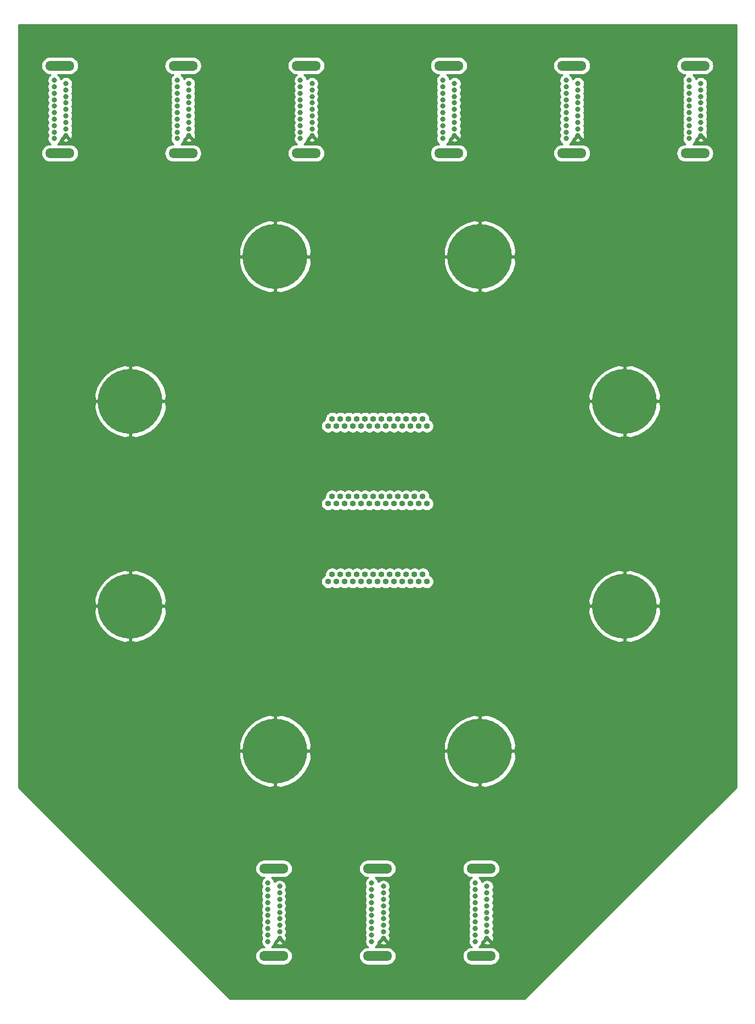
<source format=gbr>
%TF.GenerationSoftware,KiCad,Pcbnew,(5.1.10)-1*%
%TF.CreationDate,2022-04-08T13:19:25-06:00*%
%TF.ProjectId,VacuumFeedThruHDMI,56616375-756d-4466-9565-645468727548,rev?*%
%TF.SameCoordinates,Original*%
%TF.FileFunction,Copper,L4,Bot*%
%TF.FilePolarity,Positive*%
%FSLAX46Y46*%
G04 Gerber Fmt 4.6, Leading zero omitted, Abs format (unit mm)*
G04 Created by KiCad (PCBNEW (5.1.10)-1) date 2022-04-08 13:19:25*
%MOMM*%
%LPD*%
G01*
G04 APERTURE LIST*
%TA.AperFunction,ComponentPad*%
%ADD10O,4.500000X1.500000*%
%TD*%
%TA.AperFunction,ComponentPad*%
%ADD11C,0.800000*%
%TD*%
%TA.AperFunction,ComponentPad*%
%ADD12O,0.920000X0.920000*%
%TD*%
%TA.AperFunction,ComponentPad*%
%ADD13C,10.000000*%
%TD*%
%TA.AperFunction,Conductor*%
%ADD14C,0.254000*%
%TD*%
%TA.AperFunction,Conductor*%
%ADD15C,0.100000*%
%TD*%
G04 APERTURE END LIST*
D10*
%TO.P,J2,0*%
%TO.N,N/C*%
X30000000Y67550000D03*
X30000000Y54050000D03*
D11*
%TO.P,J2,19*%
%TO.N,Net-(J2-Pad19)*%
X29100000Y65300000D03*
%TO.P,J2,18*%
%TO.N,Net-(J2-Pad18)*%
X30900000Y64800000D03*
%TO.P,J2,17*%
%TO.N,GND*%
X29100000Y64300000D03*
%TO.P,J2,16*%
%TO.N,Net-(J2-Pad16)*%
X30900000Y63800000D03*
%TO.P,J2,15*%
%TO.N,Net-(J2-Pad15)*%
X29100000Y63300000D03*
%TO.P,J2,14*%
%TO.N,Net-(J2-Pad14)*%
X30900000Y62800000D03*
%TO.P,J2,13*%
%TO.N,Net-(J2-Pad13)*%
X29100000Y62300000D03*
%TO.P,J2,12*%
%TO.N,Net-(J2-Pad12)*%
X30900000Y61800000D03*
%TO.P,J2,11*%
%TO.N,GND*%
X29100000Y61300000D03*
%TO.P,J2,10*%
%TO.N,Net-(J2-Pad10)*%
X30900000Y60800000D03*
%TO.P,J2,9*%
%TO.N,Net-(J2-Pad9)*%
X29100000Y60300000D03*
%TO.P,J2,8*%
%TO.N,GND*%
X30900000Y59800000D03*
%TO.P,J2,7*%
%TO.N,Net-(J2-Pad7)*%
X29100000Y59300000D03*
%TO.P,J2,6*%
%TO.N,Net-(J2-Pad6)*%
X30900000Y58800000D03*
%TO.P,J2,5*%
%TO.N,GND*%
X29100000Y58300000D03*
%TO.P,J2,4*%
%TO.N,Net-(J2-Pad4)*%
X30900000Y57800000D03*
%TO.P,J2,3*%
%TO.N,Net-(J2-Pad3)*%
X29100000Y57300000D03*
%TO.P,J2,2*%
%TO.N,GND*%
X30900000Y56800000D03*
%TO.P,J2,1*%
%TO.N,Net-(J2-Pad1)*%
X29100000Y56300000D03*
%TD*%
D10*
%TO.P,J3,0*%
%TO.N,N/C*%
X49000000Y67550000D03*
X49000000Y54050000D03*
D11*
%TO.P,J3,19*%
%TO.N,Net-(J3-Pad19)*%
X48100000Y65300000D03*
%TO.P,J3,18*%
%TO.N,Net-(J3-Pad18)*%
X49900000Y64800000D03*
%TO.P,J3,17*%
%TO.N,GND*%
X48100000Y64300000D03*
%TO.P,J3,16*%
%TO.N,Net-(J3-Pad16)*%
X49900000Y63800000D03*
%TO.P,J3,15*%
%TO.N,Net-(J3-Pad15)*%
X48100000Y63300000D03*
%TO.P,J3,14*%
%TO.N,Net-(J3-Pad14)*%
X49900000Y62800000D03*
%TO.P,J3,13*%
%TO.N,Net-(J3-Pad13)*%
X48100000Y62300000D03*
%TO.P,J3,12*%
%TO.N,Net-(J3-Pad12)*%
X49900000Y61800000D03*
%TO.P,J3,11*%
%TO.N,GND*%
X48100000Y61300000D03*
%TO.P,J3,10*%
%TO.N,Net-(J3-Pad10)*%
X49900000Y60800000D03*
%TO.P,J3,9*%
%TO.N,Net-(J3-Pad9)*%
X48100000Y60300000D03*
%TO.P,J3,8*%
%TO.N,GND*%
X49900000Y59800000D03*
%TO.P,J3,7*%
%TO.N,Net-(J3-Pad7)*%
X48100000Y59300000D03*
%TO.P,J3,6*%
%TO.N,Net-(J3-Pad6)*%
X49900000Y58800000D03*
%TO.P,J3,5*%
%TO.N,GND*%
X48100000Y58300000D03*
%TO.P,J3,4*%
%TO.N,Net-(J3-Pad4)*%
X49900000Y57800000D03*
%TO.P,J3,3*%
%TO.N,Net-(J3-Pad3)*%
X48100000Y57300000D03*
%TO.P,J3,2*%
%TO.N,GND*%
X49900000Y56800000D03*
%TO.P,J3,1*%
%TO.N,Net-(J3-Pad1)*%
X48100000Y56300000D03*
%TD*%
D12*
%TO.P,M3,13*%
%TO.N,Net-(M3-Pad13)*%
X7620000Y-12000000D03*
%TO.P,M3,25*%
%TO.N,Net-(J9-Pad12)*%
X6985000Y-10900000D03*
%TO.P,M3,12*%
%TO.N,Net-(J9-Pad10)*%
X6350000Y-12000000D03*
%TO.P,M3,24*%
%TO.N,Net-(J9-Pad9)*%
X5715000Y-10900000D03*
%TO.P,M3,11*%
%TO.N,Net-(J9-Pad7)*%
X5080000Y-12000000D03*
%TO.P,M3,23*%
%TO.N,Net-(J9-Pad6)*%
X4445000Y-10900000D03*
%TO.P,M3,10*%
%TO.N,Net-(J9-Pad4)*%
X3810000Y-12000000D03*
%TO.P,M3,22*%
%TO.N,Net-(J9-Pad3)*%
X3175000Y-10900000D03*
%TO.P,M3,9*%
%TO.N,Net-(J9-Pad1)*%
X2540000Y-12000000D03*
%TO.P,M3,21*%
%TO.N,Net-(J8-Pad12)*%
X1905000Y-10900000D03*
%TO.P,M3,8*%
%TO.N,Net-(J8-Pad10)*%
X1270000Y-12000000D03*
%TO.P,M3,20*%
%TO.N,Net-(J8-Pad9)*%
X635000Y-10900000D03*
%TO.P,M3,7*%
%TO.N,Net-(J8-Pad7)*%
X0Y-12000000D03*
%TO.P,M3,19*%
%TO.N,Net-(J8-Pad6)*%
X-635000Y-10900000D03*
%TO.P,M3,6*%
%TO.N,Net-(J8-Pad4)*%
X-1270000Y-12000000D03*
%TO.P,M3,18*%
%TO.N,Net-(J8-Pad3)*%
X-1905000Y-10900000D03*
%TO.P,M3,5*%
%TO.N,Net-(J8-Pad1)*%
X-2540000Y-12000000D03*
%TO.P,M3,17*%
%TO.N,Net-(J7-Pad12)*%
X-3175000Y-10900000D03*
%TO.P,M3,4*%
%TO.N,Net-(J7-Pad10)*%
X-3810000Y-12000000D03*
%TO.P,M3,16*%
%TO.N,Net-(J7-Pad9)*%
X-4445000Y-10900000D03*
%TO.P,M3,3*%
%TO.N,Net-(J7-Pad7)*%
X-5080000Y-12000000D03*
%TO.P,M3,15*%
%TO.N,Net-(J7-Pad6)*%
X-5715000Y-10900000D03*
%TO.P,M3,2*%
%TO.N,Net-(J7-Pad4)*%
X-6350000Y-12000000D03*
%TO.P,M3,14*%
%TO.N,Net-(J7-Pad3)*%
X-6985000Y-10900000D03*
%TO.P,M3,1*%
%TO.N,Net-(J7-Pad1)*%
X-7620000Y-12000000D03*
%TD*%
%TO.P,M2,13*%
%TO.N,Net-(M2-Pad13)*%
X7620000Y0D03*
%TO.P,M2,25*%
%TO.N,Net-(J6-Pad12)*%
X6985000Y1100000D03*
%TO.P,M2,12*%
%TO.N,Net-(J6-Pad10)*%
X6350000Y0D03*
%TO.P,M2,24*%
%TO.N,Net-(J6-Pad9)*%
X5715000Y1100000D03*
%TO.P,M2,11*%
%TO.N,Net-(J6-Pad7)*%
X5080000Y0D03*
%TO.P,M2,23*%
%TO.N,Net-(J6-Pad6)*%
X4445000Y1100000D03*
%TO.P,M2,10*%
%TO.N,Net-(J6-Pad4)*%
X3810000Y0D03*
%TO.P,M2,22*%
%TO.N,Net-(J6-Pad3)*%
X3175000Y1100000D03*
%TO.P,M2,9*%
%TO.N,Net-(J6-Pad1)*%
X2540000Y0D03*
%TO.P,M2,21*%
%TO.N,Net-(J5-Pad12)*%
X1905000Y1100000D03*
%TO.P,M2,8*%
%TO.N,Net-(J5-Pad10)*%
X1270000Y0D03*
%TO.P,M2,20*%
%TO.N,Net-(J5-Pad9)*%
X635000Y1100000D03*
%TO.P,M2,7*%
%TO.N,Net-(J5-Pad7)*%
X0Y0D03*
%TO.P,M2,19*%
%TO.N,Net-(J5-Pad6)*%
X-635000Y1100000D03*
%TO.P,M2,6*%
%TO.N,Net-(J5-Pad4)*%
X-1270000Y0D03*
%TO.P,M2,18*%
%TO.N,Net-(J5-Pad3)*%
X-1905000Y1100000D03*
%TO.P,M2,5*%
%TO.N,Net-(J5-Pad1)*%
X-2540000Y0D03*
%TO.P,M2,17*%
%TO.N,Net-(J4-Pad12)*%
X-3175000Y1100000D03*
%TO.P,M2,4*%
%TO.N,Net-(J4-Pad10)*%
X-3810000Y0D03*
%TO.P,M2,16*%
%TO.N,Net-(J4-Pad9)*%
X-4445000Y1100000D03*
%TO.P,M2,3*%
%TO.N,Net-(J4-Pad7)*%
X-5080000Y0D03*
%TO.P,M2,15*%
%TO.N,Net-(J4-Pad6)*%
X-5715000Y1100000D03*
%TO.P,M2,2*%
%TO.N,Net-(J4-Pad4)*%
X-6350000Y0D03*
%TO.P,M2,14*%
%TO.N,Net-(J4-Pad3)*%
X-6985000Y1100000D03*
%TO.P,M2,1*%
%TO.N,Net-(J4-Pad1)*%
X-7620000Y0D03*
%TD*%
%TO.P,M1,13*%
%TO.N,Net-(M1-Pad13)*%
X7620000Y12000000D03*
%TO.P,M1,25*%
%TO.N,Net-(J3-Pad12)*%
X6985000Y13100000D03*
%TO.P,M1,12*%
%TO.N,Net-(J3-Pad10)*%
X6350000Y12000000D03*
%TO.P,M1,24*%
%TO.N,Net-(J3-Pad9)*%
X5715000Y13100000D03*
%TO.P,M1,11*%
%TO.N,Net-(J3-Pad7)*%
X5080000Y12000000D03*
%TO.P,M1,23*%
%TO.N,Net-(J3-Pad6)*%
X4445000Y13100000D03*
%TO.P,M1,10*%
%TO.N,Net-(J3-Pad4)*%
X3810000Y12000000D03*
%TO.P,M1,22*%
%TO.N,Net-(J3-Pad3)*%
X3175000Y13100000D03*
%TO.P,M1,9*%
%TO.N,Net-(J3-Pad1)*%
X2540000Y12000000D03*
%TO.P,M1,21*%
%TO.N,Net-(J2-Pad12)*%
X1905000Y13100000D03*
%TO.P,M1,8*%
%TO.N,Net-(J2-Pad10)*%
X1270000Y12000000D03*
%TO.P,M1,20*%
%TO.N,Net-(J2-Pad9)*%
X635000Y13100000D03*
%TO.P,M1,7*%
%TO.N,Net-(J2-Pad7)*%
X0Y12000000D03*
%TO.P,M1,19*%
%TO.N,Net-(J2-Pad6)*%
X-635000Y13100000D03*
%TO.P,M1,6*%
%TO.N,Net-(J2-Pad4)*%
X-1270000Y12000000D03*
%TO.P,M1,18*%
%TO.N,Net-(J2-Pad3)*%
X-1905000Y13100000D03*
%TO.P,M1,5*%
%TO.N,Net-(J2-Pad1)*%
X-2540000Y12000000D03*
%TO.P,M1,17*%
%TO.N,Net-(J1-Pad12)*%
X-3175000Y13100000D03*
%TO.P,M1,4*%
%TO.N,Net-(J1-Pad10)*%
X-3810000Y12000000D03*
%TO.P,M1,16*%
%TO.N,Net-(J1-Pad9)*%
X-4445000Y13100000D03*
%TO.P,M1,3*%
%TO.N,Net-(J1-Pad7)*%
X-5080000Y12000000D03*
%TO.P,M1,15*%
%TO.N,Net-(J1-Pad6)*%
X-5715000Y13100000D03*
%TO.P,M1,2*%
%TO.N,Net-(J1-Pad4)*%
X-6350000Y12000000D03*
%TO.P,M1,14*%
%TO.N,Net-(J1-Pad3)*%
X-6985000Y13100000D03*
%TO.P,M1,1*%
%TO.N,Net-(J1-Pad1)*%
X-7620000Y12000000D03*
%TD*%
D13*
%TO.P,J13,1*%
%TO.N,GND*%
X15795259Y-38133128D03*
%TO.P,J13,2*%
X38133128Y-15795259D03*
%TO.P,J13,3*%
X38133128Y15795259D03*
%TO.P,J13,4*%
X15795259Y38133128D03*
%TO.P,J13,5*%
X-15795259Y38133128D03*
%TO.P,J13,6*%
X-38133128Y15795259D03*
%TO.P,J13,7*%
X-38133128Y-15795259D03*
%TO.P,J13,8*%
X-15795259Y-38133128D03*
%TD*%
D10*
%TO.P,J4,0*%
%TO.N,N/C*%
X-49000000Y67550000D03*
X-49000000Y54050000D03*
D11*
%TO.P,J4,19*%
%TO.N,Net-(J4-Pad19)*%
X-49900000Y65300000D03*
%TO.P,J4,18*%
%TO.N,Net-(J4-Pad18)*%
X-48100000Y64800000D03*
%TO.P,J4,17*%
%TO.N,GND*%
X-49900000Y64300000D03*
%TO.P,J4,16*%
%TO.N,Net-(J4-Pad16)*%
X-48100000Y63800000D03*
%TO.P,J4,15*%
%TO.N,Net-(J4-Pad15)*%
X-49900000Y63300000D03*
%TO.P,J4,14*%
%TO.N,Net-(J4-Pad14)*%
X-48100000Y62800000D03*
%TO.P,J4,13*%
%TO.N,Net-(J4-Pad13)*%
X-49900000Y62300000D03*
%TO.P,J4,12*%
%TO.N,Net-(J4-Pad12)*%
X-48100000Y61800000D03*
%TO.P,J4,11*%
%TO.N,GND*%
X-49900000Y61300000D03*
%TO.P,J4,10*%
%TO.N,Net-(J4-Pad10)*%
X-48100000Y60800000D03*
%TO.P,J4,9*%
%TO.N,Net-(J4-Pad9)*%
X-49900000Y60300000D03*
%TO.P,J4,8*%
%TO.N,GND*%
X-48100000Y59800000D03*
%TO.P,J4,7*%
%TO.N,Net-(J4-Pad7)*%
X-49900000Y59300000D03*
%TO.P,J4,6*%
%TO.N,Net-(J4-Pad6)*%
X-48100000Y58800000D03*
%TO.P,J4,5*%
%TO.N,GND*%
X-49900000Y58300000D03*
%TO.P,J4,4*%
%TO.N,Net-(J4-Pad4)*%
X-48100000Y57800000D03*
%TO.P,J4,3*%
%TO.N,Net-(J4-Pad3)*%
X-49900000Y57300000D03*
%TO.P,J4,2*%
%TO.N,GND*%
X-48100000Y56800000D03*
%TO.P,J4,1*%
%TO.N,Net-(J4-Pad1)*%
X-49900000Y56300000D03*
%TD*%
D10*
%TO.P,J9,0*%
%TO.N,N/C*%
X16000000Y-56250000D03*
X16000000Y-69750000D03*
D11*
%TO.P,J9,19*%
%TO.N,Net-(J9-Pad19)*%
X15100000Y-58500000D03*
%TO.P,J9,18*%
%TO.N,Net-(J9-Pad18)*%
X16900000Y-59000000D03*
%TO.P,J9,17*%
%TO.N,GND*%
X15100000Y-59500000D03*
%TO.P,J9,16*%
%TO.N,Net-(J9-Pad16)*%
X16900000Y-60000000D03*
%TO.P,J9,15*%
%TO.N,Net-(J9-Pad15)*%
X15100000Y-60500000D03*
%TO.P,J9,14*%
%TO.N,Net-(J9-Pad14)*%
X16900000Y-61000000D03*
%TO.P,J9,13*%
%TO.N,Net-(J9-Pad13)*%
X15100000Y-61500000D03*
%TO.P,J9,12*%
%TO.N,Net-(J9-Pad12)*%
X16900000Y-62000000D03*
%TO.P,J9,11*%
%TO.N,GND*%
X15100000Y-62500000D03*
%TO.P,J9,10*%
%TO.N,Net-(J9-Pad10)*%
X16900000Y-63000000D03*
%TO.P,J9,9*%
%TO.N,Net-(J9-Pad9)*%
X15100000Y-63500000D03*
%TO.P,J9,8*%
%TO.N,GND*%
X16900000Y-64000000D03*
%TO.P,J9,7*%
%TO.N,Net-(J9-Pad7)*%
X15100000Y-64500000D03*
%TO.P,J9,6*%
%TO.N,Net-(J9-Pad6)*%
X16900000Y-65000000D03*
%TO.P,J9,5*%
%TO.N,GND*%
X15100000Y-65500000D03*
%TO.P,J9,4*%
%TO.N,Net-(J9-Pad4)*%
X16900000Y-66000000D03*
%TO.P,J9,3*%
%TO.N,Net-(J9-Pad3)*%
X15100000Y-66500000D03*
%TO.P,J9,2*%
%TO.N,GND*%
X16900000Y-67000000D03*
%TO.P,J9,1*%
%TO.N,Net-(J9-Pad1)*%
X15100000Y-67500000D03*
%TD*%
D10*
%TO.P,J7,0*%
%TO.N,N/C*%
X-16000000Y-56250000D03*
X-16000000Y-69750000D03*
D11*
%TO.P,J7,19*%
%TO.N,Net-(J7-Pad19)*%
X-16900000Y-58500000D03*
%TO.P,J7,18*%
%TO.N,Net-(J7-Pad18)*%
X-15100000Y-59000000D03*
%TO.P,J7,17*%
%TO.N,GND*%
X-16900000Y-59500000D03*
%TO.P,J7,16*%
%TO.N,Net-(J7-Pad16)*%
X-15100000Y-60000000D03*
%TO.P,J7,15*%
%TO.N,Net-(J7-Pad15)*%
X-16900000Y-60500000D03*
%TO.P,J7,14*%
%TO.N,Net-(J7-Pad14)*%
X-15100000Y-61000000D03*
%TO.P,J7,13*%
%TO.N,Net-(J7-Pad13)*%
X-16900000Y-61500000D03*
%TO.P,J7,12*%
%TO.N,Net-(J7-Pad12)*%
X-15100000Y-62000000D03*
%TO.P,J7,11*%
%TO.N,GND*%
X-16900000Y-62500000D03*
%TO.P,J7,10*%
%TO.N,Net-(J7-Pad10)*%
X-15100000Y-63000000D03*
%TO.P,J7,9*%
%TO.N,Net-(J7-Pad9)*%
X-16900000Y-63500000D03*
%TO.P,J7,8*%
%TO.N,GND*%
X-15100000Y-64000000D03*
%TO.P,J7,7*%
%TO.N,Net-(J7-Pad7)*%
X-16900000Y-64500000D03*
%TO.P,J7,6*%
%TO.N,Net-(J7-Pad6)*%
X-15100000Y-65000000D03*
%TO.P,J7,5*%
%TO.N,GND*%
X-16900000Y-65500000D03*
%TO.P,J7,4*%
%TO.N,Net-(J7-Pad4)*%
X-15100000Y-66000000D03*
%TO.P,J7,3*%
%TO.N,Net-(J7-Pad3)*%
X-16900000Y-66500000D03*
%TO.P,J7,2*%
%TO.N,GND*%
X-15100000Y-67000000D03*
%TO.P,J7,1*%
%TO.N,Net-(J7-Pad1)*%
X-16900000Y-67500000D03*
%TD*%
D10*
%TO.P,J8,0*%
%TO.N,N/C*%
X0Y-56250000D03*
X0Y-69750000D03*
D11*
%TO.P,J8,19*%
%TO.N,Net-(J8-Pad19)*%
X-900000Y-58500000D03*
%TO.P,J8,18*%
%TO.N,Net-(J8-Pad18)*%
X900000Y-59000000D03*
%TO.P,J8,17*%
%TO.N,GND*%
X-900000Y-59500000D03*
%TO.P,J8,16*%
%TO.N,Net-(J8-Pad16)*%
X900000Y-60000000D03*
%TO.P,J8,15*%
%TO.N,Net-(J8-Pad15)*%
X-900000Y-60500000D03*
%TO.P,J8,14*%
%TO.N,Net-(J8-Pad14)*%
X900000Y-61000000D03*
%TO.P,J8,13*%
%TO.N,Net-(J8-Pad13)*%
X-900000Y-61500000D03*
%TO.P,J8,12*%
%TO.N,Net-(J8-Pad12)*%
X900000Y-62000000D03*
%TO.P,J8,11*%
%TO.N,GND*%
X-900000Y-62500000D03*
%TO.P,J8,10*%
%TO.N,Net-(J8-Pad10)*%
X900000Y-63000000D03*
%TO.P,J8,9*%
%TO.N,Net-(J8-Pad9)*%
X-900000Y-63500000D03*
%TO.P,J8,8*%
%TO.N,GND*%
X900000Y-64000000D03*
%TO.P,J8,7*%
%TO.N,Net-(J8-Pad7)*%
X-900000Y-64500000D03*
%TO.P,J8,6*%
%TO.N,Net-(J8-Pad6)*%
X900000Y-65000000D03*
%TO.P,J8,5*%
%TO.N,GND*%
X-900000Y-65500000D03*
%TO.P,J8,4*%
%TO.N,Net-(J8-Pad4)*%
X900000Y-66000000D03*
%TO.P,J8,3*%
%TO.N,Net-(J8-Pad3)*%
X-900000Y-66500000D03*
%TO.P,J8,2*%
%TO.N,GND*%
X900000Y-67000000D03*
%TO.P,J8,1*%
%TO.N,Net-(J8-Pad1)*%
X-900000Y-67500000D03*
%TD*%
D10*
%TO.P,J1,0*%
%TO.N,N/C*%
X11000000Y67550000D03*
X11000000Y54050000D03*
D11*
%TO.P,J1,19*%
%TO.N,Net-(J1-Pad19)*%
X10100000Y65300000D03*
%TO.P,J1,18*%
%TO.N,Net-(J1-Pad18)*%
X11900000Y64800000D03*
%TO.P,J1,17*%
%TO.N,GND*%
X10100000Y64300000D03*
%TO.P,J1,16*%
%TO.N,Net-(J1-Pad16)*%
X11900000Y63800000D03*
%TO.P,J1,15*%
%TO.N,Net-(J1-Pad15)*%
X10100000Y63300000D03*
%TO.P,J1,14*%
%TO.N,Net-(J1-Pad14)*%
X11900000Y62800000D03*
%TO.P,J1,13*%
%TO.N,Net-(J1-Pad13)*%
X10100000Y62300000D03*
%TO.P,J1,12*%
%TO.N,Net-(J1-Pad12)*%
X11900000Y61800000D03*
%TO.P,J1,11*%
%TO.N,GND*%
X10100000Y61300000D03*
%TO.P,J1,10*%
%TO.N,Net-(J1-Pad10)*%
X11900000Y60800000D03*
%TO.P,J1,9*%
%TO.N,Net-(J1-Pad9)*%
X10100000Y60300000D03*
%TO.P,J1,8*%
%TO.N,GND*%
X11900000Y59800000D03*
%TO.P,J1,7*%
%TO.N,Net-(J1-Pad7)*%
X10100000Y59300000D03*
%TO.P,J1,6*%
%TO.N,Net-(J1-Pad6)*%
X11900000Y58800000D03*
%TO.P,J1,5*%
%TO.N,GND*%
X10100000Y58300000D03*
%TO.P,J1,4*%
%TO.N,Net-(J1-Pad4)*%
X11900000Y57800000D03*
%TO.P,J1,3*%
%TO.N,Net-(J1-Pad3)*%
X10100000Y57300000D03*
%TO.P,J1,2*%
%TO.N,GND*%
X11900000Y56800000D03*
%TO.P,J1,1*%
%TO.N,Net-(J1-Pad1)*%
X10100000Y56300000D03*
%TD*%
D10*
%TO.P,J6,0*%
%TO.N,N/C*%
X-11000000Y67550000D03*
X-11000000Y54050000D03*
D11*
%TO.P,J6,19*%
%TO.N,Net-(J6-Pad19)*%
X-11900000Y65300000D03*
%TO.P,J6,18*%
%TO.N,Net-(J6-Pad18)*%
X-10100000Y64800000D03*
%TO.P,J6,17*%
%TO.N,GND*%
X-11900000Y64300000D03*
%TO.P,J6,16*%
%TO.N,Net-(J6-Pad16)*%
X-10100000Y63800000D03*
%TO.P,J6,15*%
%TO.N,Net-(J6-Pad15)*%
X-11900000Y63300000D03*
%TO.P,J6,14*%
%TO.N,Net-(J6-Pad14)*%
X-10100000Y62800000D03*
%TO.P,J6,13*%
%TO.N,Net-(J6-Pad13)*%
X-11900000Y62300000D03*
%TO.P,J6,12*%
%TO.N,Net-(J6-Pad12)*%
X-10100000Y61800000D03*
%TO.P,J6,11*%
%TO.N,GND*%
X-11900000Y61300000D03*
%TO.P,J6,10*%
%TO.N,Net-(J6-Pad10)*%
X-10100000Y60800000D03*
%TO.P,J6,9*%
%TO.N,Net-(J6-Pad9)*%
X-11900000Y60300000D03*
%TO.P,J6,8*%
%TO.N,GND*%
X-10100000Y59800000D03*
%TO.P,J6,7*%
%TO.N,Net-(J6-Pad7)*%
X-11900000Y59300000D03*
%TO.P,J6,6*%
%TO.N,Net-(J6-Pad6)*%
X-10100000Y58800000D03*
%TO.P,J6,5*%
%TO.N,GND*%
X-11900000Y58300000D03*
%TO.P,J6,4*%
%TO.N,Net-(J6-Pad4)*%
X-10100000Y57800000D03*
%TO.P,J6,3*%
%TO.N,Net-(J6-Pad3)*%
X-11900000Y57300000D03*
%TO.P,J6,2*%
%TO.N,GND*%
X-10100000Y56800000D03*
%TO.P,J6,1*%
%TO.N,Net-(J6-Pad1)*%
X-11900000Y56300000D03*
%TD*%
D10*
%TO.P,J5,0*%
%TO.N,N/C*%
X-30000000Y67550000D03*
X-30000000Y54050000D03*
D11*
%TO.P,J5,19*%
%TO.N,Net-(J5-Pad19)*%
X-30900000Y65300000D03*
%TO.P,J5,18*%
%TO.N,Net-(J5-Pad18)*%
X-29100000Y64800000D03*
%TO.P,J5,17*%
%TO.N,GND*%
X-30900000Y64300000D03*
%TO.P,J5,16*%
%TO.N,Net-(J5-Pad16)*%
X-29100000Y63800000D03*
%TO.P,J5,15*%
%TO.N,Net-(J5-Pad15)*%
X-30900000Y63300000D03*
%TO.P,J5,14*%
%TO.N,Net-(J5-Pad14)*%
X-29100000Y62800000D03*
%TO.P,J5,13*%
%TO.N,Net-(J5-Pad13)*%
X-30900000Y62300000D03*
%TO.P,J5,12*%
%TO.N,Net-(J5-Pad12)*%
X-29100000Y61800000D03*
%TO.P,J5,11*%
%TO.N,GND*%
X-30900000Y61300000D03*
%TO.P,J5,10*%
%TO.N,Net-(J5-Pad10)*%
X-29100000Y60800000D03*
%TO.P,J5,9*%
%TO.N,Net-(J5-Pad9)*%
X-30900000Y60300000D03*
%TO.P,J5,8*%
%TO.N,GND*%
X-29100000Y59800000D03*
%TO.P,J5,7*%
%TO.N,Net-(J5-Pad7)*%
X-30900000Y59300000D03*
%TO.P,J5,6*%
%TO.N,Net-(J5-Pad6)*%
X-29100000Y58800000D03*
%TO.P,J5,5*%
%TO.N,GND*%
X-30900000Y58300000D03*
%TO.P,J5,4*%
%TO.N,Net-(J5-Pad4)*%
X-29100000Y57800000D03*
%TO.P,J5,3*%
%TO.N,Net-(J5-Pad3)*%
X-30900000Y57300000D03*
%TO.P,J5,2*%
%TO.N,GND*%
X-29100000Y56800000D03*
%TO.P,J5,1*%
%TO.N,Net-(J5-Pad1)*%
X-30900000Y56300000D03*
%TD*%
D14*
%TO.N,GND*%
X55340001Y-43726618D02*
X22726620Y-76340000D01*
X-22726619Y-76340000D01*
X-42816619Y-56250000D01*
X-18891701Y-56250000D01*
X-18864960Y-56521507D01*
X-18785764Y-56782581D01*
X-18657157Y-57023188D01*
X-18484081Y-57234081D01*
X-18273188Y-57407157D01*
X-18032581Y-57535764D01*
X-17771507Y-57614960D01*
X-17568037Y-57635000D01*
X-17468387Y-57635000D01*
X-17559774Y-57696063D01*
X-17703937Y-57840226D01*
X-17817205Y-58009744D01*
X-17895226Y-58198102D01*
X-17935000Y-58398061D01*
X-17935000Y-58601939D01*
X-17895226Y-58801898D01*
X-17817205Y-58990256D01*
X-17811157Y-58999308D01*
X-17890577Y-59183184D01*
X-17933351Y-59382523D01*
X-17936413Y-59586377D01*
X-17899647Y-59786912D01*
X-17824466Y-59976420D01*
X-17811344Y-60000972D01*
X-17817205Y-60009744D01*
X-17895226Y-60198102D01*
X-17935000Y-60398061D01*
X-17935000Y-60601939D01*
X-17895226Y-60801898D01*
X-17817205Y-60990256D01*
X-17810694Y-61000000D01*
X-17817205Y-61009744D01*
X-17895226Y-61198102D01*
X-17935000Y-61398061D01*
X-17935000Y-61601939D01*
X-17895226Y-61801898D01*
X-17817205Y-61990256D01*
X-17811157Y-61999308D01*
X-17890577Y-62183184D01*
X-17933351Y-62382523D01*
X-17936413Y-62586377D01*
X-17899647Y-62786912D01*
X-17824466Y-62976420D01*
X-17811344Y-63000972D01*
X-17817205Y-63009744D01*
X-17895226Y-63198102D01*
X-17935000Y-63398061D01*
X-17935000Y-63601939D01*
X-17895226Y-63801898D01*
X-17817205Y-63990256D01*
X-17810694Y-64000000D01*
X-17817205Y-64009744D01*
X-17895226Y-64198102D01*
X-17935000Y-64398061D01*
X-17935000Y-64601939D01*
X-17895226Y-64801898D01*
X-17817205Y-64990256D01*
X-17811157Y-64999308D01*
X-17890577Y-65183184D01*
X-17933351Y-65382523D01*
X-17936413Y-65586377D01*
X-17899647Y-65786912D01*
X-17824466Y-65976420D01*
X-17811344Y-66000972D01*
X-17817205Y-66009744D01*
X-17895226Y-66198102D01*
X-17935000Y-66398061D01*
X-17935000Y-66601939D01*
X-17895226Y-66801898D01*
X-17817205Y-66990256D01*
X-17810694Y-67000000D01*
X-17817205Y-67009744D01*
X-17895226Y-67198102D01*
X-17935000Y-67398061D01*
X-17935000Y-67601939D01*
X-17895226Y-67801898D01*
X-17817205Y-67990256D01*
X-17703937Y-68159774D01*
X-17559774Y-68303937D01*
X-17468387Y-68365000D01*
X-17568037Y-68365000D01*
X-17771507Y-68385040D01*
X-18032581Y-68464236D01*
X-18273188Y-68592843D01*
X-18484081Y-68765919D01*
X-18657157Y-68976812D01*
X-18785764Y-69217419D01*
X-18864960Y-69478493D01*
X-18891701Y-69750000D01*
X-18864960Y-70021507D01*
X-18785764Y-70282581D01*
X-18657157Y-70523188D01*
X-18484081Y-70734081D01*
X-18273188Y-70907157D01*
X-18032581Y-71035764D01*
X-17771507Y-71114960D01*
X-17568037Y-71135000D01*
X-14431963Y-71135000D01*
X-14228493Y-71114960D01*
X-13967419Y-71035764D01*
X-13726812Y-70907157D01*
X-13515919Y-70734081D01*
X-13342843Y-70523188D01*
X-13214236Y-70282581D01*
X-13135040Y-70021507D01*
X-13108299Y-69750000D01*
X-13135040Y-69478493D01*
X-13214236Y-69217419D01*
X-13342843Y-68976812D01*
X-13515919Y-68765919D01*
X-13726812Y-68592843D01*
X-13967419Y-68464236D01*
X-14228493Y-68385040D01*
X-14431963Y-68365000D01*
X-16331613Y-68365000D01*
X-16240226Y-68303937D01*
X-16096063Y-68159774D01*
X-15982795Y-67990256D01*
X-15904774Y-67801898D01*
X-15885787Y-67706441D01*
X-15626836Y-67706441D01*
X-15603981Y-67909736D01*
X-15416816Y-67990577D01*
X-15217477Y-68033351D01*
X-15013623Y-68036413D01*
X-14813088Y-67999647D01*
X-14623580Y-67924466D01*
X-14596019Y-67909736D01*
X-14573164Y-67706441D01*
X-15100000Y-67179605D01*
X-15626836Y-67706441D01*
X-15885787Y-67706441D01*
X-15865000Y-67601939D01*
X-15865000Y-67520253D01*
X-15806441Y-67526836D01*
X-15295913Y-67016308D01*
X-15201939Y-67035000D01*
X-14998061Y-67035000D01*
X-14904087Y-67016308D01*
X-14393559Y-67526836D01*
X-14190264Y-67503981D01*
X-14109423Y-67316816D01*
X-14066649Y-67117477D01*
X-14063587Y-66913623D01*
X-14100353Y-66713088D01*
X-14175534Y-66523580D01*
X-14188656Y-66499028D01*
X-14182795Y-66490256D01*
X-14104774Y-66301898D01*
X-14065000Y-66101939D01*
X-14065000Y-65898061D01*
X-14104774Y-65698102D01*
X-14182795Y-65509744D01*
X-14189306Y-65500000D01*
X-14182795Y-65490256D01*
X-14104774Y-65301898D01*
X-14065000Y-65101939D01*
X-14065000Y-64898061D01*
X-14104774Y-64698102D01*
X-14182795Y-64509744D01*
X-14188843Y-64500692D01*
X-14109423Y-64316816D01*
X-14066649Y-64117477D01*
X-14063587Y-63913623D01*
X-14100353Y-63713088D01*
X-14175534Y-63523580D01*
X-14188656Y-63499028D01*
X-14182795Y-63490256D01*
X-14104774Y-63301898D01*
X-14065000Y-63101939D01*
X-14065000Y-62898061D01*
X-14104774Y-62698102D01*
X-14182795Y-62509744D01*
X-14189306Y-62500000D01*
X-14182795Y-62490256D01*
X-14104774Y-62301898D01*
X-14065000Y-62101939D01*
X-14065000Y-61898061D01*
X-14104774Y-61698102D01*
X-14182795Y-61509744D01*
X-14189306Y-61500000D01*
X-14182795Y-61490256D01*
X-14104774Y-61301898D01*
X-14065000Y-61101939D01*
X-14065000Y-60898061D01*
X-14104774Y-60698102D01*
X-14182795Y-60509744D01*
X-14189306Y-60500000D01*
X-14182795Y-60490256D01*
X-14104774Y-60301898D01*
X-14065000Y-60101939D01*
X-14065000Y-59898061D01*
X-14104774Y-59698102D01*
X-14182795Y-59509744D01*
X-14189306Y-59500000D01*
X-14182795Y-59490256D01*
X-14104774Y-59301898D01*
X-14065000Y-59101939D01*
X-14065000Y-58898061D01*
X-14104774Y-58698102D01*
X-14182795Y-58509744D01*
X-14296063Y-58340226D01*
X-14440226Y-58196063D01*
X-14609744Y-58082795D01*
X-14798102Y-58004774D01*
X-14998061Y-57965000D01*
X-15201939Y-57965000D01*
X-15401898Y-58004774D01*
X-15590256Y-58082795D01*
X-15759774Y-58196063D01*
X-15881055Y-58317344D01*
X-15904774Y-58198102D01*
X-15982795Y-58009744D01*
X-16096063Y-57840226D01*
X-16240226Y-57696063D01*
X-16331613Y-57635000D01*
X-14431963Y-57635000D01*
X-14228493Y-57614960D01*
X-13967419Y-57535764D01*
X-13726812Y-57407157D01*
X-13515919Y-57234081D01*
X-13342843Y-57023188D01*
X-13214236Y-56782581D01*
X-13135040Y-56521507D01*
X-13108299Y-56250000D01*
X-2891701Y-56250000D01*
X-2864960Y-56521507D01*
X-2785764Y-56782581D01*
X-2657157Y-57023188D01*
X-2484081Y-57234081D01*
X-2273188Y-57407157D01*
X-2032581Y-57535764D01*
X-1771507Y-57614960D01*
X-1568037Y-57635000D01*
X-1468387Y-57635000D01*
X-1559774Y-57696063D01*
X-1703937Y-57840226D01*
X-1817205Y-58009744D01*
X-1895226Y-58198102D01*
X-1935000Y-58398061D01*
X-1935000Y-58601939D01*
X-1895226Y-58801898D01*
X-1817205Y-58990256D01*
X-1811157Y-58999308D01*
X-1890577Y-59183184D01*
X-1933351Y-59382523D01*
X-1936413Y-59586377D01*
X-1899647Y-59786912D01*
X-1824466Y-59976420D01*
X-1811344Y-60000972D01*
X-1817205Y-60009744D01*
X-1895226Y-60198102D01*
X-1935000Y-60398061D01*
X-1935000Y-60601939D01*
X-1895226Y-60801898D01*
X-1817205Y-60990256D01*
X-1810694Y-61000000D01*
X-1817205Y-61009744D01*
X-1895226Y-61198102D01*
X-1935000Y-61398061D01*
X-1935000Y-61601939D01*
X-1895226Y-61801898D01*
X-1817205Y-61990256D01*
X-1811157Y-61999308D01*
X-1890577Y-62183184D01*
X-1933351Y-62382523D01*
X-1936413Y-62586377D01*
X-1899647Y-62786912D01*
X-1824466Y-62976420D01*
X-1811344Y-63000972D01*
X-1817205Y-63009744D01*
X-1895226Y-63198102D01*
X-1935000Y-63398061D01*
X-1935000Y-63601939D01*
X-1895226Y-63801898D01*
X-1817205Y-63990256D01*
X-1810694Y-64000000D01*
X-1817205Y-64009744D01*
X-1895226Y-64198102D01*
X-1935000Y-64398061D01*
X-1935000Y-64601939D01*
X-1895226Y-64801898D01*
X-1817205Y-64990256D01*
X-1811157Y-64999308D01*
X-1890577Y-65183184D01*
X-1933351Y-65382523D01*
X-1936413Y-65586377D01*
X-1899647Y-65786912D01*
X-1824466Y-65976420D01*
X-1811344Y-66000972D01*
X-1817205Y-66009744D01*
X-1895226Y-66198102D01*
X-1935000Y-66398061D01*
X-1935000Y-66601939D01*
X-1895226Y-66801898D01*
X-1817205Y-66990256D01*
X-1810694Y-67000000D01*
X-1817205Y-67009744D01*
X-1895226Y-67198102D01*
X-1935000Y-67398061D01*
X-1935000Y-67601939D01*
X-1895226Y-67801898D01*
X-1817205Y-67990256D01*
X-1703937Y-68159774D01*
X-1559774Y-68303937D01*
X-1468387Y-68365000D01*
X-1568037Y-68365000D01*
X-1771507Y-68385040D01*
X-2032581Y-68464236D01*
X-2273188Y-68592843D01*
X-2484081Y-68765919D01*
X-2657157Y-68976812D01*
X-2785764Y-69217419D01*
X-2864960Y-69478493D01*
X-2891701Y-69750000D01*
X-2864960Y-70021507D01*
X-2785764Y-70282581D01*
X-2657157Y-70523188D01*
X-2484081Y-70734081D01*
X-2273188Y-70907157D01*
X-2032581Y-71035764D01*
X-1771507Y-71114960D01*
X-1568037Y-71135000D01*
X1568037Y-71135000D01*
X1771507Y-71114960D01*
X2032581Y-71035764D01*
X2273188Y-70907157D01*
X2484081Y-70734081D01*
X2657157Y-70523188D01*
X2785764Y-70282581D01*
X2864960Y-70021507D01*
X2891701Y-69750000D01*
X2864960Y-69478493D01*
X2785764Y-69217419D01*
X2657157Y-68976812D01*
X2484081Y-68765919D01*
X2273188Y-68592843D01*
X2032581Y-68464236D01*
X1771507Y-68385040D01*
X1568037Y-68365000D01*
X-331613Y-68365000D01*
X-240226Y-68303937D01*
X-96063Y-68159774D01*
X17205Y-67990256D01*
X95226Y-67801898D01*
X114213Y-67706441D01*
X373164Y-67706441D01*
X396019Y-67909736D01*
X583184Y-67990577D01*
X782523Y-68033351D01*
X986377Y-68036413D01*
X1186912Y-67999647D01*
X1376420Y-67924466D01*
X1403981Y-67909736D01*
X1426836Y-67706441D01*
X900000Y-67179605D01*
X373164Y-67706441D01*
X114213Y-67706441D01*
X135000Y-67601939D01*
X135000Y-67520253D01*
X193559Y-67526836D01*
X704087Y-67016308D01*
X798061Y-67035000D01*
X1001939Y-67035000D01*
X1095913Y-67016308D01*
X1606441Y-67526836D01*
X1809736Y-67503981D01*
X1890577Y-67316816D01*
X1933351Y-67117477D01*
X1936413Y-66913623D01*
X1899647Y-66713088D01*
X1824466Y-66523580D01*
X1811344Y-66499028D01*
X1817205Y-66490256D01*
X1895226Y-66301898D01*
X1935000Y-66101939D01*
X1935000Y-65898061D01*
X1895226Y-65698102D01*
X1817205Y-65509744D01*
X1810694Y-65500000D01*
X1817205Y-65490256D01*
X1895226Y-65301898D01*
X1935000Y-65101939D01*
X1935000Y-64898061D01*
X1895226Y-64698102D01*
X1817205Y-64509744D01*
X1811157Y-64500692D01*
X1890577Y-64316816D01*
X1933351Y-64117477D01*
X1936413Y-63913623D01*
X1899647Y-63713088D01*
X1824466Y-63523580D01*
X1811344Y-63499028D01*
X1817205Y-63490256D01*
X1895226Y-63301898D01*
X1935000Y-63101939D01*
X1935000Y-62898061D01*
X1895226Y-62698102D01*
X1817205Y-62509744D01*
X1810694Y-62500000D01*
X1817205Y-62490256D01*
X1895226Y-62301898D01*
X1935000Y-62101939D01*
X1935000Y-61898061D01*
X1895226Y-61698102D01*
X1817205Y-61509744D01*
X1810694Y-61500000D01*
X1817205Y-61490256D01*
X1895226Y-61301898D01*
X1935000Y-61101939D01*
X1935000Y-60898061D01*
X1895226Y-60698102D01*
X1817205Y-60509744D01*
X1810694Y-60500000D01*
X1817205Y-60490256D01*
X1895226Y-60301898D01*
X1935000Y-60101939D01*
X1935000Y-59898061D01*
X1895226Y-59698102D01*
X1817205Y-59509744D01*
X1810694Y-59500000D01*
X1817205Y-59490256D01*
X1895226Y-59301898D01*
X1935000Y-59101939D01*
X1935000Y-58898061D01*
X1895226Y-58698102D01*
X1817205Y-58509744D01*
X1703937Y-58340226D01*
X1559774Y-58196063D01*
X1390256Y-58082795D01*
X1201898Y-58004774D01*
X1001939Y-57965000D01*
X798061Y-57965000D01*
X598102Y-58004774D01*
X409744Y-58082795D01*
X240226Y-58196063D01*
X118945Y-58317344D01*
X95226Y-58198102D01*
X17205Y-58009744D01*
X-96063Y-57840226D01*
X-240226Y-57696063D01*
X-331613Y-57635000D01*
X1568037Y-57635000D01*
X1771507Y-57614960D01*
X2032581Y-57535764D01*
X2273188Y-57407157D01*
X2484081Y-57234081D01*
X2657157Y-57023188D01*
X2785764Y-56782581D01*
X2864960Y-56521507D01*
X2891701Y-56250000D01*
X13108299Y-56250000D01*
X13135040Y-56521507D01*
X13214236Y-56782581D01*
X13342843Y-57023188D01*
X13515919Y-57234081D01*
X13726812Y-57407157D01*
X13967419Y-57535764D01*
X14228493Y-57614960D01*
X14431963Y-57635000D01*
X14531613Y-57635000D01*
X14440226Y-57696063D01*
X14296063Y-57840226D01*
X14182795Y-58009744D01*
X14104774Y-58198102D01*
X14065000Y-58398061D01*
X14065000Y-58601939D01*
X14104774Y-58801898D01*
X14182795Y-58990256D01*
X14188843Y-58999308D01*
X14109423Y-59183184D01*
X14066649Y-59382523D01*
X14063587Y-59586377D01*
X14100353Y-59786912D01*
X14175534Y-59976420D01*
X14188656Y-60000972D01*
X14182795Y-60009744D01*
X14104774Y-60198102D01*
X14065000Y-60398061D01*
X14065000Y-60601939D01*
X14104774Y-60801898D01*
X14182795Y-60990256D01*
X14189306Y-61000000D01*
X14182795Y-61009744D01*
X14104774Y-61198102D01*
X14065000Y-61398061D01*
X14065000Y-61601939D01*
X14104774Y-61801898D01*
X14182795Y-61990256D01*
X14188843Y-61999308D01*
X14109423Y-62183184D01*
X14066649Y-62382523D01*
X14063587Y-62586377D01*
X14100353Y-62786912D01*
X14175534Y-62976420D01*
X14188656Y-63000972D01*
X14182795Y-63009744D01*
X14104774Y-63198102D01*
X14065000Y-63398061D01*
X14065000Y-63601939D01*
X14104774Y-63801898D01*
X14182795Y-63990256D01*
X14189306Y-64000000D01*
X14182795Y-64009744D01*
X14104774Y-64198102D01*
X14065000Y-64398061D01*
X14065000Y-64601939D01*
X14104774Y-64801898D01*
X14182795Y-64990256D01*
X14188843Y-64999308D01*
X14109423Y-65183184D01*
X14066649Y-65382523D01*
X14063587Y-65586377D01*
X14100353Y-65786912D01*
X14175534Y-65976420D01*
X14188656Y-66000972D01*
X14182795Y-66009744D01*
X14104774Y-66198102D01*
X14065000Y-66398061D01*
X14065000Y-66601939D01*
X14104774Y-66801898D01*
X14182795Y-66990256D01*
X14189306Y-67000000D01*
X14182795Y-67009744D01*
X14104774Y-67198102D01*
X14065000Y-67398061D01*
X14065000Y-67601939D01*
X14104774Y-67801898D01*
X14182795Y-67990256D01*
X14296063Y-68159774D01*
X14440226Y-68303937D01*
X14531613Y-68365000D01*
X14431963Y-68365000D01*
X14228493Y-68385040D01*
X13967419Y-68464236D01*
X13726812Y-68592843D01*
X13515919Y-68765919D01*
X13342843Y-68976812D01*
X13214236Y-69217419D01*
X13135040Y-69478493D01*
X13108299Y-69750000D01*
X13135040Y-70021507D01*
X13214236Y-70282581D01*
X13342843Y-70523188D01*
X13515919Y-70734081D01*
X13726812Y-70907157D01*
X13967419Y-71035764D01*
X14228493Y-71114960D01*
X14431963Y-71135000D01*
X17568037Y-71135000D01*
X17771507Y-71114960D01*
X18032581Y-71035764D01*
X18273188Y-70907157D01*
X18484081Y-70734081D01*
X18657157Y-70523188D01*
X18785764Y-70282581D01*
X18864960Y-70021507D01*
X18891701Y-69750000D01*
X18864960Y-69478493D01*
X18785764Y-69217419D01*
X18657157Y-68976812D01*
X18484081Y-68765919D01*
X18273188Y-68592843D01*
X18032581Y-68464236D01*
X17771507Y-68385040D01*
X17568037Y-68365000D01*
X15668387Y-68365000D01*
X15759774Y-68303937D01*
X15903937Y-68159774D01*
X16017205Y-67990256D01*
X16095226Y-67801898D01*
X16114213Y-67706441D01*
X16373164Y-67706441D01*
X16396019Y-67909736D01*
X16583184Y-67990577D01*
X16782523Y-68033351D01*
X16986377Y-68036413D01*
X17186912Y-67999647D01*
X17376420Y-67924466D01*
X17403981Y-67909736D01*
X17426836Y-67706441D01*
X16900000Y-67179605D01*
X16373164Y-67706441D01*
X16114213Y-67706441D01*
X16135000Y-67601939D01*
X16135000Y-67520253D01*
X16193559Y-67526836D01*
X16704087Y-67016308D01*
X16798061Y-67035000D01*
X17001939Y-67035000D01*
X17095913Y-67016308D01*
X17606441Y-67526836D01*
X17809736Y-67503981D01*
X17890577Y-67316816D01*
X17933351Y-67117477D01*
X17936413Y-66913623D01*
X17899647Y-66713088D01*
X17824466Y-66523580D01*
X17811344Y-66499028D01*
X17817205Y-66490256D01*
X17895226Y-66301898D01*
X17935000Y-66101939D01*
X17935000Y-65898061D01*
X17895226Y-65698102D01*
X17817205Y-65509744D01*
X17810694Y-65500000D01*
X17817205Y-65490256D01*
X17895226Y-65301898D01*
X17935000Y-65101939D01*
X17935000Y-64898061D01*
X17895226Y-64698102D01*
X17817205Y-64509744D01*
X17811157Y-64500692D01*
X17890577Y-64316816D01*
X17933351Y-64117477D01*
X17936413Y-63913623D01*
X17899647Y-63713088D01*
X17824466Y-63523580D01*
X17811344Y-63499028D01*
X17817205Y-63490256D01*
X17895226Y-63301898D01*
X17935000Y-63101939D01*
X17935000Y-62898061D01*
X17895226Y-62698102D01*
X17817205Y-62509744D01*
X17810694Y-62500000D01*
X17817205Y-62490256D01*
X17895226Y-62301898D01*
X17935000Y-62101939D01*
X17935000Y-61898061D01*
X17895226Y-61698102D01*
X17817205Y-61509744D01*
X17810694Y-61500000D01*
X17817205Y-61490256D01*
X17895226Y-61301898D01*
X17935000Y-61101939D01*
X17935000Y-60898061D01*
X17895226Y-60698102D01*
X17817205Y-60509744D01*
X17810694Y-60500000D01*
X17817205Y-60490256D01*
X17895226Y-60301898D01*
X17935000Y-60101939D01*
X17935000Y-59898061D01*
X17895226Y-59698102D01*
X17817205Y-59509744D01*
X17810694Y-59500000D01*
X17817205Y-59490256D01*
X17895226Y-59301898D01*
X17935000Y-59101939D01*
X17935000Y-58898061D01*
X17895226Y-58698102D01*
X17817205Y-58509744D01*
X17703937Y-58340226D01*
X17559774Y-58196063D01*
X17390256Y-58082795D01*
X17201898Y-58004774D01*
X17001939Y-57965000D01*
X16798061Y-57965000D01*
X16598102Y-58004774D01*
X16409744Y-58082795D01*
X16240226Y-58196063D01*
X16118945Y-58317344D01*
X16095226Y-58198102D01*
X16017205Y-58009744D01*
X15903937Y-57840226D01*
X15759774Y-57696063D01*
X15668387Y-57635000D01*
X17568037Y-57635000D01*
X17771507Y-57614960D01*
X18032581Y-57535764D01*
X18273188Y-57407157D01*
X18484081Y-57234081D01*
X18657157Y-57023188D01*
X18785764Y-56782581D01*
X18864960Y-56521507D01*
X18891701Y-56250000D01*
X18864960Y-55978493D01*
X18785764Y-55717419D01*
X18657157Y-55476812D01*
X18484081Y-55265919D01*
X18273188Y-55092843D01*
X18032581Y-54964236D01*
X17771507Y-54885040D01*
X17568037Y-54865000D01*
X14431963Y-54865000D01*
X14228493Y-54885040D01*
X13967419Y-54964236D01*
X13726812Y-55092843D01*
X13515919Y-55265919D01*
X13342843Y-55476812D01*
X13214236Y-55717419D01*
X13135040Y-55978493D01*
X13108299Y-56250000D01*
X2891701Y-56250000D01*
X2864960Y-55978493D01*
X2785764Y-55717419D01*
X2657157Y-55476812D01*
X2484081Y-55265919D01*
X2273188Y-55092843D01*
X2032581Y-54964236D01*
X1771507Y-54885040D01*
X1568037Y-54865000D01*
X-1568037Y-54865000D01*
X-1771507Y-54885040D01*
X-2032581Y-54964236D01*
X-2273188Y-55092843D01*
X-2484081Y-55265919D01*
X-2657157Y-55476812D01*
X-2785764Y-55717419D01*
X-2864960Y-55978493D01*
X-2891701Y-56250000D01*
X-13108299Y-56250000D01*
X-13135040Y-55978493D01*
X-13214236Y-55717419D01*
X-13342843Y-55476812D01*
X-13515919Y-55265919D01*
X-13726812Y-55092843D01*
X-13967419Y-54964236D01*
X-14228493Y-54885040D01*
X-14431963Y-54865000D01*
X-17568037Y-54865000D01*
X-17771507Y-54885040D01*
X-18032581Y-54964236D01*
X-18273188Y-55092843D01*
X-18484081Y-55265919D01*
X-18657157Y-55476812D01*
X-18785764Y-55717419D01*
X-18864960Y-55978493D01*
X-18891701Y-56250000D01*
X-42816619Y-56250000D01*
X-55340000Y-43726620D01*
X-55340000Y-39144115D01*
X-21366538Y-39144115D01*
X-21062254Y-40211592D01*
X-20555562Y-41199195D01*
X-19865934Y-42068970D01*
X-19019872Y-42787493D01*
X-18049890Y-43327151D01*
X-16993264Y-43667206D01*
X-16806246Y-43704407D01*
X-15922259Y-43635177D01*
X-15922259Y-38260128D01*
X-15668259Y-38260128D01*
X-15668259Y-43635177D01*
X-14784272Y-43704407D01*
X-13716795Y-43400123D01*
X-12729192Y-42893431D01*
X-11859417Y-42203803D01*
X-11140894Y-41357741D01*
X-10601236Y-40387759D01*
X-10261181Y-39331133D01*
X-10223980Y-39144115D01*
X10223980Y-39144115D01*
X10528264Y-40211592D01*
X11034956Y-41199195D01*
X11724584Y-42068970D01*
X12570646Y-42787493D01*
X13540628Y-43327151D01*
X14597254Y-43667206D01*
X14784272Y-43704407D01*
X15668259Y-43635177D01*
X15668259Y-38260128D01*
X15922259Y-38260128D01*
X15922259Y-43635177D01*
X16806246Y-43704407D01*
X17873723Y-43400123D01*
X18861326Y-42893431D01*
X19731101Y-42203803D01*
X20449624Y-41357741D01*
X20989282Y-40387759D01*
X21329337Y-39331133D01*
X21366538Y-39144115D01*
X21297308Y-38260128D01*
X15922259Y-38260128D01*
X15668259Y-38260128D01*
X10293210Y-38260128D01*
X10223980Y-39144115D01*
X-10223980Y-39144115D01*
X-10293210Y-38260128D01*
X-15668259Y-38260128D01*
X-15922259Y-38260128D01*
X-21297308Y-38260128D01*
X-21366538Y-39144115D01*
X-55340000Y-39144115D01*
X-55340000Y-37122141D01*
X-21366538Y-37122141D01*
X-21297308Y-38006128D01*
X-15922259Y-38006128D01*
X-15922259Y-32631079D01*
X-15668259Y-32631079D01*
X-15668259Y-38006128D01*
X-10293210Y-38006128D01*
X-10223980Y-37122141D01*
X10223980Y-37122141D01*
X10293210Y-38006128D01*
X15668259Y-38006128D01*
X15668259Y-32631079D01*
X15922259Y-32631079D01*
X15922259Y-38006128D01*
X21297308Y-38006128D01*
X21366538Y-37122141D01*
X21062254Y-36054664D01*
X20555562Y-35067061D01*
X19865934Y-34197286D01*
X19019872Y-33478763D01*
X18049890Y-32939105D01*
X16993264Y-32599050D01*
X16806246Y-32561849D01*
X15922259Y-32631079D01*
X15668259Y-32631079D01*
X14784272Y-32561849D01*
X13716795Y-32866133D01*
X12729192Y-33372825D01*
X11859417Y-34062453D01*
X11140894Y-34908515D01*
X10601236Y-35878497D01*
X10261181Y-36935123D01*
X10223980Y-37122141D01*
X-10223980Y-37122141D01*
X-10528264Y-36054664D01*
X-11034956Y-35067061D01*
X-11724584Y-34197286D01*
X-12570646Y-33478763D01*
X-13540628Y-32939105D01*
X-14597254Y-32599050D01*
X-14784272Y-32561849D01*
X-15668259Y-32631079D01*
X-15922259Y-32631079D01*
X-16806246Y-32561849D01*
X-17873723Y-32866133D01*
X-18861326Y-33372825D01*
X-19731101Y-34062453D01*
X-20449624Y-34908515D01*
X-20989282Y-35878497D01*
X-21329337Y-36935123D01*
X-21366538Y-37122141D01*
X-55340000Y-37122141D01*
X-55340000Y-16806246D01*
X-43704407Y-16806246D01*
X-43400123Y-17873723D01*
X-42893431Y-18861326D01*
X-42203803Y-19731101D01*
X-41357741Y-20449624D01*
X-40387759Y-20989282D01*
X-39331133Y-21329337D01*
X-39144115Y-21366538D01*
X-38260128Y-21297308D01*
X-38260128Y-15922259D01*
X-38006128Y-15922259D01*
X-38006128Y-21297308D01*
X-37122141Y-21366538D01*
X-36054664Y-21062254D01*
X-35067061Y-20555562D01*
X-34197286Y-19865934D01*
X-33478763Y-19019872D01*
X-32939105Y-18049890D01*
X-32599050Y-16993264D01*
X-32561849Y-16806246D01*
X32561849Y-16806246D01*
X32866133Y-17873723D01*
X33372825Y-18861326D01*
X34062453Y-19731101D01*
X34908515Y-20449624D01*
X35878497Y-20989282D01*
X36935123Y-21329337D01*
X37122141Y-21366538D01*
X38006128Y-21297308D01*
X38006128Y-15922259D01*
X38260128Y-15922259D01*
X38260128Y-21297308D01*
X39144115Y-21366538D01*
X40211592Y-21062254D01*
X41199195Y-20555562D01*
X42068970Y-19865934D01*
X42787493Y-19019872D01*
X43327151Y-18049890D01*
X43667206Y-16993264D01*
X43704407Y-16806246D01*
X43635177Y-15922259D01*
X38260128Y-15922259D01*
X38006128Y-15922259D01*
X32631079Y-15922259D01*
X32561849Y-16806246D01*
X-32561849Y-16806246D01*
X-32631079Y-15922259D01*
X-38006128Y-15922259D01*
X-38260128Y-15922259D01*
X-43635177Y-15922259D01*
X-43704407Y-16806246D01*
X-55340000Y-16806246D01*
X-55340000Y-14784272D01*
X-43704407Y-14784272D01*
X-43635177Y-15668259D01*
X-38260128Y-15668259D01*
X-38260128Y-10293210D01*
X-38006128Y-10293210D01*
X-38006128Y-15668259D01*
X-32631079Y-15668259D01*
X-32561849Y-14784272D01*
X32561849Y-14784272D01*
X32631079Y-15668259D01*
X38006128Y-15668259D01*
X38006128Y-10293210D01*
X38260128Y-10293210D01*
X38260128Y-15668259D01*
X43635177Y-15668259D01*
X43704407Y-14784272D01*
X43400123Y-13716795D01*
X42893431Y-12729192D01*
X42203803Y-11859417D01*
X41357741Y-11140894D01*
X40387759Y-10601236D01*
X39331133Y-10261181D01*
X39144115Y-10223980D01*
X38260128Y-10293210D01*
X38006128Y-10293210D01*
X37122141Y-10223980D01*
X36054664Y-10528264D01*
X35067061Y-11034956D01*
X34197286Y-11724584D01*
X33478763Y-12570646D01*
X32939105Y-13540628D01*
X32599050Y-14597254D01*
X32561849Y-14784272D01*
X-32561849Y-14784272D01*
X-32866133Y-13716795D01*
X-33372825Y-12729192D01*
X-34036498Y-11892152D01*
X-8715000Y-11892152D01*
X-8715000Y-12107848D01*
X-8672920Y-12319400D01*
X-8590376Y-12518677D01*
X-8470542Y-12698022D01*
X-8318022Y-12850542D01*
X-8138677Y-12970376D01*
X-7939400Y-13052920D01*
X-7727848Y-13095000D01*
X-7512152Y-13095000D01*
X-7300600Y-13052920D01*
X-7101323Y-12970376D01*
X-6985000Y-12892652D01*
X-6868677Y-12970376D01*
X-6669400Y-13052920D01*
X-6457848Y-13095000D01*
X-6242152Y-13095000D01*
X-6030600Y-13052920D01*
X-5831323Y-12970376D01*
X-5715000Y-12892652D01*
X-5598677Y-12970376D01*
X-5399400Y-13052920D01*
X-5187848Y-13095000D01*
X-4972152Y-13095000D01*
X-4760600Y-13052920D01*
X-4561323Y-12970376D01*
X-4445000Y-12892652D01*
X-4328677Y-12970376D01*
X-4129400Y-13052920D01*
X-3917848Y-13095000D01*
X-3702152Y-13095000D01*
X-3490600Y-13052920D01*
X-3291323Y-12970376D01*
X-3175000Y-12892652D01*
X-3058677Y-12970376D01*
X-2859400Y-13052920D01*
X-2647848Y-13095000D01*
X-2432152Y-13095000D01*
X-2220600Y-13052920D01*
X-2021323Y-12970376D01*
X-1905000Y-12892652D01*
X-1788677Y-12970376D01*
X-1589400Y-13052920D01*
X-1377848Y-13095000D01*
X-1162152Y-13095000D01*
X-950600Y-13052920D01*
X-751323Y-12970376D01*
X-635000Y-12892652D01*
X-518677Y-12970376D01*
X-319400Y-13052920D01*
X-107848Y-13095000D01*
X107848Y-13095000D01*
X319400Y-13052920D01*
X518677Y-12970376D01*
X635000Y-12892652D01*
X751323Y-12970376D01*
X950600Y-13052920D01*
X1162152Y-13095000D01*
X1377848Y-13095000D01*
X1589400Y-13052920D01*
X1788677Y-12970376D01*
X1905000Y-12892652D01*
X2021323Y-12970376D01*
X2220600Y-13052920D01*
X2432152Y-13095000D01*
X2647848Y-13095000D01*
X2859400Y-13052920D01*
X3058677Y-12970376D01*
X3175000Y-12892652D01*
X3291323Y-12970376D01*
X3490600Y-13052920D01*
X3702152Y-13095000D01*
X3917848Y-13095000D01*
X4129400Y-13052920D01*
X4328677Y-12970376D01*
X4445000Y-12892652D01*
X4561323Y-12970376D01*
X4760600Y-13052920D01*
X4972152Y-13095000D01*
X5187848Y-13095000D01*
X5399400Y-13052920D01*
X5598677Y-12970376D01*
X5715000Y-12892652D01*
X5831323Y-12970376D01*
X6030600Y-13052920D01*
X6242152Y-13095000D01*
X6457848Y-13095000D01*
X6669400Y-13052920D01*
X6868677Y-12970376D01*
X6985000Y-12892652D01*
X7101323Y-12970376D01*
X7300600Y-13052920D01*
X7512152Y-13095000D01*
X7727848Y-13095000D01*
X7939400Y-13052920D01*
X8138677Y-12970376D01*
X8318022Y-12850542D01*
X8470542Y-12698022D01*
X8590376Y-12518677D01*
X8672920Y-12319400D01*
X8715000Y-12107848D01*
X8715000Y-11892152D01*
X8672920Y-11680600D01*
X8590376Y-11481323D01*
X8470542Y-11301978D01*
X8318022Y-11149458D01*
X8138677Y-11029624D01*
X8080000Y-11005319D01*
X8080000Y-10792152D01*
X8037920Y-10580600D01*
X7955376Y-10381323D01*
X7835542Y-10201978D01*
X7683022Y-10049458D01*
X7503677Y-9929624D01*
X7304400Y-9847080D01*
X7092848Y-9805000D01*
X6877152Y-9805000D01*
X6665600Y-9847080D01*
X6466323Y-9929624D01*
X6350000Y-10007348D01*
X6233677Y-9929624D01*
X6034400Y-9847080D01*
X5822848Y-9805000D01*
X5607152Y-9805000D01*
X5395600Y-9847080D01*
X5196323Y-9929624D01*
X5080000Y-10007348D01*
X4963677Y-9929624D01*
X4764400Y-9847080D01*
X4552848Y-9805000D01*
X4337152Y-9805000D01*
X4125600Y-9847080D01*
X3926323Y-9929624D01*
X3810000Y-10007348D01*
X3693677Y-9929624D01*
X3494400Y-9847080D01*
X3282848Y-9805000D01*
X3067152Y-9805000D01*
X2855600Y-9847080D01*
X2656323Y-9929624D01*
X2540000Y-10007348D01*
X2423677Y-9929624D01*
X2224400Y-9847080D01*
X2012848Y-9805000D01*
X1797152Y-9805000D01*
X1585600Y-9847080D01*
X1386323Y-9929624D01*
X1270000Y-10007348D01*
X1153677Y-9929624D01*
X954400Y-9847080D01*
X742848Y-9805000D01*
X527152Y-9805000D01*
X315600Y-9847080D01*
X116323Y-9929624D01*
X0Y-10007348D01*
X-116323Y-9929624D01*
X-315600Y-9847080D01*
X-527152Y-9805000D01*
X-742848Y-9805000D01*
X-954400Y-9847080D01*
X-1153677Y-9929624D01*
X-1270000Y-10007348D01*
X-1386323Y-9929624D01*
X-1585600Y-9847080D01*
X-1797152Y-9805000D01*
X-2012848Y-9805000D01*
X-2224400Y-9847080D01*
X-2423677Y-9929624D01*
X-2540000Y-10007348D01*
X-2656323Y-9929624D01*
X-2855600Y-9847080D01*
X-3067152Y-9805000D01*
X-3282848Y-9805000D01*
X-3494400Y-9847080D01*
X-3693677Y-9929624D01*
X-3810000Y-10007348D01*
X-3926323Y-9929624D01*
X-4125600Y-9847080D01*
X-4337152Y-9805000D01*
X-4552848Y-9805000D01*
X-4764400Y-9847080D01*
X-4963677Y-9929624D01*
X-5080000Y-10007348D01*
X-5196323Y-9929624D01*
X-5395600Y-9847080D01*
X-5607152Y-9805000D01*
X-5822848Y-9805000D01*
X-6034400Y-9847080D01*
X-6233677Y-9929624D01*
X-6350000Y-10007348D01*
X-6466323Y-9929624D01*
X-6665600Y-9847080D01*
X-6877152Y-9805000D01*
X-7092848Y-9805000D01*
X-7304400Y-9847080D01*
X-7503677Y-9929624D01*
X-7683022Y-10049458D01*
X-7835542Y-10201978D01*
X-7955376Y-10381323D01*
X-8037920Y-10580600D01*
X-8080000Y-10792152D01*
X-8080000Y-11005319D01*
X-8138677Y-11029624D01*
X-8318022Y-11149458D01*
X-8470542Y-11301978D01*
X-8590376Y-11481323D01*
X-8672920Y-11680600D01*
X-8715000Y-11892152D01*
X-34036498Y-11892152D01*
X-34062453Y-11859417D01*
X-34908515Y-11140894D01*
X-35878497Y-10601236D01*
X-36935123Y-10261181D01*
X-37122141Y-10223980D01*
X-38006128Y-10293210D01*
X-38260128Y-10293210D01*
X-39144115Y-10223980D01*
X-40211592Y-10528264D01*
X-41199195Y-11034956D01*
X-42068970Y-11724584D01*
X-42787493Y-12570646D01*
X-43327151Y-13540628D01*
X-43667206Y-14597254D01*
X-43704407Y-14784272D01*
X-55340000Y-14784272D01*
X-55340000Y107848D01*
X-8715000Y107848D01*
X-8715000Y-107848D01*
X-8672920Y-319400D01*
X-8590376Y-518677D01*
X-8470542Y-698022D01*
X-8318022Y-850542D01*
X-8138677Y-970376D01*
X-7939400Y-1052920D01*
X-7727848Y-1095000D01*
X-7512152Y-1095000D01*
X-7300600Y-1052920D01*
X-7101323Y-970376D01*
X-6985000Y-892652D01*
X-6868677Y-970376D01*
X-6669400Y-1052920D01*
X-6457848Y-1095000D01*
X-6242152Y-1095000D01*
X-6030600Y-1052920D01*
X-5831323Y-970376D01*
X-5715000Y-892652D01*
X-5598677Y-970376D01*
X-5399400Y-1052920D01*
X-5187848Y-1095000D01*
X-4972152Y-1095000D01*
X-4760600Y-1052920D01*
X-4561323Y-970376D01*
X-4445000Y-892652D01*
X-4328677Y-970376D01*
X-4129400Y-1052920D01*
X-3917848Y-1095000D01*
X-3702152Y-1095000D01*
X-3490600Y-1052920D01*
X-3291323Y-970376D01*
X-3175000Y-892652D01*
X-3058677Y-970376D01*
X-2859400Y-1052920D01*
X-2647848Y-1095000D01*
X-2432152Y-1095000D01*
X-2220600Y-1052920D01*
X-2021323Y-970376D01*
X-1905000Y-892652D01*
X-1788677Y-970376D01*
X-1589400Y-1052920D01*
X-1377848Y-1095000D01*
X-1162152Y-1095000D01*
X-950600Y-1052920D01*
X-751323Y-970376D01*
X-635000Y-892652D01*
X-518677Y-970376D01*
X-319400Y-1052920D01*
X-107848Y-1095000D01*
X107848Y-1095000D01*
X319400Y-1052920D01*
X518677Y-970376D01*
X635000Y-892652D01*
X751323Y-970376D01*
X950600Y-1052920D01*
X1162152Y-1095000D01*
X1377848Y-1095000D01*
X1589400Y-1052920D01*
X1788677Y-970376D01*
X1905000Y-892652D01*
X2021323Y-970376D01*
X2220600Y-1052920D01*
X2432152Y-1095000D01*
X2647848Y-1095000D01*
X2859400Y-1052920D01*
X3058677Y-970376D01*
X3175000Y-892652D01*
X3291323Y-970376D01*
X3490600Y-1052920D01*
X3702152Y-1095000D01*
X3917848Y-1095000D01*
X4129400Y-1052920D01*
X4328677Y-970376D01*
X4445000Y-892652D01*
X4561323Y-970376D01*
X4760600Y-1052920D01*
X4972152Y-1095000D01*
X5187848Y-1095000D01*
X5399400Y-1052920D01*
X5598677Y-970376D01*
X5715000Y-892652D01*
X5831323Y-970376D01*
X6030600Y-1052920D01*
X6242152Y-1095000D01*
X6457848Y-1095000D01*
X6669400Y-1052920D01*
X6868677Y-970376D01*
X6985000Y-892652D01*
X7101323Y-970376D01*
X7300600Y-1052920D01*
X7512152Y-1095000D01*
X7727848Y-1095000D01*
X7939400Y-1052920D01*
X8138677Y-970376D01*
X8318022Y-850542D01*
X8470542Y-698022D01*
X8590376Y-518677D01*
X8672920Y-319400D01*
X8715000Y-107848D01*
X8715000Y107848D01*
X8672920Y319400D01*
X8590376Y518677D01*
X8470542Y698022D01*
X8318022Y850542D01*
X8138677Y970376D01*
X8080000Y994681D01*
X8080000Y1207848D01*
X8037920Y1419400D01*
X7955376Y1618677D01*
X7835542Y1798022D01*
X7683022Y1950542D01*
X7503677Y2070376D01*
X7304400Y2152920D01*
X7092848Y2195000D01*
X6877152Y2195000D01*
X6665600Y2152920D01*
X6466323Y2070376D01*
X6350000Y1992652D01*
X6233677Y2070376D01*
X6034400Y2152920D01*
X5822848Y2195000D01*
X5607152Y2195000D01*
X5395600Y2152920D01*
X5196323Y2070376D01*
X5080000Y1992652D01*
X4963677Y2070376D01*
X4764400Y2152920D01*
X4552848Y2195000D01*
X4337152Y2195000D01*
X4125600Y2152920D01*
X3926323Y2070376D01*
X3810000Y1992652D01*
X3693677Y2070376D01*
X3494400Y2152920D01*
X3282848Y2195000D01*
X3067152Y2195000D01*
X2855600Y2152920D01*
X2656323Y2070376D01*
X2540000Y1992652D01*
X2423677Y2070376D01*
X2224400Y2152920D01*
X2012848Y2195000D01*
X1797152Y2195000D01*
X1585600Y2152920D01*
X1386323Y2070376D01*
X1270000Y1992652D01*
X1153677Y2070376D01*
X954400Y2152920D01*
X742848Y2195000D01*
X527152Y2195000D01*
X315600Y2152920D01*
X116323Y2070376D01*
X0Y1992652D01*
X-116323Y2070376D01*
X-315600Y2152920D01*
X-527152Y2195000D01*
X-742848Y2195000D01*
X-954400Y2152920D01*
X-1153677Y2070376D01*
X-1270000Y1992652D01*
X-1386323Y2070376D01*
X-1585600Y2152920D01*
X-1797152Y2195000D01*
X-2012848Y2195000D01*
X-2224400Y2152920D01*
X-2423677Y2070376D01*
X-2540000Y1992652D01*
X-2656323Y2070376D01*
X-2855600Y2152920D01*
X-3067152Y2195000D01*
X-3282848Y2195000D01*
X-3494400Y2152920D01*
X-3693677Y2070376D01*
X-3810000Y1992652D01*
X-3926323Y2070376D01*
X-4125600Y2152920D01*
X-4337152Y2195000D01*
X-4552848Y2195000D01*
X-4764400Y2152920D01*
X-4963677Y2070376D01*
X-5080000Y1992652D01*
X-5196323Y2070376D01*
X-5395600Y2152920D01*
X-5607152Y2195000D01*
X-5822848Y2195000D01*
X-6034400Y2152920D01*
X-6233677Y2070376D01*
X-6350000Y1992652D01*
X-6466323Y2070376D01*
X-6665600Y2152920D01*
X-6877152Y2195000D01*
X-7092848Y2195000D01*
X-7304400Y2152920D01*
X-7503677Y2070376D01*
X-7683022Y1950542D01*
X-7835542Y1798022D01*
X-7955376Y1618677D01*
X-8037920Y1419400D01*
X-8080000Y1207848D01*
X-8080000Y994681D01*
X-8138677Y970376D01*
X-8318022Y850542D01*
X-8470542Y698022D01*
X-8590376Y518677D01*
X-8672920Y319400D01*
X-8715000Y107848D01*
X-55340000Y107848D01*
X-55340000Y14784272D01*
X-43704407Y14784272D01*
X-43400123Y13716795D01*
X-42893431Y12729192D01*
X-42203803Y11859417D01*
X-41357741Y11140894D01*
X-40387759Y10601236D01*
X-39331133Y10261181D01*
X-39144115Y10223980D01*
X-38260128Y10293210D01*
X-38260128Y15668259D01*
X-38006128Y15668259D01*
X-38006128Y10293210D01*
X-37122141Y10223980D01*
X-36054664Y10528264D01*
X-35067061Y11034956D01*
X-34197286Y11724584D01*
X-33871797Y12107848D01*
X-8715000Y12107848D01*
X-8715000Y11892152D01*
X-8672920Y11680600D01*
X-8590376Y11481323D01*
X-8470542Y11301978D01*
X-8318022Y11149458D01*
X-8138677Y11029624D01*
X-7939400Y10947080D01*
X-7727848Y10905000D01*
X-7512152Y10905000D01*
X-7300600Y10947080D01*
X-7101323Y11029624D01*
X-6985000Y11107348D01*
X-6868677Y11029624D01*
X-6669400Y10947080D01*
X-6457848Y10905000D01*
X-6242152Y10905000D01*
X-6030600Y10947080D01*
X-5831323Y11029624D01*
X-5715000Y11107348D01*
X-5598677Y11029624D01*
X-5399400Y10947080D01*
X-5187848Y10905000D01*
X-4972152Y10905000D01*
X-4760600Y10947080D01*
X-4561323Y11029624D01*
X-4445000Y11107348D01*
X-4328677Y11029624D01*
X-4129400Y10947080D01*
X-3917848Y10905000D01*
X-3702152Y10905000D01*
X-3490600Y10947080D01*
X-3291323Y11029624D01*
X-3175000Y11107348D01*
X-3058677Y11029624D01*
X-2859400Y10947080D01*
X-2647848Y10905000D01*
X-2432152Y10905000D01*
X-2220600Y10947080D01*
X-2021323Y11029624D01*
X-1905000Y11107348D01*
X-1788677Y11029624D01*
X-1589400Y10947080D01*
X-1377848Y10905000D01*
X-1162152Y10905000D01*
X-950600Y10947080D01*
X-751323Y11029624D01*
X-635000Y11107348D01*
X-518677Y11029624D01*
X-319400Y10947080D01*
X-107848Y10905000D01*
X107848Y10905000D01*
X319400Y10947080D01*
X518677Y11029624D01*
X635000Y11107348D01*
X751323Y11029624D01*
X950600Y10947080D01*
X1162152Y10905000D01*
X1377848Y10905000D01*
X1589400Y10947080D01*
X1788677Y11029624D01*
X1905000Y11107348D01*
X2021323Y11029624D01*
X2220600Y10947080D01*
X2432152Y10905000D01*
X2647848Y10905000D01*
X2859400Y10947080D01*
X3058677Y11029624D01*
X3175000Y11107348D01*
X3291323Y11029624D01*
X3490600Y10947080D01*
X3702152Y10905000D01*
X3917848Y10905000D01*
X4129400Y10947080D01*
X4328677Y11029624D01*
X4445000Y11107348D01*
X4561323Y11029624D01*
X4760600Y10947080D01*
X4972152Y10905000D01*
X5187848Y10905000D01*
X5399400Y10947080D01*
X5598677Y11029624D01*
X5715000Y11107348D01*
X5831323Y11029624D01*
X6030600Y10947080D01*
X6242152Y10905000D01*
X6457848Y10905000D01*
X6669400Y10947080D01*
X6868677Y11029624D01*
X6985000Y11107348D01*
X7101323Y11029624D01*
X7300600Y10947080D01*
X7512152Y10905000D01*
X7727848Y10905000D01*
X7939400Y10947080D01*
X8138677Y11029624D01*
X8318022Y11149458D01*
X8470542Y11301978D01*
X8590376Y11481323D01*
X8672920Y11680600D01*
X8715000Y11892152D01*
X8715000Y12107848D01*
X8672920Y12319400D01*
X8590376Y12518677D01*
X8470542Y12698022D01*
X8318022Y12850542D01*
X8138677Y12970376D01*
X8080000Y12994681D01*
X8080000Y13207848D01*
X8037920Y13419400D01*
X7955376Y13618677D01*
X7835542Y13798022D01*
X7683022Y13950542D01*
X7503677Y14070376D01*
X7304400Y14152920D01*
X7092848Y14195000D01*
X6877152Y14195000D01*
X6665600Y14152920D01*
X6466323Y14070376D01*
X6350000Y13992652D01*
X6233677Y14070376D01*
X6034400Y14152920D01*
X5822848Y14195000D01*
X5607152Y14195000D01*
X5395600Y14152920D01*
X5196323Y14070376D01*
X5080000Y13992652D01*
X4963677Y14070376D01*
X4764400Y14152920D01*
X4552848Y14195000D01*
X4337152Y14195000D01*
X4125600Y14152920D01*
X3926323Y14070376D01*
X3810000Y13992652D01*
X3693677Y14070376D01*
X3494400Y14152920D01*
X3282848Y14195000D01*
X3067152Y14195000D01*
X2855600Y14152920D01*
X2656323Y14070376D01*
X2540000Y13992652D01*
X2423677Y14070376D01*
X2224400Y14152920D01*
X2012848Y14195000D01*
X1797152Y14195000D01*
X1585600Y14152920D01*
X1386323Y14070376D01*
X1270000Y13992652D01*
X1153677Y14070376D01*
X954400Y14152920D01*
X742848Y14195000D01*
X527152Y14195000D01*
X315600Y14152920D01*
X116323Y14070376D01*
X0Y13992652D01*
X-116323Y14070376D01*
X-315600Y14152920D01*
X-527152Y14195000D01*
X-742848Y14195000D01*
X-954400Y14152920D01*
X-1153677Y14070376D01*
X-1270000Y13992652D01*
X-1386323Y14070376D01*
X-1585600Y14152920D01*
X-1797152Y14195000D01*
X-2012848Y14195000D01*
X-2224400Y14152920D01*
X-2423677Y14070376D01*
X-2540000Y13992652D01*
X-2656323Y14070376D01*
X-2855600Y14152920D01*
X-3067152Y14195000D01*
X-3282848Y14195000D01*
X-3494400Y14152920D01*
X-3693677Y14070376D01*
X-3810000Y13992652D01*
X-3926323Y14070376D01*
X-4125600Y14152920D01*
X-4337152Y14195000D01*
X-4552848Y14195000D01*
X-4764400Y14152920D01*
X-4963677Y14070376D01*
X-5080000Y13992652D01*
X-5196323Y14070376D01*
X-5395600Y14152920D01*
X-5607152Y14195000D01*
X-5822848Y14195000D01*
X-6034400Y14152920D01*
X-6233677Y14070376D01*
X-6350000Y13992652D01*
X-6466323Y14070376D01*
X-6665600Y14152920D01*
X-6877152Y14195000D01*
X-7092848Y14195000D01*
X-7304400Y14152920D01*
X-7503677Y14070376D01*
X-7683022Y13950542D01*
X-7835542Y13798022D01*
X-7955376Y13618677D01*
X-8037920Y13419400D01*
X-8080000Y13207848D01*
X-8080000Y12994681D01*
X-8138677Y12970376D01*
X-8318022Y12850542D01*
X-8470542Y12698022D01*
X-8590376Y12518677D01*
X-8672920Y12319400D01*
X-8715000Y12107848D01*
X-33871797Y12107848D01*
X-33478763Y12570646D01*
X-32939105Y13540628D01*
X-32599050Y14597254D01*
X-32561849Y14784272D01*
X32561849Y14784272D01*
X32866133Y13716795D01*
X33372825Y12729192D01*
X34062453Y11859417D01*
X34908515Y11140894D01*
X35878497Y10601236D01*
X36935123Y10261181D01*
X37122141Y10223980D01*
X38006128Y10293210D01*
X38006128Y15668259D01*
X38260128Y15668259D01*
X38260128Y10293210D01*
X39144115Y10223980D01*
X40211592Y10528264D01*
X41199195Y11034956D01*
X42068970Y11724584D01*
X42787493Y12570646D01*
X43327151Y13540628D01*
X43667206Y14597254D01*
X43704407Y14784272D01*
X43635177Y15668259D01*
X38260128Y15668259D01*
X38006128Y15668259D01*
X32631079Y15668259D01*
X32561849Y14784272D01*
X-32561849Y14784272D01*
X-32631079Y15668259D01*
X-38006128Y15668259D01*
X-38260128Y15668259D01*
X-43635177Y15668259D01*
X-43704407Y14784272D01*
X-55340000Y14784272D01*
X-55340000Y16806246D01*
X-43704407Y16806246D01*
X-43635177Y15922259D01*
X-38260128Y15922259D01*
X-38260128Y21297308D01*
X-38006128Y21297308D01*
X-38006128Y15922259D01*
X-32631079Y15922259D01*
X-32561849Y16806246D01*
X32561849Y16806246D01*
X32631079Y15922259D01*
X38006128Y15922259D01*
X38006128Y21297308D01*
X38260128Y21297308D01*
X38260128Y15922259D01*
X43635177Y15922259D01*
X43704407Y16806246D01*
X43400123Y17873723D01*
X42893431Y18861326D01*
X42203803Y19731101D01*
X41357741Y20449624D01*
X40387759Y20989282D01*
X39331133Y21329337D01*
X39144115Y21366538D01*
X38260128Y21297308D01*
X38006128Y21297308D01*
X37122141Y21366538D01*
X36054664Y21062254D01*
X35067061Y20555562D01*
X34197286Y19865934D01*
X33478763Y19019872D01*
X32939105Y18049890D01*
X32599050Y16993264D01*
X32561849Y16806246D01*
X-32561849Y16806246D01*
X-32866133Y17873723D01*
X-33372825Y18861326D01*
X-34062453Y19731101D01*
X-34908515Y20449624D01*
X-35878497Y20989282D01*
X-36935123Y21329337D01*
X-37122141Y21366538D01*
X-38006128Y21297308D01*
X-38260128Y21297308D01*
X-39144115Y21366538D01*
X-40211592Y21062254D01*
X-41199195Y20555562D01*
X-42068970Y19865934D01*
X-42787493Y19019872D01*
X-43327151Y18049890D01*
X-43667206Y16993264D01*
X-43704407Y16806246D01*
X-55340000Y16806246D01*
X-55340000Y37122141D01*
X-21366538Y37122141D01*
X-21062254Y36054664D01*
X-20555562Y35067061D01*
X-19865934Y34197286D01*
X-19019872Y33478763D01*
X-18049890Y32939105D01*
X-16993264Y32599050D01*
X-16806246Y32561849D01*
X-15922259Y32631079D01*
X-15922259Y38006128D01*
X-15668259Y38006128D01*
X-15668259Y32631079D01*
X-14784272Y32561849D01*
X-13716795Y32866133D01*
X-12729192Y33372825D01*
X-11859417Y34062453D01*
X-11140894Y34908515D01*
X-10601236Y35878497D01*
X-10261181Y36935123D01*
X-10223980Y37122141D01*
X10223980Y37122141D01*
X10528264Y36054664D01*
X11034956Y35067061D01*
X11724584Y34197286D01*
X12570646Y33478763D01*
X13540628Y32939105D01*
X14597254Y32599050D01*
X14784272Y32561849D01*
X15668259Y32631079D01*
X15668259Y38006128D01*
X15922259Y38006128D01*
X15922259Y32631079D01*
X16806246Y32561849D01*
X17873723Y32866133D01*
X18861326Y33372825D01*
X19731101Y34062453D01*
X20449624Y34908515D01*
X20989282Y35878497D01*
X21329337Y36935123D01*
X21366538Y37122141D01*
X21297308Y38006128D01*
X15922259Y38006128D01*
X15668259Y38006128D01*
X10293210Y38006128D01*
X10223980Y37122141D01*
X-10223980Y37122141D01*
X-10293210Y38006128D01*
X-15668259Y38006128D01*
X-15922259Y38006128D01*
X-21297308Y38006128D01*
X-21366538Y37122141D01*
X-55340000Y37122141D01*
X-55340000Y39144115D01*
X-21366538Y39144115D01*
X-21297308Y38260128D01*
X-15922259Y38260128D01*
X-15922259Y43635177D01*
X-15668259Y43635177D01*
X-15668259Y38260128D01*
X-10293210Y38260128D01*
X-10223980Y39144115D01*
X10223980Y39144115D01*
X10293210Y38260128D01*
X15668259Y38260128D01*
X15668259Y43635177D01*
X15922259Y43635177D01*
X15922259Y38260128D01*
X21297308Y38260128D01*
X21366538Y39144115D01*
X21062254Y40211592D01*
X20555562Y41199195D01*
X19865934Y42068970D01*
X19019872Y42787493D01*
X18049890Y43327151D01*
X16993264Y43667206D01*
X16806246Y43704407D01*
X15922259Y43635177D01*
X15668259Y43635177D01*
X14784272Y43704407D01*
X13716795Y43400123D01*
X12729192Y42893431D01*
X11859417Y42203803D01*
X11140894Y41357741D01*
X10601236Y40387759D01*
X10261181Y39331133D01*
X10223980Y39144115D01*
X-10223980Y39144115D01*
X-10528264Y40211592D01*
X-11034956Y41199195D01*
X-11724584Y42068970D01*
X-12570646Y42787493D01*
X-13540628Y43327151D01*
X-14597254Y43667206D01*
X-14784272Y43704407D01*
X-15668259Y43635177D01*
X-15922259Y43635177D01*
X-16806246Y43704407D01*
X-17873723Y43400123D01*
X-18861326Y42893431D01*
X-19731101Y42203803D01*
X-20449624Y41357741D01*
X-20989282Y40387759D01*
X-21329337Y39331133D01*
X-21366538Y39144115D01*
X-55340000Y39144115D01*
X-55340000Y67550000D01*
X-51891701Y67550000D01*
X-51864960Y67278493D01*
X-51785764Y67017419D01*
X-51657157Y66776812D01*
X-51484081Y66565919D01*
X-51273188Y66392843D01*
X-51032581Y66264236D01*
X-50771507Y66185040D01*
X-50568037Y66165000D01*
X-50468387Y66165000D01*
X-50559774Y66103937D01*
X-50703937Y65959774D01*
X-50817205Y65790256D01*
X-50895226Y65601898D01*
X-50935000Y65401939D01*
X-50935000Y65198061D01*
X-50895226Y64998102D01*
X-50817205Y64809744D01*
X-50811157Y64800692D01*
X-50890577Y64616816D01*
X-50933351Y64417477D01*
X-50936413Y64213623D01*
X-50899647Y64013088D01*
X-50824466Y63823580D01*
X-50811344Y63799028D01*
X-50817205Y63790256D01*
X-50895226Y63601898D01*
X-50935000Y63401939D01*
X-50935000Y63198061D01*
X-50895226Y62998102D01*
X-50817205Y62809744D01*
X-50810694Y62800000D01*
X-50817205Y62790256D01*
X-50895226Y62601898D01*
X-50935000Y62401939D01*
X-50935000Y62198061D01*
X-50895226Y61998102D01*
X-50817205Y61809744D01*
X-50811157Y61800692D01*
X-50890577Y61616816D01*
X-50933351Y61417477D01*
X-50936413Y61213623D01*
X-50899647Y61013088D01*
X-50824466Y60823580D01*
X-50811344Y60799028D01*
X-50817205Y60790256D01*
X-50895226Y60601898D01*
X-50935000Y60401939D01*
X-50935000Y60198061D01*
X-50895226Y59998102D01*
X-50817205Y59809744D01*
X-50810694Y59800000D01*
X-50817205Y59790256D01*
X-50895226Y59601898D01*
X-50935000Y59401939D01*
X-50935000Y59198061D01*
X-50895226Y58998102D01*
X-50817205Y58809744D01*
X-50811157Y58800692D01*
X-50890577Y58616816D01*
X-50933351Y58417477D01*
X-50936413Y58213623D01*
X-50899647Y58013088D01*
X-50824466Y57823580D01*
X-50811344Y57799028D01*
X-50817205Y57790256D01*
X-50895226Y57601898D01*
X-50935000Y57401939D01*
X-50935000Y57198061D01*
X-50895226Y56998102D01*
X-50817205Y56809744D01*
X-50810694Y56800000D01*
X-50817205Y56790256D01*
X-50895226Y56601898D01*
X-50935000Y56401939D01*
X-50935000Y56198061D01*
X-50895226Y55998102D01*
X-50817205Y55809744D01*
X-50703937Y55640226D01*
X-50559774Y55496063D01*
X-50468387Y55435000D01*
X-50568037Y55435000D01*
X-50771507Y55414960D01*
X-51032581Y55335764D01*
X-51273188Y55207157D01*
X-51484081Y55034081D01*
X-51657157Y54823188D01*
X-51785764Y54582581D01*
X-51864960Y54321507D01*
X-51891701Y54050000D01*
X-51864960Y53778493D01*
X-51785764Y53517419D01*
X-51657157Y53276812D01*
X-51484081Y53065919D01*
X-51273188Y52892843D01*
X-51032581Y52764236D01*
X-50771507Y52685040D01*
X-50568037Y52665000D01*
X-47431963Y52665000D01*
X-47228493Y52685040D01*
X-46967419Y52764236D01*
X-46726812Y52892843D01*
X-46515919Y53065919D01*
X-46342843Y53276812D01*
X-46214236Y53517419D01*
X-46135040Y53778493D01*
X-46108299Y54050000D01*
X-46135040Y54321507D01*
X-46214236Y54582581D01*
X-46342843Y54823188D01*
X-46515919Y55034081D01*
X-46726812Y55207157D01*
X-46967419Y55335764D01*
X-47228493Y55414960D01*
X-47431963Y55435000D01*
X-49331613Y55435000D01*
X-49240226Y55496063D01*
X-49096063Y55640226D01*
X-48982795Y55809744D01*
X-48904774Y55998102D01*
X-48885787Y56093559D01*
X-48626836Y56093559D01*
X-48603981Y55890264D01*
X-48416816Y55809423D01*
X-48217477Y55766649D01*
X-48013623Y55763587D01*
X-47813088Y55800353D01*
X-47623580Y55875534D01*
X-47596019Y55890264D01*
X-47573164Y56093559D01*
X-48100000Y56620395D01*
X-48626836Y56093559D01*
X-48885787Y56093559D01*
X-48865000Y56198061D01*
X-48865000Y56279747D01*
X-48806441Y56273164D01*
X-48295913Y56783692D01*
X-48201939Y56765000D01*
X-47998061Y56765000D01*
X-47904087Y56783692D01*
X-47393559Y56273164D01*
X-47190264Y56296019D01*
X-47109423Y56483184D01*
X-47066649Y56682523D01*
X-47063587Y56886377D01*
X-47100353Y57086912D01*
X-47175534Y57276420D01*
X-47188656Y57300972D01*
X-47182795Y57309744D01*
X-47104774Y57498102D01*
X-47065000Y57698061D01*
X-47065000Y57901939D01*
X-47104774Y58101898D01*
X-47182795Y58290256D01*
X-47189306Y58300000D01*
X-47182795Y58309744D01*
X-47104774Y58498102D01*
X-47065000Y58698061D01*
X-47065000Y58901939D01*
X-47104774Y59101898D01*
X-47182795Y59290256D01*
X-47188843Y59299308D01*
X-47109423Y59483184D01*
X-47066649Y59682523D01*
X-47063587Y59886377D01*
X-47100353Y60086912D01*
X-47175534Y60276420D01*
X-47188656Y60300972D01*
X-47182795Y60309744D01*
X-47104774Y60498102D01*
X-47065000Y60698061D01*
X-47065000Y60901939D01*
X-47104774Y61101898D01*
X-47182795Y61290256D01*
X-47189306Y61300000D01*
X-47182795Y61309744D01*
X-47104774Y61498102D01*
X-47065000Y61698061D01*
X-47065000Y61901939D01*
X-47104774Y62101898D01*
X-47182795Y62290256D01*
X-47189306Y62300000D01*
X-47182795Y62309744D01*
X-47104774Y62498102D01*
X-47065000Y62698061D01*
X-47065000Y62901939D01*
X-47104774Y63101898D01*
X-47182795Y63290256D01*
X-47189306Y63300000D01*
X-47182795Y63309744D01*
X-47104774Y63498102D01*
X-47065000Y63698061D01*
X-47065000Y63901939D01*
X-47104774Y64101898D01*
X-47182795Y64290256D01*
X-47189306Y64300000D01*
X-47182795Y64309744D01*
X-47104774Y64498102D01*
X-47065000Y64698061D01*
X-47065000Y64901939D01*
X-47104774Y65101898D01*
X-47182795Y65290256D01*
X-47296063Y65459774D01*
X-47440226Y65603937D01*
X-47609744Y65717205D01*
X-47798102Y65795226D01*
X-47998061Y65835000D01*
X-48201939Y65835000D01*
X-48401898Y65795226D01*
X-48590256Y65717205D01*
X-48759774Y65603937D01*
X-48881055Y65482656D01*
X-48904774Y65601898D01*
X-48982795Y65790256D01*
X-49096063Y65959774D01*
X-49240226Y66103937D01*
X-49331613Y66165000D01*
X-47431963Y66165000D01*
X-47228493Y66185040D01*
X-46967419Y66264236D01*
X-46726812Y66392843D01*
X-46515919Y66565919D01*
X-46342843Y66776812D01*
X-46214236Y67017419D01*
X-46135040Y67278493D01*
X-46108299Y67550000D01*
X-32891701Y67550000D01*
X-32864960Y67278493D01*
X-32785764Y67017419D01*
X-32657157Y66776812D01*
X-32484081Y66565919D01*
X-32273188Y66392843D01*
X-32032581Y66264236D01*
X-31771507Y66185040D01*
X-31568037Y66165000D01*
X-31468387Y66165000D01*
X-31559774Y66103937D01*
X-31703937Y65959774D01*
X-31817205Y65790256D01*
X-31895226Y65601898D01*
X-31935000Y65401939D01*
X-31935000Y65198061D01*
X-31895226Y64998102D01*
X-31817205Y64809744D01*
X-31811157Y64800692D01*
X-31890577Y64616816D01*
X-31933351Y64417477D01*
X-31936413Y64213623D01*
X-31899647Y64013088D01*
X-31824466Y63823580D01*
X-31811344Y63799028D01*
X-31817205Y63790256D01*
X-31895226Y63601898D01*
X-31935000Y63401939D01*
X-31935000Y63198061D01*
X-31895226Y62998102D01*
X-31817205Y62809744D01*
X-31810694Y62800000D01*
X-31817205Y62790256D01*
X-31895226Y62601898D01*
X-31935000Y62401939D01*
X-31935000Y62198061D01*
X-31895226Y61998102D01*
X-31817205Y61809744D01*
X-31811157Y61800692D01*
X-31890577Y61616816D01*
X-31933351Y61417477D01*
X-31936413Y61213623D01*
X-31899647Y61013088D01*
X-31824466Y60823580D01*
X-31811344Y60799028D01*
X-31817205Y60790256D01*
X-31895226Y60601898D01*
X-31935000Y60401939D01*
X-31935000Y60198061D01*
X-31895226Y59998102D01*
X-31817205Y59809744D01*
X-31810694Y59800000D01*
X-31817205Y59790256D01*
X-31895226Y59601898D01*
X-31935000Y59401939D01*
X-31935000Y59198061D01*
X-31895226Y58998102D01*
X-31817205Y58809744D01*
X-31811157Y58800692D01*
X-31890577Y58616816D01*
X-31933351Y58417477D01*
X-31936413Y58213623D01*
X-31899647Y58013088D01*
X-31824466Y57823580D01*
X-31811344Y57799028D01*
X-31817205Y57790256D01*
X-31895226Y57601898D01*
X-31935000Y57401939D01*
X-31935000Y57198061D01*
X-31895226Y56998102D01*
X-31817205Y56809744D01*
X-31810694Y56800000D01*
X-31817205Y56790256D01*
X-31895226Y56601898D01*
X-31935000Y56401939D01*
X-31935000Y56198061D01*
X-31895226Y55998102D01*
X-31817205Y55809744D01*
X-31703937Y55640226D01*
X-31559774Y55496063D01*
X-31468387Y55435000D01*
X-31568037Y55435000D01*
X-31771507Y55414960D01*
X-32032581Y55335764D01*
X-32273188Y55207157D01*
X-32484081Y55034081D01*
X-32657157Y54823188D01*
X-32785764Y54582581D01*
X-32864960Y54321507D01*
X-32891701Y54050000D01*
X-32864960Y53778493D01*
X-32785764Y53517419D01*
X-32657157Y53276812D01*
X-32484081Y53065919D01*
X-32273188Y52892843D01*
X-32032581Y52764236D01*
X-31771507Y52685040D01*
X-31568037Y52665000D01*
X-28431963Y52665000D01*
X-28228493Y52685040D01*
X-27967419Y52764236D01*
X-27726812Y52892843D01*
X-27515919Y53065919D01*
X-27342843Y53276812D01*
X-27214236Y53517419D01*
X-27135040Y53778493D01*
X-27108299Y54050000D01*
X-27135040Y54321507D01*
X-27214236Y54582581D01*
X-27342843Y54823188D01*
X-27515919Y55034081D01*
X-27726812Y55207157D01*
X-27967419Y55335764D01*
X-28228493Y55414960D01*
X-28431963Y55435000D01*
X-30331613Y55435000D01*
X-30240226Y55496063D01*
X-30096063Y55640226D01*
X-29982795Y55809744D01*
X-29904774Y55998102D01*
X-29885787Y56093559D01*
X-29626836Y56093559D01*
X-29603981Y55890264D01*
X-29416816Y55809423D01*
X-29217477Y55766649D01*
X-29013623Y55763587D01*
X-28813088Y55800353D01*
X-28623580Y55875534D01*
X-28596019Y55890264D01*
X-28573164Y56093559D01*
X-29100000Y56620395D01*
X-29626836Y56093559D01*
X-29885787Y56093559D01*
X-29865000Y56198061D01*
X-29865000Y56279747D01*
X-29806441Y56273164D01*
X-29295913Y56783692D01*
X-29201939Y56765000D01*
X-28998061Y56765000D01*
X-28904087Y56783692D01*
X-28393559Y56273164D01*
X-28190264Y56296019D01*
X-28109423Y56483184D01*
X-28066649Y56682523D01*
X-28063587Y56886377D01*
X-28100353Y57086912D01*
X-28175534Y57276420D01*
X-28188656Y57300972D01*
X-28182795Y57309744D01*
X-28104774Y57498102D01*
X-28065000Y57698061D01*
X-28065000Y57901939D01*
X-28104774Y58101898D01*
X-28182795Y58290256D01*
X-28189306Y58300000D01*
X-28182795Y58309744D01*
X-28104774Y58498102D01*
X-28065000Y58698061D01*
X-28065000Y58901939D01*
X-28104774Y59101898D01*
X-28182795Y59290256D01*
X-28188843Y59299308D01*
X-28109423Y59483184D01*
X-28066649Y59682523D01*
X-28063587Y59886377D01*
X-28100353Y60086912D01*
X-28175534Y60276420D01*
X-28188656Y60300972D01*
X-28182795Y60309744D01*
X-28104774Y60498102D01*
X-28065000Y60698061D01*
X-28065000Y60901939D01*
X-28104774Y61101898D01*
X-28182795Y61290256D01*
X-28189306Y61300000D01*
X-28182795Y61309744D01*
X-28104774Y61498102D01*
X-28065000Y61698061D01*
X-28065000Y61901939D01*
X-28104774Y62101898D01*
X-28182795Y62290256D01*
X-28189306Y62300000D01*
X-28182795Y62309744D01*
X-28104774Y62498102D01*
X-28065000Y62698061D01*
X-28065000Y62901939D01*
X-28104774Y63101898D01*
X-28182795Y63290256D01*
X-28189306Y63300000D01*
X-28182795Y63309744D01*
X-28104774Y63498102D01*
X-28065000Y63698061D01*
X-28065000Y63901939D01*
X-28104774Y64101898D01*
X-28182795Y64290256D01*
X-28189306Y64300000D01*
X-28182795Y64309744D01*
X-28104774Y64498102D01*
X-28065000Y64698061D01*
X-28065000Y64901939D01*
X-28104774Y65101898D01*
X-28182795Y65290256D01*
X-28296063Y65459774D01*
X-28440226Y65603937D01*
X-28609744Y65717205D01*
X-28798102Y65795226D01*
X-28998061Y65835000D01*
X-29201939Y65835000D01*
X-29401898Y65795226D01*
X-29590256Y65717205D01*
X-29759774Y65603937D01*
X-29881055Y65482656D01*
X-29904774Y65601898D01*
X-29982795Y65790256D01*
X-30096063Y65959774D01*
X-30240226Y66103937D01*
X-30331613Y66165000D01*
X-28431963Y66165000D01*
X-28228493Y66185040D01*
X-27967419Y66264236D01*
X-27726812Y66392843D01*
X-27515919Y66565919D01*
X-27342843Y66776812D01*
X-27214236Y67017419D01*
X-27135040Y67278493D01*
X-27108299Y67550000D01*
X-13891701Y67550000D01*
X-13864960Y67278493D01*
X-13785764Y67017419D01*
X-13657157Y66776812D01*
X-13484081Y66565919D01*
X-13273188Y66392843D01*
X-13032581Y66264236D01*
X-12771507Y66185040D01*
X-12568037Y66165000D01*
X-12468387Y66165000D01*
X-12559774Y66103937D01*
X-12703937Y65959774D01*
X-12817205Y65790256D01*
X-12895226Y65601898D01*
X-12935000Y65401939D01*
X-12935000Y65198061D01*
X-12895226Y64998102D01*
X-12817205Y64809744D01*
X-12811157Y64800692D01*
X-12890577Y64616816D01*
X-12933351Y64417477D01*
X-12936413Y64213623D01*
X-12899647Y64013088D01*
X-12824466Y63823580D01*
X-12811344Y63799028D01*
X-12817205Y63790256D01*
X-12895226Y63601898D01*
X-12935000Y63401939D01*
X-12935000Y63198061D01*
X-12895226Y62998102D01*
X-12817205Y62809744D01*
X-12810694Y62800000D01*
X-12817205Y62790256D01*
X-12895226Y62601898D01*
X-12935000Y62401939D01*
X-12935000Y62198061D01*
X-12895226Y61998102D01*
X-12817205Y61809744D01*
X-12811157Y61800692D01*
X-12890577Y61616816D01*
X-12933351Y61417477D01*
X-12936413Y61213623D01*
X-12899647Y61013088D01*
X-12824466Y60823580D01*
X-12811344Y60799028D01*
X-12817205Y60790256D01*
X-12895226Y60601898D01*
X-12935000Y60401939D01*
X-12935000Y60198061D01*
X-12895226Y59998102D01*
X-12817205Y59809744D01*
X-12810694Y59800000D01*
X-12817205Y59790256D01*
X-12895226Y59601898D01*
X-12935000Y59401939D01*
X-12935000Y59198061D01*
X-12895226Y58998102D01*
X-12817205Y58809744D01*
X-12811157Y58800692D01*
X-12890577Y58616816D01*
X-12933351Y58417477D01*
X-12936413Y58213623D01*
X-12899647Y58013088D01*
X-12824466Y57823580D01*
X-12811344Y57799028D01*
X-12817205Y57790256D01*
X-12895226Y57601898D01*
X-12935000Y57401939D01*
X-12935000Y57198061D01*
X-12895226Y56998102D01*
X-12817205Y56809744D01*
X-12810694Y56800000D01*
X-12817205Y56790256D01*
X-12895226Y56601898D01*
X-12935000Y56401939D01*
X-12935000Y56198061D01*
X-12895226Y55998102D01*
X-12817205Y55809744D01*
X-12703937Y55640226D01*
X-12559774Y55496063D01*
X-12468387Y55435000D01*
X-12568037Y55435000D01*
X-12771507Y55414960D01*
X-13032581Y55335764D01*
X-13273188Y55207157D01*
X-13484081Y55034081D01*
X-13657157Y54823188D01*
X-13785764Y54582581D01*
X-13864960Y54321507D01*
X-13891701Y54050000D01*
X-13864960Y53778493D01*
X-13785764Y53517419D01*
X-13657157Y53276812D01*
X-13484081Y53065919D01*
X-13273188Y52892843D01*
X-13032581Y52764236D01*
X-12771507Y52685040D01*
X-12568037Y52665000D01*
X-9431963Y52665000D01*
X-9228493Y52685040D01*
X-8967419Y52764236D01*
X-8726812Y52892843D01*
X-8515919Y53065919D01*
X-8342843Y53276812D01*
X-8214236Y53517419D01*
X-8135040Y53778493D01*
X-8108299Y54050000D01*
X-8135040Y54321507D01*
X-8214236Y54582581D01*
X-8342843Y54823188D01*
X-8515919Y55034081D01*
X-8726812Y55207157D01*
X-8967419Y55335764D01*
X-9228493Y55414960D01*
X-9431963Y55435000D01*
X-11331613Y55435000D01*
X-11240226Y55496063D01*
X-11096063Y55640226D01*
X-10982795Y55809744D01*
X-10904774Y55998102D01*
X-10885787Y56093559D01*
X-10626836Y56093559D01*
X-10603981Y55890264D01*
X-10416816Y55809423D01*
X-10217477Y55766649D01*
X-10013623Y55763587D01*
X-9813088Y55800353D01*
X-9623580Y55875534D01*
X-9596019Y55890264D01*
X-9573164Y56093559D01*
X-10100000Y56620395D01*
X-10626836Y56093559D01*
X-10885787Y56093559D01*
X-10865000Y56198061D01*
X-10865000Y56279747D01*
X-10806441Y56273164D01*
X-10295913Y56783692D01*
X-10201939Y56765000D01*
X-9998061Y56765000D01*
X-9904087Y56783692D01*
X-9393559Y56273164D01*
X-9190264Y56296019D01*
X-9109423Y56483184D01*
X-9066649Y56682523D01*
X-9063587Y56886377D01*
X-9100353Y57086912D01*
X-9175534Y57276420D01*
X-9188656Y57300972D01*
X-9182795Y57309744D01*
X-9104774Y57498102D01*
X-9065000Y57698061D01*
X-9065000Y57901939D01*
X-9104774Y58101898D01*
X-9182795Y58290256D01*
X-9189306Y58300000D01*
X-9182795Y58309744D01*
X-9104774Y58498102D01*
X-9065000Y58698061D01*
X-9065000Y58901939D01*
X-9104774Y59101898D01*
X-9182795Y59290256D01*
X-9188843Y59299308D01*
X-9109423Y59483184D01*
X-9066649Y59682523D01*
X-9063587Y59886377D01*
X-9100353Y60086912D01*
X-9175534Y60276420D01*
X-9188656Y60300972D01*
X-9182795Y60309744D01*
X-9104774Y60498102D01*
X-9065000Y60698061D01*
X-9065000Y60901939D01*
X-9104774Y61101898D01*
X-9182795Y61290256D01*
X-9189306Y61300000D01*
X-9182795Y61309744D01*
X-9104774Y61498102D01*
X-9065000Y61698061D01*
X-9065000Y61901939D01*
X-9104774Y62101898D01*
X-9182795Y62290256D01*
X-9189306Y62300000D01*
X-9182795Y62309744D01*
X-9104774Y62498102D01*
X-9065000Y62698061D01*
X-9065000Y62901939D01*
X-9104774Y63101898D01*
X-9182795Y63290256D01*
X-9189306Y63300000D01*
X-9182795Y63309744D01*
X-9104774Y63498102D01*
X-9065000Y63698061D01*
X-9065000Y63901939D01*
X-9104774Y64101898D01*
X-9182795Y64290256D01*
X-9189306Y64300000D01*
X-9182795Y64309744D01*
X-9104774Y64498102D01*
X-9065000Y64698061D01*
X-9065000Y64901939D01*
X-9104774Y65101898D01*
X-9182795Y65290256D01*
X-9296063Y65459774D01*
X-9440226Y65603937D01*
X-9609744Y65717205D01*
X-9798102Y65795226D01*
X-9998061Y65835000D01*
X-10201939Y65835000D01*
X-10401898Y65795226D01*
X-10590256Y65717205D01*
X-10759774Y65603937D01*
X-10881055Y65482656D01*
X-10904774Y65601898D01*
X-10982795Y65790256D01*
X-11096063Y65959774D01*
X-11240226Y66103937D01*
X-11331613Y66165000D01*
X-9431963Y66165000D01*
X-9228493Y66185040D01*
X-8967419Y66264236D01*
X-8726812Y66392843D01*
X-8515919Y66565919D01*
X-8342843Y66776812D01*
X-8214236Y67017419D01*
X-8135040Y67278493D01*
X-8108299Y67550000D01*
X8108299Y67550000D01*
X8135040Y67278493D01*
X8214236Y67017419D01*
X8342843Y66776812D01*
X8515919Y66565919D01*
X8726812Y66392843D01*
X8967419Y66264236D01*
X9228493Y66185040D01*
X9431963Y66165000D01*
X9531613Y66165000D01*
X9440226Y66103937D01*
X9296063Y65959774D01*
X9182795Y65790256D01*
X9104774Y65601898D01*
X9065000Y65401939D01*
X9065000Y65198061D01*
X9104774Y64998102D01*
X9182795Y64809744D01*
X9188843Y64800692D01*
X9109423Y64616816D01*
X9066649Y64417477D01*
X9063587Y64213623D01*
X9100353Y64013088D01*
X9175534Y63823580D01*
X9188656Y63799028D01*
X9182795Y63790256D01*
X9104774Y63601898D01*
X9065000Y63401939D01*
X9065000Y63198061D01*
X9104774Y62998102D01*
X9182795Y62809744D01*
X9189306Y62800000D01*
X9182795Y62790256D01*
X9104774Y62601898D01*
X9065000Y62401939D01*
X9065000Y62198061D01*
X9104774Y61998102D01*
X9182795Y61809744D01*
X9188843Y61800692D01*
X9109423Y61616816D01*
X9066649Y61417477D01*
X9063587Y61213623D01*
X9100353Y61013088D01*
X9175534Y60823580D01*
X9188656Y60799028D01*
X9182795Y60790256D01*
X9104774Y60601898D01*
X9065000Y60401939D01*
X9065000Y60198061D01*
X9104774Y59998102D01*
X9182795Y59809744D01*
X9189306Y59800000D01*
X9182795Y59790256D01*
X9104774Y59601898D01*
X9065000Y59401939D01*
X9065000Y59198061D01*
X9104774Y58998102D01*
X9182795Y58809744D01*
X9188843Y58800692D01*
X9109423Y58616816D01*
X9066649Y58417477D01*
X9063587Y58213623D01*
X9100353Y58013088D01*
X9175534Y57823580D01*
X9188656Y57799028D01*
X9182795Y57790256D01*
X9104774Y57601898D01*
X9065000Y57401939D01*
X9065000Y57198061D01*
X9104774Y56998102D01*
X9182795Y56809744D01*
X9189306Y56800000D01*
X9182795Y56790256D01*
X9104774Y56601898D01*
X9065000Y56401939D01*
X9065000Y56198061D01*
X9104774Y55998102D01*
X9182795Y55809744D01*
X9296063Y55640226D01*
X9440226Y55496063D01*
X9531613Y55435000D01*
X9431963Y55435000D01*
X9228493Y55414960D01*
X8967419Y55335764D01*
X8726812Y55207157D01*
X8515919Y55034081D01*
X8342843Y54823188D01*
X8214236Y54582581D01*
X8135040Y54321507D01*
X8108299Y54050000D01*
X8135040Y53778493D01*
X8214236Y53517419D01*
X8342843Y53276812D01*
X8515919Y53065919D01*
X8726812Y52892843D01*
X8967419Y52764236D01*
X9228493Y52685040D01*
X9431963Y52665000D01*
X12568037Y52665000D01*
X12771507Y52685040D01*
X13032581Y52764236D01*
X13273188Y52892843D01*
X13484081Y53065919D01*
X13657157Y53276812D01*
X13785764Y53517419D01*
X13864960Y53778493D01*
X13891701Y54050000D01*
X13864960Y54321507D01*
X13785764Y54582581D01*
X13657157Y54823188D01*
X13484081Y55034081D01*
X13273188Y55207157D01*
X13032581Y55335764D01*
X12771507Y55414960D01*
X12568037Y55435000D01*
X10668387Y55435000D01*
X10759774Y55496063D01*
X10903937Y55640226D01*
X11017205Y55809744D01*
X11095226Y55998102D01*
X11114213Y56093559D01*
X11373164Y56093559D01*
X11396019Y55890264D01*
X11583184Y55809423D01*
X11782523Y55766649D01*
X11986377Y55763587D01*
X12186912Y55800353D01*
X12376420Y55875534D01*
X12403981Y55890264D01*
X12426836Y56093559D01*
X11900000Y56620395D01*
X11373164Y56093559D01*
X11114213Y56093559D01*
X11135000Y56198061D01*
X11135000Y56279747D01*
X11193559Y56273164D01*
X11704087Y56783692D01*
X11798061Y56765000D01*
X12001939Y56765000D01*
X12095913Y56783692D01*
X12606441Y56273164D01*
X12809736Y56296019D01*
X12890577Y56483184D01*
X12933351Y56682523D01*
X12936413Y56886377D01*
X12899647Y57086912D01*
X12824466Y57276420D01*
X12811344Y57300972D01*
X12817205Y57309744D01*
X12895226Y57498102D01*
X12935000Y57698061D01*
X12935000Y57901939D01*
X12895226Y58101898D01*
X12817205Y58290256D01*
X12810694Y58300000D01*
X12817205Y58309744D01*
X12895226Y58498102D01*
X12935000Y58698061D01*
X12935000Y58901939D01*
X12895226Y59101898D01*
X12817205Y59290256D01*
X12811157Y59299308D01*
X12890577Y59483184D01*
X12933351Y59682523D01*
X12936413Y59886377D01*
X12899647Y60086912D01*
X12824466Y60276420D01*
X12811344Y60300972D01*
X12817205Y60309744D01*
X12895226Y60498102D01*
X12935000Y60698061D01*
X12935000Y60901939D01*
X12895226Y61101898D01*
X12817205Y61290256D01*
X12810694Y61300000D01*
X12817205Y61309744D01*
X12895226Y61498102D01*
X12935000Y61698061D01*
X12935000Y61901939D01*
X12895226Y62101898D01*
X12817205Y62290256D01*
X12810694Y62300000D01*
X12817205Y62309744D01*
X12895226Y62498102D01*
X12935000Y62698061D01*
X12935000Y62901939D01*
X12895226Y63101898D01*
X12817205Y63290256D01*
X12810694Y63300000D01*
X12817205Y63309744D01*
X12895226Y63498102D01*
X12935000Y63698061D01*
X12935000Y63901939D01*
X12895226Y64101898D01*
X12817205Y64290256D01*
X12810694Y64300000D01*
X12817205Y64309744D01*
X12895226Y64498102D01*
X12935000Y64698061D01*
X12935000Y64901939D01*
X12895226Y65101898D01*
X12817205Y65290256D01*
X12703937Y65459774D01*
X12559774Y65603937D01*
X12390256Y65717205D01*
X12201898Y65795226D01*
X12001939Y65835000D01*
X11798061Y65835000D01*
X11598102Y65795226D01*
X11409744Y65717205D01*
X11240226Y65603937D01*
X11118945Y65482656D01*
X11095226Y65601898D01*
X11017205Y65790256D01*
X10903937Y65959774D01*
X10759774Y66103937D01*
X10668387Y66165000D01*
X12568037Y66165000D01*
X12771507Y66185040D01*
X13032581Y66264236D01*
X13273188Y66392843D01*
X13484081Y66565919D01*
X13657157Y66776812D01*
X13785764Y67017419D01*
X13864960Y67278493D01*
X13891701Y67550000D01*
X27108299Y67550000D01*
X27135040Y67278493D01*
X27214236Y67017419D01*
X27342843Y66776812D01*
X27515919Y66565919D01*
X27726812Y66392843D01*
X27967419Y66264236D01*
X28228493Y66185040D01*
X28431963Y66165000D01*
X28531613Y66165000D01*
X28440226Y66103937D01*
X28296063Y65959774D01*
X28182795Y65790256D01*
X28104774Y65601898D01*
X28065000Y65401939D01*
X28065000Y65198061D01*
X28104774Y64998102D01*
X28182795Y64809744D01*
X28188843Y64800692D01*
X28109423Y64616816D01*
X28066649Y64417477D01*
X28063587Y64213623D01*
X28100353Y64013088D01*
X28175534Y63823580D01*
X28188656Y63799028D01*
X28182795Y63790256D01*
X28104774Y63601898D01*
X28065000Y63401939D01*
X28065000Y63198061D01*
X28104774Y62998102D01*
X28182795Y62809744D01*
X28189306Y62800000D01*
X28182795Y62790256D01*
X28104774Y62601898D01*
X28065000Y62401939D01*
X28065000Y62198061D01*
X28104774Y61998102D01*
X28182795Y61809744D01*
X28188843Y61800692D01*
X28109423Y61616816D01*
X28066649Y61417477D01*
X28063587Y61213623D01*
X28100353Y61013088D01*
X28175534Y60823580D01*
X28188656Y60799028D01*
X28182795Y60790256D01*
X28104774Y60601898D01*
X28065000Y60401939D01*
X28065000Y60198061D01*
X28104774Y59998102D01*
X28182795Y59809744D01*
X28189306Y59800000D01*
X28182795Y59790256D01*
X28104774Y59601898D01*
X28065000Y59401939D01*
X28065000Y59198061D01*
X28104774Y58998102D01*
X28182795Y58809744D01*
X28188843Y58800692D01*
X28109423Y58616816D01*
X28066649Y58417477D01*
X28063587Y58213623D01*
X28100353Y58013088D01*
X28175534Y57823580D01*
X28188656Y57799028D01*
X28182795Y57790256D01*
X28104774Y57601898D01*
X28065000Y57401939D01*
X28065000Y57198061D01*
X28104774Y56998102D01*
X28182795Y56809744D01*
X28189306Y56800000D01*
X28182795Y56790256D01*
X28104774Y56601898D01*
X28065000Y56401939D01*
X28065000Y56198061D01*
X28104774Y55998102D01*
X28182795Y55809744D01*
X28296063Y55640226D01*
X28440226Y55496063D01*
X28531613Y55435000D01*
X28431963Y55435000D01*
X28228493Y55414960D01*
X27967419Y55335764D01*
X27726812Y55207157D01*
X27515919Y55034081D01*
X27342843Y54823188D01*
X27214236Y54582581D01*
X27135040Y54321507D01*
X27108299Y54050000D01*
X27135040Y53778493D01*
X27214236Y53517419D01*
X27342843Y53276812D01*
X27515919Y53065919D01*
X27726812Y52892843D01*
X27967419Y52764236D01*
X28228493Y52685040D01*
X28431963Y52665000D01*
X31568037Y52665000D01*
X31771507Y52685040D01*
X32032581Y52764236D01*
X32273188Y52892843D01*
X32484081Y53065919D01*
X32657157Y53276812D01*
X32785764Y53517419D01*
X32864960Y53778493D01*
X32891701Y54050000D01*
X32864960Y54321507D01*
X32785764Y54582581D01*
X32657157Y54823188D01*
X32484081Y55034081D01*
X32273188Y55207157D01*
X32032581Y55335764D01*
X31771507Y55414960D01*
X31568037Y55435000D01*
X29668387Y55435000D01*
X29759774Y55496063D01*
X29903937Y55640226D01*
X30017205Y55809744D01*
X30095226Y55998102D01*
X30114213Y56093559D01*
X30373164Y56093559D01*
X30396019Y55890264D01*
X30583184Y55809423D01*
X30782523Y55766649D01*
X30986377Y55763587D01*
X31186912Y55800353D01*
X31376420Y55875534D01*
X31403981Y55890264D01*
X31426836Y56093559D01*
X30900000Y56620395D01*
X30373164Y56093559D01*
X30114213Y56093559D01*
X30135000Y56198061D01*
X30135000Y56279747D01*
X30193559Y56273164D01*
X30704087Y56783692D01*
X30798061Y56765000D01*
X31001939Y56765000D01*
X31095913Y56783692D01*
X31606441Y56273164D01*
X31809736Y56296019D01*
X31890577Y56483184D01*
X31933351Y56682523D01*
X31936413Y56886377D01*
X31899647Y57086912D01*
X31824466Y57276420D01*
X31811344Y57300972D01*
X31817205Y57309744D01*
X31895226Y57498102D01*
X31935000Y57698061D01*
X31935000Y57901939D01*
X31895226Y58101898D01*
X31817205Y58290256D01*
X31810694Y58300000D01*
X31817205Y58309744D01*
X31895226Y58498102D01*
X31935000Y58698061D01*
X31935000Y58901939D01*
X31895226Y59101898D01*
X31817205Y59290256D01*
X31811157Y59299308D01*
X31890577Y59483184D01*
X31933351Y59682523D01*
X31936413Y59886377D01*
X31899647Y60086912D01*
X31824466Y60276420D01*
X31811344Y60300972D01*
X31817205Y60309744D01*
X31895226Y60498102D01*
X31935000Y60698061D01*
X31935000Y60901939D01*
X31895226Y61101898D01*
X31817205Y61290256D01*
X31810694Y61300000D01*
X31817205Y61309744D01*
X31895226Y61498102D01*
X31935000Y61698061D01*
X31935000Y61901939D01*
X31895226Y62101898D01*
X31817205Y62290256D01*
X31810694Y62300000D01*
X31817205Y62309744D01*
X31895226Y62498102D01*
X31935000Y62698061D01*
X31935000Y62901939D01*
X31895226Y63101898D01*
X31817205Y63290256D01*
X31810694Y63300000D01*
X31817205Y63309744D01*
X31895226Y63498102D01*
X31935000Y63698061D01*
X31935000Y63901939D01*
X31895226Y64101898D01*
X31817205Y64290256D01*
X31810694Y64300000D01*
X31817205Y64309744D01*
X31895226Y64498102D01*
X31935000Y64698061D01*
X31935000Y64901939D01*
X31895226Y65101898D01*
X31817205Y65290256D01*
X31703937Y65459774D01*
X31559774Y65603937D01*
X31390256Y65717205D01*
X31201898Y65795226D01*
X31001939Y65835000D01*
X30798061Y65835000D01*
X30598102Y65795226D01*
X30409744Y65717205D01*
X30240226Y65603937D01*
X30118945Y65482656D01*
X30095226Y65601898D01*
X30017205Y65790256D01*
X29903937Y65959774D01*
X29759774Y66103937D01*
X29668387Y66165000D01*
X31568037Y66165000D01*
X31771507Y66185040D01*
X32032581Y66264236D01*
X32273188Y66392843D01*
X32484081Y66565919D01*
X32657157Y66776812D01*
X32785764Y67017419D01*
X32864960Y67278493D01*
X32891701Y67550000D01*
X46108299Y67550000D01*
X46135040Y67278493D01*
X46214236Y67017419D01*
X46342843Y66776812D01*
X46515919Y66565919D01*
X46726812Y66392843D01*
X46967419Y66264236D01*
X47228493Y66185040D01*
X47431963Y66165000D01*
X47531613Y66165000D01*
X47440226Y66103937D01*
X47296063Y65959774D01*
X47182795Y65790256D01*
X47104774Y65601898D01*
X47065000Y65401939D01*
X47065000Y65198061D01*
X47104774Y64998102D01*
X47182795Y64809744D01*
X47188843Y64800692D01*
X47109423Y64616816D01*
X47066649Y64417477D01*
X47063587Y64213623D01*
X47100353Y64013088D01*
X47175534Y63823580D01*
X47188656Y63799028D01*
X47182795Y63790256D01*
X47104774Y63601898D01*
X47065000Y63401939D01*
X47065000Y63198061D01*
X47104774Y62998102D01*
X47182795Y62809744D01*
X47189306Y62800000D01*
X47182795Y62790256D01*
X47104774Y62601898D01*
X47065000Y62401939D01*
X47065000Y62198061D01*
X47104774Y61998102D01*
X47182795Y61809744D01*
X47188843Y61800692D01*
X47109423Y61616816D01*
X47066649Y61417477D01*
X47063587Y61213623D01*
X47100353Y61013088D01*
X47175534Y60823580D01*
X47188656Y60799028D01*
X47182795Y60790256D01*
X47104774Y60601898D01*
X47065000Y60401939D01*
X47065000Y60198061D01*
X47104774Y59998102D01*
X47182795Y59809744D01*
X47189306Y59800000D01*
X47182795Y59790256D01*
X47104774Y59601898D01*
X47065000Y59401939D01*
X47065000Y59198061D01*
X47104774Y58998102D01*
X47182795Y58809744D01*
X47188843Y58800692D01*
X47109423Y58616816D01*
X47066649Y58417477D01*
X47063587Y58213623D01*
X47100353Y58013088D01*
X47175534Y57823580D01*
X47188656Y57799028D01*
X47182795Y57790256D01*
X47104774Y57601898D01*
X47065000Y57401939D01*
X47065000Y57198061D01*
X47104774Y56998102D01*
X47182795Y56809744D01*
X47189306Y56800000D01*
X47182795Y56790256D01*
X47104774Y56601898D01*
X47065000Y56401939D01*
X47065000Y56198061D01*
X47104774Y55998102D01*
X47182795Y55809744D01*
X47296063Y55640226D01*
X47440226Y55496063D01*
X47531613Y55435000D01*
X47431963Y55435000D01*
X47228493Y55414960D01*
X46967419Y55335764D01*
X46726812Y55207157D01*
X46515919Y55034081D01*
X46342843Y54823188D01*
X46214236Y54582581D01*
X46135040Y54321507D01*
X46108299Y54050000D01*
X46135040Y53778493D01*
X46214236Y53517419D01*
X46342843Y53276812D01*
X46515919Y53065919D01*
X46726812Y52892843D01*
X46967419Y52764236D01*
X47228493Y52685040D01*
X47431963Y52665000D01*
X50568037Y52665000D01*
X50771507Y52685040D01*
X51032581Y52764236D01*
X51273188Y52892843D01*
X51484081Y53065919D01*
X51657157Y53276812D01*
X51785764Y53517419D01*
X51864960Y53778493D01*
X51891701Y54050000D01*
X51864960Y54321507D01*
X51785764Y54582581D01*
X51657157Y54823188D01*
X51484081Y55034081D01*
X51273188Y55207157D01*
X51032581Y55335764D01*
X50771507Y55414960D01*
X50568037Y55435000D01*
X48668387Y55435000D01*
X48759774Y55496063D01*
X48903937Y55640226D01*
X49017205Y55809744D01*
X49095226Y55998102D01*
X49114213Y56093559D01*
X49373164Y56093559D01*
X49396019Y55890264D01*
X49583184Y55809423D01*
X49782523Y55766649D01*
X49986377Y55763587D01*
X50186912Y55800353D01*
X50376420Y55875534D01*
X50403981Y55890264D01*
X50426836Y56093559D01*
X49900000Y56620395D01*
X49373164Y56093559D01*
X49114213Y56093559D01*
X49135000Y56198061D01*
X49135000Y56279747D01*
X49193559Y56273164D01*
X49704087Y56783692D01*
X49798061Y56765000D01*
X50001939Y56765000D01*
X50095913Y56783692D01*
X50606441Y56273164D01*
X50809736Y56296019D01*
X50890577Y56483184D01*
X50933351Y56682523D01*
X50936413Y56886377D01*
X50899647Y57086912D01*
X50824466Y57276420D01*
X50811344Y57300972D01*
X50817205Y57309744D01*
X50895226Y57498102D01*
X50935000Y57698061D01*
X50935000Y57901939D01*
X50895226Y58101898D01*
X50817205Y58290256D01*
X50810694Y58300000D01*
X50817205Y58309744D01*
X50895226Y58498102D01*
X50935000Y58698061D01*
X50935000Y58901939D01*
X50895226Y59101898D01*
X50817205Y59290256D01*
X50811157Y59299308D01*
X50890577Y59483184D01*
X50933351Y59682523D01*
X50936413Y59886377D01*
X50899647Y60086912D01*
X50824466Y60276420D01*
X50811344Y60300972D01*
X50817205Y60309744D01*
X50895226Y60498102D01*
X50935000Y60698061D01*
X50935000Y60901939D01*
X50895226Y61101898D01*
X50817205Y61290256D01*
X50810694Y61300000D01*
X50817205Y61309744D01*
X50895226Y61498102D01*
X50935000Y61698061D01*
X50935000Y61901939D01*
X50895226Y62101898D01*
X50817205Y62290256D01*
X50810694Y62300000D01*
X50817205Y62309744D01*
X50895226Y62498102D01*
X50935000Y62698061D01*
X50935000Y62901939D01*
X50895226Y63101898D01*
X50817205Y63290256D01*
X50810694Y63300000D01*
X50817205Y63309744D01*
X50895226Y63498102D01*
X50935000Y63698061D01*
X50935000Y63901939D01*
X50895226Y64101898D01*
X50817205Y64290256D01*
X50810694Y64300000D01*
X50817205Y64309744D01*
X50895226Y64498102D01*
X50935000Y64698061D01*
X50935000Y64901939D01*
X50895226Y65101898D01*
X50817205Y65290256D01*
X50703937Y65459774D01*
X50559774Y65603937D01*
X50390256Y65717205D01*
X50201898Y65795226D01*
X50001939Y65835000D01*
X49798061Y65835000D01*
X49598102Y65795226D01*
X49409744Y65717205D01*
X49240226Y65603937D01*
X49118945Y65482656D01*
X49095226Y65601898D01*
X49017205Y65790256D01*
X48903937Y65959774D01*
X48759774Y66103937D01*
X48668387Y66165000D01*
X50568037Y66165000D01*
X50771507Y66185040D01*
X51032581Y66264236D01*
X51273188Y66392843D01*
X51484081Y66565919D01*
X51657157Y66776812D01*
X51785764Y67017419D01*
X51864960Y67278493D01*
X51891701Y67550000D01*
X51864960Y67821507D01*
X51785764Y68082581D01*
X51657157Y68323188D01*
X51484081Y68534081D01*
X51273188Y68707157D01*
X51032581Y68835764D01*
X50771507Y68914960D01*
X50568037Y68935000D01*
X47431963Y68935000D01*
X47228493Y68914960D01*
X46967419Y68835764D01*
X46726812Y68707157D01*
X46515919Y68534081D01*
X46342843Y68323188D01*
X46214236Y68082581D01*
X46135040Y67821507D01*
X46108299Y67550000D01*
X32891701Y67550000D01*
X32864960Y67821507D01*
X32785764Y68082581D01*
X32657157Y68323188D01*
X32484081Y68534081D01*
X32273188Y68707157D01*
X32032581Y68835764D01*
X31771507Y68914960D01*
X31568037Y68935000D01*
X28431963Y68935000D01*
X28228493Y68914960D01*
X27967419Y68835764D01*
X27726812Y68707157D01*
X27515919Y68534081D01*
X27342843Y68323188D01*
X27214236Y68082581D01*
X27135040Y67821507D01*
X27108299Y67550000D01*
X13891701Y67550000D01*
X13864960Y67821507D01*
X13785764Y68082581D01*
X13657157Y68323188D01*
X13484081Y68534081D01*
X13273188Y68707157D01*
X13032581Y68835764D01*
X12771507Y68914960D01*
X12568037Y68935000D01*
X9431963Y68935000D01*
X9228493Y68914960D01*
X8967419Y68835764D01*
X8726812Y68707157D01*
X8515919Y68534081D01*
X8342843Y68323188D01*
X8214236Y68082581D01*
X8135040Y67821507D01*
X8108299Y67550000D01*
X-8108299Y67550000D01*
X-8135040Y67821507D01*
X-8214236Y68082581D01*
X-8342843Y68323188D01*
X-8515919Y68534081D01*
X-8726812Y68707157D01*
X-8967419Y68835764D01*
X-9228493Y68914960D01*
X-9431963Y68935000D01*
X-12568037Y68935000D01*
X-12771507Y68914960D01*
X-13032581Y68835764D01*
X-13273188Y68707157D01*
X-13484081Y68534081D01*
X-13657157Y68323188D01*
X-13785764Y68082581D01*
X-13864960Y67821507D01*
X-13891701Y67550000D01*
X-27108299Y67550000D01*
X-27135040Y67821507D01*
X-27214236Y68082581D01*
X-27342843Y68323188D01*
X-27515919Y68534081D01*
X-27726812Y68707157D01*
X-27967419Y68835764D01*
X-28228493Y68914960D01*
X-28431963Y68935000D01*
X-31568037Y68935000D01*
X-31771507Y68914960D01*
X-32032581Y68835764D01*
X-32273188Y68707157D01*
X-32484081Y68534081D01*
X-32657157Y68323188D01*
X-32785764Y68082581D01*
X-32864960Y67821507D01*
X-32891701Y67550000D01*
X-46108299Y67550000D01*
X-46135040Y67821507D01*
X-46214236Y68082581D01*
X-46342843Y68323188D01*
X-46515919Y68534081D01*
X-46726812Y68707157D01*
X-46967419Y68835764D01*
X-47228493Y68914960D01*
X-47431963Y68935000D01*
X-50568037Y68935000D01*
X-50771507Y68914960D01*
X-51032581Y68835764D01*
X-51273188Y68707157D01*
X-51484081Y68534081D01*
X-51657157Y68323188D01*
X-51785764Y68082581D01*
X-51864960Y67821507D01*
X-51891701Y67550000D01*
X-55340000Y67550000D01*
X-55340000Y73840000D01*
X55340000Y73840000D01*
X55340001Y-43726618D01*
%TA.AperFunction,Conductor*%
D15*
G36*
X55340001Y-43726618D02*
G01*
X22726620Y-76340000D01*
X-22726619Y-76340000D01*
X-42816619Y-56250000D01*
X-18891701Y-56250000D01*
X-18864960Y-56521507D01*
X-18785764Y-56782581D01*
X-18657157Y-57023188D01*
X-18484081Y-57234081D01*
X-18273188Y-57407157D01*
X-18032581Y-57535764D01*
X-17771507Y-57614960D01*
X-17568037Y-57635000D01*
X-17468387Y-57635000D01*
X-17559774Y-57696063D01*
X-17703937Y-57840226D01*
X-17817205Y-58009744D01*
X-17895226Y-58198102D01*
X-17935000Y-58398061D01*
X-17935000Y-58601939D01*
X-17895226Y-58801898D01*
X-17817205Y-58990256D01*
X-17811157Y-58999308D01*
X-17890577Y-59183184D01*
X-17933351Y-59382523D01*
X-17936413Y-59586377D01*
X-17899647Y-59786912D01*
X-17824466Y-59976420D01*
X-17811344Y-60000972D01*
X-17817205Y-60009744D01*
X-17895226Y-60198102D01*
X-17935000Y-60398061D01*
X-17935000Y-60601939D01*
X-17895226Y-60801898D01*
X-17817205Y-60990256D01*
X-17810694Y-61000000D01*
X-17817205Y-61009744D01*
X-17895226Y-61198102D01*
X-17935000Y-61398061D01*
X-17935000Y-61601939D01*
X-17895226Y-61801898D01*
X-17817205Y-61990256D01*
X-17811157Y-61999308D01*
X-17890577Y-62183184D01*
X-17933351Y-62382523D01*
X-17936413Y-62586377D01*
X-17899647Y-62786912D01*
X-17824466Y-62976420D01*
X-17811344Y-63000972D01*
X-17817205Y-63009744D01*
X-17895226Y-63198102D01*
X-17935000Y-63398061D01*
X-17935000Y-63601939D01*
X-17895226Y-63801898D01*
X-17817205Y-63990256D01*
X-17810694Y-64000000D01*
X-17817205Y-64009744D01*
X-17895226Y-64198102D01*
X-17935000Y-64398061D01*
X-17935000Y-64601939D01*
X-17895226Y-64801898D01*
X-17817205Y-64990256D01*
X-17811157Y-64999308D01*
X-17890577Y-65183184D01*
X-17933351Y-65382523D01*
X-17936413Y-65586377D01*
X-17899647Y-65786912D01*
X-17824466Y-65976420D01*
X-17811344Y-66000972D01*
X-17817205Y-66009744D01*
X-17895226Y-66198102D01*
X-17935000Y-66398061D01*
X-17935000Y-66601939D01*
X-17895226Y-66801898D01*
X-17817205Y-66990256D01*
X-17810694Y-67000000D01*
X-17817205Y-67009744D01*
X-17895226Y-67198102D01*
X-17935000Y-67398061D01*
X-17935000Y-67601939D01*
X-17895226Y-67801898D01*
X-17817205Y-67990256D01*
X-17703937Y-68159774D01*
X-17559774Y-68303937D01*
X-17468387Y-68365000D01*
X-17568037Y-68365000D01*
X-17771507Y-68385040D01*
X-18032581Y-68464236D01*
X-18273188Y-68592843D01*
X-18484081Y-68765919D01*
X-18657157Y-68976812D01*
X-18785764Y-69217419D01*
X-18864960Y-69478493D01*
X-18891701Y-69750000D01*
X-18864960Y-70021507D01*
X-18785764Y-70282581D01*
X-18657157Y-70523188D01*
X-18484081Y-70734081D01*
X-18273188Y-70907157D01*
X-18032581Y-71035764D01*
X-17771507Y-71114960D01*
X-17568037Y-71135000D01*
X-14431963Y-71135000D01*
X-14228493Y-71114960D01*
X-13967419Y-71035764D01*
X-13726812Y-70907157D01*
X-13515919Y-70734081D01*
X-13342843Y-70523188D01*
X-13214236Y-70282581D01*
X-13135040Y-70021507D01*
X-13108299Y-69750000D01*
X-13135040Y-69478493D01*
X-13214236Y-69217419D01*
X-13342843Y-68976812D01*
X-13515919Y-68765919D01*
X-13726812Y-68592843D01*
X-13967419Y-68464236D01*
X-14228493Y-68385040D01*
X-14431963Y-68365000D01*
X-16331613Y-68365000D01*
X-16240226Y-68303937D01*
X-16096063Y-68159774D01*
X-15982795Y-67990256D01*
X-15904774Y-67801898D01*
X-15885787Y-67706441D01*
X-15626836Y-67706441D01*
X-15603981Y-67909736D01*
X-15416816Y-67990577D01*
X-15217477Y-68033351D01*
X-15013623Y-68036413D01*
X-14813088Y-67999647D01*
X-14623580Y-67924466D01*
X-14596019Y-67909736D01*
X-14573164Y-67706441D01*
X-15100000Y-67179605D01*
X-15626836Y-67706441D01*
X-15885787Y-67706441D01*
X-15865000Y-67601939D01*
X-15865000Y-67520253D01*
X-15806441Y-67526836D01*
X-15295913Y-67016308D01*
X-15201939Y-67035000D01*
X-14998061Y-67035000D01*
X-14904087Y-67016308D01*
X-14393559Y-67526836D01*
X-14190264Y-67503981D01*
X-14109423Y-67316816D01*
X-14066649Y-67117477D01*
X-14063587Y-66913623D01*
X-14100353Y-66713088D01*
X-14175534Y-66523580D01*
X-14188656Y-66499028D01*
X-14182795Y-66490256D01*
X-14104774Y-66301898D01*
X-14065000Y-66101939D01*
X-14065000Y-65898061D01*
X-14104774Y-65698102D01*
X-14182795Y-65509744D01*
X-14189306Y-65500000D01*
X-14182795Y-65490256D01*
X-14104774Y-65301898D01*
X-14065000Y-65101939D01*
X-14065000Y-64898061D01*
X-14104774Y-64698102D01*
X-14182795Y-64509744D01*
X-14188843Y-64500692D01*
X-14109423Y-64316816D01*
X-14066649Y-64117477D01*
X-14063587Y-63913623D01*
X-14100353Y-63713088D01*
X-14175534Y-63523580D01*
X-14188656Y-63499028D01*
X-14182795Y-63490256D01*
X-14104774Y-63301898D01*
X-14065000Y-63101939D01*
X-14065000Y-62898061D01*
X-14104774Y-62698102D01*
X-14182795Y-62509744D01*
X-14189306Y-62500000D01*
X-14182795Y-62490256D01*
X-14104774Y-62301898D01*
X-14065000Y-62101939D01*
X-14065000Y-61898061D01*
X-14104774Y-61698102D01*
X-14182795Y-61509744D01*
X-14189306Y-61500000D01*
X-14182795Y-61490256D01*
X-14104774Y-61301898D01*
X-14065000Y-61101939D01*
X-14065000Y-60898061D01*
X-14104774Y-60698102D01*
X-14182795Y-60509744D01*
X-14189306Y-60500000D01*
X-14182795Y-60490256D01*
X-14104774Y-60301898D01*
X-14065000Y-60101939D01*
X-14065000Y-59898061D01*
X-14104774Y-59698102D01*
X-14182795Y-59509744D01*
X-14189306Y-59500000D01*
X-14182795Y-59490256D01*
X-14104774Y-59301898D01*
X-14065000Y-59101939D01*
X-14065000Y-58898061D01*
X-14104774Y-58698102D01*
X-14182795Y-58509744D01*
X-14296063Y-58340226D01*
X-14440226Y-58196063D01*
X-14609744Y-58082795D01*
X-14798102Y-58004774D01*
X-14998061Y-57965000D01*
X-15201939Y-57965000D01*
X-15401898Y-58004774D01*
X-15590256Y-58082795D01*
X-15759774Y-58196063D01*
X-15881055Y-58317344D01*
X-15904774Y-58198102D01*
X-15982795Y-58009744D01*
X-16096063Y-57840226D01*
X-16240226Y-57696063D01*
X-16331613Y-57635000D01*
X-14431963Y-57635000D01*
X-14228493Y-57614960D01*
X-13967419Y-57535764D01*
X-13726812Y-57407157D01*
X-13515919Y-57234081D01*
X-13342843Y-57023188D01*
X-13214236Y-56782581D01*
X-13135040Y-56521507D01*
X-13108299Y-56250000D01*
X-2891701Y-56250000D01*
X-2864960Y-56521507D01*
X-2785764Y-56782581D01*
X-2657157Y-57023188D01*
X-2484081Y-57234081D01*
X-2273188Y-57407157D01*
X-2032581Y-57535764D01*
X-1771507Y-57614960D01*
X-1568037Y-57635000D01*
X-1468387Y-57635000D01*
X-1559774Y-57696063D01*
X-1703937Y-57840226D01*
X-1817205Y-58009744D01*
X-1895226Y-58198102D01*
X-1935000Y-58398061D01*
X-1935000Y-58601939D01*
X-1895226Y-58801898D01*
X-1817205Y-58990256D01*
X-1811157Y-58999308D01*
X-1890577Y-59183184D01*
X-1933351Y-59382523D01*
X-1936413Y-59586377D01*
X-1899647Y-59786912D01*
X-1824466Y-59976420D01*
X-1811344Y-60000972D01*
X-1817205Y-60009744D01*
X-1895226Y-60198102D01*
X-1935000Y-60398061D01*
X-1935000Y-60601939D01*
X-1895226Y-60801898D01*
X-1817205Y-60990256D01*
X-1810694Y-61000000D01*
X-1817205Y-61009744D01*
X-1895226Y-61198102D01*
X-1935000Y-61398061D01*
X-1935000Y-61601939D01*
X-1895226Y-61801898D01*
X-1817205Y-61990256D01*
X-1811157Y-61999308D01*
X-1890577Y-62183184D01*
X-1933351Y-62382523D01*
X-1936413Y-62586377D01*
X-1899647Y-62786912D01*
X-1824466Y-62976420D01*
X-1811344Y-63000972D01*
X-1817205Y-63009744D01*
X-1895226Y-63198102D01*
X-1935000Y-63398061D01*
X-1935000Y-63601939D01*
X-1895226Y-63801898D01*
X-1817205Y-63990256D01*
X-1810694Y-64000000D01*
X-1817205Y-64009744D01*
X-1895226Y-64198102D01*
X-1935000Y-64398061D01*
X-1935000Y-64601939D01*
X-1895226Y-64801898D01*
X-1817205Y-64990256D01*
X-1811157Y-64999308D01*
X-1890577Y-65183184D01*
X-1933351Y-65382523D01*
X-1936413Y-65586377D01*
X-1899647Y-65786912D01*
X-1824466Y-65976420D01*
X-1811344Y-66000972D01*
X-1817205Y-66009744D01*
X-1895226Y-66198102D01*
X-1935000Y-66398061D01*
X-1935000Y-66601939D01*
X-1895226Y-66801898D01*
X-1817205Y-66990256D01*
X-1810694Y-67000000D01*
X-1817205Y-67009744D01*
X-1895226Y-67198102D01*
X-1935000Y-67398061D01*
X-1935000Y-67601939D01*
X-1895226Y-67801898D01*
X-1817205Y-67990256D01*
X-1703937Y-68159774D01*
X-1559774Y-68303937D01*
X-1468387Y-68365000D01*
X-1568037Y-68365000D01*
X-1771507Y-68385040D01*
X-2032581Y-68464236D01*
X-2273188Y-68592843D01*
X-2484081Y-68765919D01*
X-2657157Y-68976812D01*
X-2785764Y-69217419D01*
X-2864960Y-69478493D01*
X-2891701Y-69750000D01*
X-2864960Y-70021507D01*
X-2785764Y-70282581D01*
X-2657157Y-70523188D01*
X-2484081Y-70734081D01*
X-2273188Y-70907157D01*
X-2032581Y-71035764D01*
X-1771507Y-71114960D01*
X-1568037Y-71135000D01*
X1568037Y-71135000D01*
X1771507Y-71114960D01*
X2032581Y-71035764D01*
X2273188Y-70907157D01*
X2484081Y-70734081D01*
X2657157Y-70523188D01*
X2785764Y-70282581D01*
X2864960Y-70021507D01*
X2891701Y-69750000D01*
X2864960Y-69478493D01*
X2785764Y-69217419D01*
X2657157Y-68976812D01*
X2484081Y-68765919D01*
X2273188Y-68592843D01*
X2032581Y-68464236D01*
X1771507Y-68385040D01*
X1568037Y-68365000D01*
X-331613Y-68365000D01*
X-240226Y-68303937D01*
X-96063Y-68159774D01*
X17205Y-67990256D01*
X95226Y-67801898D01*
X114213Y-67706441D01*
X373164Y-67706441D01*
X396019Y-67909736D01*
X583184Y-67990577D01*
X782523Y-68033351D01*
X986377Y-68036413D01*
X1186912Y-67999647D01*
X1376420Y-67924466D01*
X1403981Y-67909736D01*
X1426836Y-67706441D01*
X900000Y-67179605D01*
X373164Y-67706441D01*
X114213Y-67706441D01*
X135000Y-67601939D01*
X135000Y-67520253D01*
X193559Y-67526836D01*
X704087Y-67016308D01*
X798061Y-67035000D01*
X1001939Y-67035000D01*
X1095913Y-67016308D01*
X1606441Y-67526836D01*
X1809736Y-67503981D01*
X1890577Y-67316816D01*
X1933351Y-67117477D01*
X1936413Y-66913623D01*
X1899647Y-66713088D01*
X1824466Y-66523580D01*
X1811344Y-66499028D01*
X1817205Y-66490256D01*
X1895226Y-66301898D01*
X1935000Y-66101939D01*
X1935000Y-65898061D01*
X1895226Y-65698102D01*
X1817205Y-65509744D01*
X1810694Y-65500000D01*
X1817205Y-65490256D01*
X1895226Y-65301898D01*
X1935000Y-65101939D01*
X1935000Y-64898061D01*
X1895226Y-64698102D01*
X1817205Y-64509744D01*
X1811157Y-64500692D01*
X1890577Y-64316816D01*
X1933351Y-64117477D01*
X1936413Y-63913623D01*
X1899647Y-63713088D01*
X1824466Y-63523580D01*
X1811344Y-63499028D01*
X1817205Y-63490256D01*
X1895226Y-63301898D01*
X1935000Y-63101939D01*
X1935000Y-62898061D01*
X1895226Y-62698102D01*
X1817205Y-62509744D01*
X1810694Y-62500000D01*
X1817205Y-62490256D01*
X1895226Y-62301898D01*
X1935000Y-62101939D01*
X1935000Y-61898061D01*
X1895226Y-61698102D01*
X1817205Y-61509744D01*
X1810694Y-61500000D01*
X1817205Y-61490256D01*
X1895226Y-61301898D01*
X1935000Y-61101939D01*
X1935000Y-60898061D01*
X1895226Y-60698102D01*
X1817205Y-60509744D01*
X1810694Y-60500000D01*
X1817205Y-60490256D01*
X1895226Y-60301898D01*
X1935000Y-60101939D01*
X1935000Y-59898061D01*
X1895226Y-59698102D01*
X1817205Y-59509744D01*
X1810694Y-59500000D01*
X1817205Y-59490256D01*
X1895226Y-59301898D01*
X1935000Y-59101939D01*
X1935000Y-58898061D01*
X1895226Y-58698102D01*
X1817205Y-58509744D01*
X1703937Y-58340226D01*
X1559774Y-58196063D01*
X1390256Y-58082795D01*
X1201898Y-58004774D01*
X1001939Y-57965000D01*
X798061Y-57965000D01*
X598102Y-58004774D01*
X409744Y-58082795D01*
X240226Y-58196063D01*
X118945Y-58317344D01*
X95226Y-58198102D01*
X17205Y-58009744D01*
X-96063Y-57840226D01*
X-240226Y-57696063D01*
X-331613Y-57635000D01*
X1568037Y-57635000D01*
X1771507Y-57614960D01*
X2032581Y-57535764D01*
X2273188Y-57407157D01*
X2484081Y-57234081D01*
X2657157Y-57023188D01*
X2785764Y-56782581D01*
X2864960Y-56521507D01*
X2891701Y-56250000D01*
X13108299Y-56250000D01*
X13135040Y-56521507D01*
X13214236Y-56782581D01*
X13342843Y-57023188D01*
X13515919Y-57234081D01*
X13726812Y-57407157D01*
X13967419Y-57535764D01*
X14228493Y-57614960D01*
X14431963Y-57635000D01*
X14531613Y-57635000D01*
X14440226Y-57696063D01*
X14296063Y-57840226D01*
X14182795Y-58009744D01*
X14104774Y-58198102D01*
X14065000Y-58398061D01*
X14065000Y-58601939D01*
X14104774Y-58801898D01*
X14182795Y-58990256D01*
X14188843Y-58999308D01*
X14109423Y-59183184D01*
X14066649Y-59382523D01*
X14063587Y-59586377D01*
X14100353Y-59786912D01*
X14175534Y-59976420D01*
X14188656Y-60000972D01*
X14182795Y-60009744D01*
X14104774Y-60198102D01*
X14065000Y-60398061D01*
X14065000Y-60601939D01*
X14104774Y-60801898D01*
X14182795Y-60990256D01*
X14189306Y-61000000D01*
X14182795Y-61009744D01*
X14104774Y-61198102D01*
X14065000Y-61398061D01*
X14065000Y-61601939D01*
X14104774Y-61801898D01*
X14182795Y-61990256D01*
X14188843Y-61999308D01*
X14109423Y-62183184D01*
X14066649Y-62382523D01*
X14063587Y-62586377D01*
X14100353Y-62786912D01*
X14175534Y-62976420D01*
X14188656Y-63000972D01*
X14182795Y-63009744D01*
X14104774Y-63198102D01*
X14065000Y-63398061D01*
X14065000Y-63601939D01*
X14104774Y-63801898D01*
X14182795Y-63990256D01*
X14189306Y-64000000D01*
X14182795Y-64009744D01*
X14104774Y-64198102D01*
X14065000Y-64398061D01*
X14065000Y-64601939D01*
X14104774Y-64801898D01*
X14182795Y-64990256D01*
X14188843Y-64999308D01*
X14109423Y-65183184D01*
X14066649Y-65382523D01*
X14063587Y-65586377D01*
X14100353Y-65786912D01*
X14175534Y-65976420D01*
X14188656Y-66000972D01*
X14182795Y-66009744D01*
X14104774Y-66198102D01*
X14065000Y-66398061D01*
X14065000Y-66601939D01*
X14104774Y-66801898D01*
X14182795Y-66990256D01*
X14189306Y-67000000D01*
X14182795Y-67009744D01*
X14104774Y-67198102D01*
X14065000Y-67398061D01*
X14065000Y-67601939D01*
X14104774Y-67801898D01*
X14182795Y-67990256D01*
X14296063Y-68159774D01*
X14440226Y-68303937D01*
X14531613Y-68365000D01*
X14431963Y-68365000D01*
X14228493Y-68385040D01*
X13967419Y-68464236D01*
X13726812Y-68592843D01*
X13515919Y-68765919D01*
X13342843Y-68976812D01*
X13214236Y-69217419D01*
X13135040Y-69478493D01*
X13108299Y-69750000D01*
X13135040Y-70021507D01*
X13214236Y-70282581D01*
X13342843Y-70523188D01*
X13515919Y-70734081D01*
X13726812Y-70907157D01*
X13967419Y-71035764D01*
X14228493Y-71114960D01*
X14431963Y-71135000D01*
X17568037Y-71135000D01*
X17771507Y-71114960D01*
X18032581Y-71035764D01*
X18273188Y-70907157D01*
X18484081Y-70734081D01*
X18657157Y-70523188D01*
X18785764Y-70282581D01*
X18864960Y-70021507D01*
X18891701Y-69750000D01*
X18864960Y-69478493D01*
X18785764Y-69217419D01*
X18657157Y-68976812D01*
X18484081Y-68765919D01*
X18273188Y-68592843D01*
X18032581Y-68464236D01*
X17771507Y-68385040D01*
X17568037Y-68365000D01*
X15668387Y-68365000D01*
X15759774Y-68303937D01*
X15903937Y-68159774D01*
X16017205Y-67990256D01*
X16095226Y-67801898D01*
X16114213Y-67706441D01*
X16373164Y-67706441D01*
X16396019Y-67909736D01*
X16583184Y-67990577D01*
X16782523Y-68033351D01*
X16986377Y-68036413D01*
X17186912Y-67999647D01*
X17376420Y-67924466D01*
X17403981Y-67909736D01*
X17426836Y-67706441D01*
X16900000Y-67179605D01*
X16373164Y-67706441D01*
X16114213Y-67706441D01*
X16135000Y-67601939D01*
X16135000Y-67520253D01*
X16193559Y-67526836D01*
X16704087Y-67016308D01*
X16798061Y-67035000D01*
X17001939Y-67035000D01*
X17095913Y-67016308D01*
X17606441Y-67526836D01*
X17809736Y-67503981D01*
X17890577Y-67316816D01*
X17933351Y-67117477D01*
X17936413Y-66913623D01*
X17899647Y-66713088D01*
X17824466Y-66523580D01*
X17811344Y-66499028D01*
X17817205Y-66490256D01*
X17895226Y-66301898D01*
X17935000Y-66101939D01*
X17935000Y-65898061D01*
X17895226Y-65698102D01*
X17817205Y-65509744D01*
X17810694Y-65500000D01*
X17817205Y-65490256D01*
X17895226Y-65301898D01*
X17935000Y-65101939D01*
X17935000Y-64898061D01*
X17895226Y-64698102D01*
X17817205Y-64509744D01*
X17811157Y-64500692D01*
X17890577Y-64316816D01*
X17933351Y-64117477D01*
X17936413Y-63913623D01*
X17899647Y-63713088D01*
X17824466Y-63523580D01*
X17811344Y-63499028D01*
X17817205Y-63490256D01*
X17895226Y-63301898D01*
X17935000Y-63101939D01*
X17935000Y-62898061D01*
X17895226Y-62698102D01*
X17817205Y-62509744D01*
X17810694Y-62500000D01*
X17817205Y-62490256D01*
X17895226Y-62301898D01*
X17935000Y-62101939D01*
X17935000Y-61898061D01*
X17895226Y-61698102D01*
X17817205Y-61509744D01*
X17810694Y-61500000D01*
X17817205Y-61490256D01*
X17895226Y-61301898D01*
X17935000Y-61101939D01*
X17935000Y-60898061D01*
X17895226Y-60698102D01*
X17817205Y-60509744D01*
X17810694Y-60500000D01*
X17817205Y-60490256D01*
X17895226Y-60301898D01*
X17935000Y-60101939D01*
X17935000Y-59898061D01*
X17895226Y-59698102D01*
X17817205Y-59509744D01*
X17810694Y-59500000D01*
X17817205Y-59490256D01*
X17895226Y-59301898D01*
X17935000Y-59101939D01*
X17935000Y-58898061D01*
X17895226Y-58698102D01*
X17817205Y-58509744D01*
X17703937Y-58340226D01*
X17559774Y-58196063D01*
X17390256Y-58082795D01*
X17201898Y-58004774D01*
X17001939Y-57965000D01*
X16798061Y-57965000D01*
X16598102Y-58004774D01*
X16409744Y-58082795D01*
X16240226Y-58196063D01*
X16118945Y-58317344D01*
X16095226Y-58198102D01*
X16017205Y-58009744D01*
X15903937Y-57840226D01*
X15759774Y-57696063D01*
X15668387Y-57635000D01*
X17568037Y-57635000D01*
X17771507Y-57614960D01*
X18032581Y-57535764D01*
X18273188Y-57407157D01*
X18484081Y-57234081D01*
X18657157Y-57023188D01*
X18785764Y-56782581D01*
X18864960Y-56521507D01*
X18891701Y-56250000D01*
X18864960Y-55978493D01*
X18785764Y-55717419D01*
X18657157Y-55476812D01*
X18484081Y-55265919D01*
X18273188Y-55092843D01*
X18032581Y-54964236D01*
X17771507Y-54885040D01*
X17568037Y-54865000D01*
X14431963Y-54865000D01*
X14228493Y-54885040D01*
X13967419Y-54964236D01*
X13726812Y-55092843D01*
X13515919Y-55265919D01*
X13342843Y-55476812D01*
X13214236Y-55717419D01*
X13135040Y-55978493D01*
X13108299Y-56250000D01*
X2891701Y-56250000D01*
X2864960Y-55978493D01*
X2785764Y-55717419D01*
X2657157Y-55476812D01*
X2484081Y-55265919D01*
X2273188Y-55092843D01*
X2032581Y-54964236D01*
X1771507Y-54885040D01*
X1568037Y-54865000D01*
X-1568037Y-54865000D01*
X-1771507Y-54885040D01*
X-2032581Y-54964236D01*
X-2273188Y-55092843D01*
X-2484081Y-55265919D01*
X-2657157Y-55476812D01*
X-2785764Y-55717419D01*
X-2864960Y-55978493D01*
X-2891701Y-56250000D01*
X-13108299Y-56250000D01*
X-13135040Y-55978493D01*
X-13214236Y-55717419D01*
X-13342843Y-55476812D01*
X-13515919Y-55265919D01*
X-13726812Y-55092843D01*
X-13967419Y-54964236D01*
X-14228493Y-54885040D01*
X-14431963Y-54865000D01*
X-17568037Y-54865000D01*
X-17771507Y-54885040D01*
X-18032581Y-54964236D01*
X-18273188Y-55092843D01*
X-18484081Y-55265919D01*
X-18657157Y-55476812D01*
X-18785764Y-55717419D01*
X-18864960Y-55978493D01*
X-18891701Y-56250000D01*
X-42816619Y-56250000D01*
X-55340000Y-43726620D01*
X-55340000Y-39144115D01*
X-21366538Y-39144115D01*
X-21062254Y-40211592D01*
X-20555562Y-41199195D01*
X-19865934Y-42068970D01*
X-19019872Y-42787493D01*
X-18049890Y-43327151D01*
X-16993264Y-43667206D01*
X-16806246Y-43704407D01*
X-15922259Y-43635177D01*
X-15922259Y-38260128D01*
X-15668259Y-38260128D01*
X-15668259Y-43635177D01*
X-14784272Y-43704407D01*
X-13716795Y-43400123D01*
X-12729192Y-42893431D01*
X-11859417Y-42203803D01*
X-11140894Y-41357741D01*
X-10601236Y-40387759D01*
X-10261181Y-39331133D01*
X-10223980Y-39144115D01*
X10223980Y-39144115D01*
X10528264Y-40211592D01*
X11034956Y-41199195D01*
X11724584Y-42068970D01*
X12570646Y-42787493D01*
X13540628Y-43327151D01*
X14597254Y-43667206D01*
X14784272Y-43704407D01*
X15668259Y-43635177D01*
X15668259Y-38260128D01*
X15922259Y-38260128D01*
X15922259Y-43635177D01*
X16806246Y-43704407D01*
X17873723Y-43400123D01*
X18861326Y-42893431D01*
X19731101Y-42203803D01*
X20449624Y-41357741D01*
X20989282Y-40387759D01*
X21329337Y-39331133D01*
X21366538Y-39144115D01*
X21297308Y-38260128D01*
X15922259Y-38260128D01*
X15668259Y-38260128D01*
X10293210Y-38260128D01*
X10223980Y-39144115D01*
X-10223980Y-39144115D01*
X-10293210Y-38260128D01*
X-15668259Y-38260128D01*
X-15922259Y-38260128D01*
X-21297308Y-38260128D01*
X-21366538Y-39144115D01*
X-55340000Y-39144115D01*
X-55340000Y-37122141D01*
X-21366538Y-37122141D01*
X-21297308Y-38006128D01*
X-15922259Y-38006128D01*
X-15922259Y-32631079D01*
X-15668259Y-32631079D01*
X-15668259Y-38006128D01*
X-10293210Y-38006128D01*
X-10223980Y-37122141D01*
X10223980Y-37122141D01*
X10293210Y-38006128D01*
X15668259Y-38006128D01*
X15668259Y-32631079D01*
X15922259Y-32631079D01*
X15922259Y-38006128D01*
X21297308Y-38006128D01*
X21366538Y-37122141D01*
X21062254Y-36054664D01*
X20555562Y-35067061D01*
X19865934Y-34197286D01*
X19019872Y-33478763D01*
X18049890Y-32939105D01*
X16993264Y-32599050D01*
X16806246Y-32561849D01*
X15922259Y-32631079D01*
X15668259Y-32631079D01*
X14784272Y-32561849D01*
X13716795Y-32866133D01*
X12729192Y-33372825D01*
X11859417Y-34062453D01*
X11140894Y-34908515D01*
X10601236Y-35878497D01*
X10261181Y-36935123D01*
X10223980Y-37122141D01*
X-10223980Y-37122141D01*
X-10528264Y-36054664D01*
X-11034956Y-35067061D01*
X-11724584Y-34197286D01*
X-12570646Y-33478763D01*
X-13540628Y-32939105D01*
X-14597254Y-32599050D01*
X-14784272Y-32561849D01*
X-15668259Y-32631079D01*
X-15922259Y-32631079D01*
X-16806246Y-32561849D01*
X-17873723Y-32866133D01*
X-18861326Y-33372825D01*
X-19731101Y-34062453D01*
X-20449624Y-34908515D01*
X-20989282Y-35878497D01*
X-21329337Y-36935123D01*
X-21366538Y-37122141D01*
X-55340000Y-37122141D01*
X-55340000Y-16806246D01*
X-43704407Y-16806246D01*
X-43400123Y-17873723D01*
X-42893431Y-18861326D01*
X-42203803Y-19731101D01*
X-41357741Y-20449624D01*
X-40387759Y-20989282D01*
X-39331133Y-21329337D01*
X-39144115Y-21366538D01*
X-38260128Y-21297308D01*
X-38260128Y-15922259D01*
X-38006128Y-15922259D01*
X-38006128Y-21297308D01*
X-37122141Y-21366538D01*
X-36054664Y-21062254D01*
X-35067061Y-20555562D01*
X-34197286Y-19865934D01*
X-33478763Y-19019872D01*
X-32939105Y-18049890D01*
X-32599050Y-16993264D01*
X-32561849Y-16806246D01*
X32561849Y-16806246D01*
X32866133Y-17873723D01*
X33372825Y-18861326D01*
X34062453Y-19731101D01*
X34908515Y-20449624D01*
X35878497Y-20989282D01*
X36935123Y-21329337D01*
X37122141Y-21366538D01*
X38006128Y-21297308D01*
X38006128Y-15922259D01*
X38260128Y-15922259D01*
X38260128Y-21297308D01*
X39144115Y-21366538D01*
X40211592Y-21062254D01*
X41199195Y-20555562D01*
X42068970Y-19865934D01*
X42787493Y-19019872D01*
X43327151Y-18049890D01*
X43667206Y-16993264D01*
X43704407Y-16806246D01*
X43635177Y-15922259D01*
X38260128Y-15922259D01*
X38006128Y-15922259D01*
X32631079Y-15922259D01*
X32561849Y-16806246D01*
X-32561849Y-16806246D01*
X-32631079Y-15922259D01*
X-38006128Y-15922259D01*
X-38260128Y-15922259D01*
X-43635177Y-15922259D01*
X-43704407Y-16806246D01*
X-55340000Y-16806246D01*
X-55340000Y-14784272D01*
X-43704407Y-14784272D01*
X-43635177Y-15668259D01*
X-38260128Y-15668259D01*
X-38260128Y-10293210D01*
X-38006128Y-10293210D01*
X-38006128Y-15668259D01*
X-32631079Y-15668259D01*
X-32561849Y-14784272D01*
X32561849Y-14784272D01*
X32631079Y-15668259D01*
X38006128Y-15668259D01*
X38006128Y-10293210D01*
X38260128Y-10293210D01*
X38260128Y-15668259D01*
X43635177Y-15668259D01*
X43704407Y-14784272D01*
X43400123Y-13716795D01*
X42893431Y-12729192D01*
X42203803Y-11859417D01*
X41357741Y-11140894D01*
X40387759Y-10601236D01*
X39331133Y-10261181D01*
X39144115Y-10223980D01*
X38260128Y-10293210D01*
X38006128Y-10293210D01*
X37122141Y-10223980D01*
X36054664Y-10528264D01*
X35067061Y-11034956D01*
X34197286Y-11724584D01*
X33478763Y-12570646D01*
X32939105Y-13540628D01*
X32599050Y-14597254D01*
X32561849Y-14784272D01*
X-32561849Y-14784272D01*
X-32866133Y-13716795D01*
X-33372825Y-12729192D01*
X-34036498Y-11892152D01*
X-8715000Y-11892152D01*
X-8715000Y-12107848D01*
X-8672920Y-12319400D01*
X-8590376Y-12518677D01*
X-8470542Y-12698022D01*
X-8318022Y-12850542D01*
X-8138677Y-12970376D01*
X-7939400Y-13052920D01*
X-7727848Y-13095000D01*
X-7512152Y-13095000D01*
X-7300600Y-13052920D01*
X-7101323Y-12970376D01*
X-6985000Y-12892652D01*
X-6868677Y-12970376D01*
X-6669400Y-13052920D01*
X-6457848Y-13095000D01*
X-6242152Y-13095000D01*
X-6030600Y-13052920D01*
X-5831323Y-12970376D01*
X-5715000Y-12892652D01*
X-5598677Y-12970376D01*
X-5399400Y-13052920D01*
X-5187848Y-13095000D01*
X-4972152Y-13095000D01*
X-4760600Y-13052920D01*
X-4561323Y-12970376D01*
X-4445000Y-12892652D01*
X-4328677Y-12970376D01*
X-4129400Y-13052920D01*
X-3917848Y-13095000D01*
X-3702152Y-13095000D01*
X-3490600Y-13052920D01*
X-3291323Y-12970376D01*
X-3175000Y-12892652D01*
X-3058677Y-12970376D01*
X-2859400Y-13052920D01*
X-2647848Y-13095000D01*
X-2432152Y-13095000D01*
X-2220600Y-13052920D01*
X-2021323Y-12970376D01*
X-1905000Y-12892652D01*
X-1788677Y-12970376D01*
X-1589400Y-13052920D01*
X-1377848Y-13095000D01*
X-1162152Y-13095000D01*
X-950600Y-13052920D01*
X-751323Y-12970376D01*
X-635000Y-12892652D01*
X-518677Y-12970376D01*
X-319400Y-13052920D01*
X-107848Y-13095000D01*
X107848Y-13095000D01*
X319400Y-13052920D01*
X518677Y-12970376D01*
X635000Y-12892652D01*
X751323Y-12970376D01*
X950600Y-13052920D01*
X1162152Y-13095000D01*
X1377848Y-13095000D01*
X1589400Y-13052920D01*
X1788677Y-12970376D01*
X1905000Y-12892652D01*
X2021323Y-12970376D01*
X2220600Y-13052920D01*
X2432152Y-13095000D01*
X2647848Y-13095000D01*
X2859400Y-13052920D01*
X3058677Y-12970376D01*
X3175000Y-12892652D01*
X3291323Y-12970376D01*
X3490600Y-13052920D01*
X3702152Y-13095000D01*
X3917848Y-13095000D01*
X4129400Y-13052920D01*
X4328677Y-12970376D01*
X4445000Y-12892652D01*
X4561323Y-12970376D01*
X4760600Y-13052920D01*
X4972152Y-13095000D01*
X5187848Y-13095000D01*
X5399400Y-13052920D01*
X5598677Y-12970376D01*
X5715000Y-12892652D01*
X5831323Y-12970376D01*
X6030600Y-13052920D01*
X6242152Y-13095000D01*
X6457848Y-13095000D01*
X6669400Y-13052920D01*
X6868677Y-12970376D01*
X6985000Y-12892652D01*
X7101323Y-12970376D01*
X7300600Y-13052920D01*
X7512152Y-13095000D01*
X7727848Y-13095000D01*
X7939400Y-13052920D01*
X8138677Y-12970376D01*
X8318022Y-12850542D01*
X8470542Y-12698022D01*
X8590376Y-12518677D01*
X8672920Y-12319400D01*
X8715000Y-12107848D01*
X8715000Y-11892152D01*
X8672920Y-11680600D01*
X8590376Y-11481323D01*
X8470542Y-11301978D01*
X8318022Y-11149458D01*
X8138677Y-11029624D01*
X8080000Y-11005319D01*
X8080000Y-10792152D01*
X8037920Y-10580600D01*
X7955376Y-10381323D01*
X7835542Y-10201978D01*
X7683022Y-10049458D01*
X7503677Y-9929624D01*
X7304400Y-9847080D01*
X7092848Y-9805000D01*
X6877152Y-9805000D01*
X6665600Y-9847080D01*
X6466323Y-9929624D01*
X6350000Y-10007348D01*
X6233677Y-9929624D01*
X6034400Y-9847080D01*
X5822848Y-9805000D01*
X5607152Y-9805000D01*
X5395600Y-9847080D01*
X5196323Y-9929624D01*
X5080000Y-10007348D01*
X4963677Y-9929624D01*
X4764400Y-9847080D01*
X4552848Y-9805000D01*
X4337152Y-9805000D01*
X4125600Y-9847080D01*
X3926323Y-9929624D01*
X3810000Y-10007348D01*
X3693677Y-9929624D01*
X3494400Y-9847080D01*
X3282848Y-9805000D01*
X3067152Y-9805000D01*
X2855600Y-9847080D01*
X2656323Y-9929624D01*
X2540000Y-10007348D01*
X2423677Y-9929624D01*
X2224400Y-9847080D01*
X2012848Y-9805000D01*
X1797152Y-9805000D01*
X1585600Y-9847080D01*
X1386323Y-9929624D01*
X1270000Y-10007348D01*
X1153677Y-9929624D01*
X954400Y-9847080D01*
X742848Y-9805000D01*
X527152Y-9805000D01*
X315600Y-9847080D01*
X116323Y-9929624D01*
X0Y-10007348D01*
X-116323Y-9929624D01*
X-315600Y-9847080D01*
X-527152Y-9805000D01*
X-742848Y-9805000D01*
X-954400Y-9847080D01*
X-1153677Y-9929624D01*
X-1270000Y-10007348D01*
X-1386323Y-9929624D01*
X-1585600Y-9847080D01*
X-1797152Y-9805000D01*
X-2012848Y-9805000D01*
X-2224400Y-9847080D01*
X-2423677Y-9929624D01*
X-2540000Y-10007348D01*
X-2656323Y-9929624D01*
X-2855600Y-9847080D01*
X-3067152Y-9805000D01*
X-3282848Y-9805000D01*
X-3494400Y-9847080D01*
X-3693677Y-9929624D01*
X-3810000Y-10007348D01*
X-3926323Y-9929624D01*
X-4125600Y-9847080D01*
X-4337152Y-9805000D01*
X-4552848Y-9805000D01*
X-4764400Y-9847080D01*
X-4963677Y-9929624D01*
X-5080000Y-10007348D01*
X-5196323Y-9929624D01*
X-5395600Y-9847080D01*
X-5607152Y-9805000D01*
X-5822848Y-9805000D01*
X-6034400Y-9847080D01*
X-6233677Y-9929624D01*
X-6350000Y-10007348D01*
X-6466323Y-9929624D01*
X-6665600Y-9847080D01*
X-6877152Y-9805000D01*
X-7092848Y-9805000D01*
X-7304400Y-9847080D01*
X-7503677Y-9929624D01*
X-7683022Y-10049458D01*
X-7835542Y-10201978D01*
X-7955376Y-10381323D01*
X-8037920Y-10580600D01*
X-8080000Y-10792152D01*
X-8080000Y-11005319D01*
X-8138677Y-11029624D01*
X-8318022Y-11149458D01*
X-8470542Y-11301978D01*
X-8590376Y-11481323D01*
X-8672920Y-11680600D01*
X-8715000Y-11892152D01*
X-34036498Y-11892152D01*
X-34062453Y-11859417D01*
X-34908515Y-11140894D01*
X-35878497Y-10601236D01*
X-36935123Y-10261181D01*
X-37122141Y-10223980D01*
X-38006128Y-10293210D01*
X-38260128Y-10293210D01*
X-39144115Y-10223980D01*
X-40211592Y-10528264D01*
X-41199195Y-11034956D01*
X-42068970Y-11724584D01*
X-42787493Y-12570646D01*
X-43327151Y-13540628D01*
X-43667206Y-14597254D01*
X-43704407Y-14784272D01*
X-55340000Y-14784272D01*
X-55340000Y107848D01*
X-8715000Y107848D01*
X-8715000Y-107848D01*
X-8672920Y-319400D01*
X-8590376Y-518677D01*
X-8470542Y-698022D01*
X-8318022Y-850542D01*
X-8138677Y-970376D01*
X-7939400Y-1052920D01*
X-7727848Y-1095000D01*
X-7512152Y-1095000D01*
X-7300600Y-1052920D01*
X-7101323Y-970376D01*
X-6985000Y-892652D01*
X-6868677Y-970376D01*
X-6669400Y-1052920D01*
X-6457848Y-1095000D01*
X-6242152Y-1095000D01*
X-6030600Y-1052920D01*
X-5831323Y-970376D01*
X-5715000Y-892652D01*
X-5598677Y-970376D01*
X-5399400Y-1052920D01*
X-5187848Y-1095000D01*
X-4972152Y-1095000D01*
X-4760600Y-1052920D01*
X-4561323Y-970376D01*
X-4445000Y-892652D01*
X-4328677Y-970376D01*
X-4129400Y-1052920D01*
X-3917848Y-1095000D01*
X-3702152Y-1095000D01*
X-3490600Y-1052920D01*
X-3291323Y-970376D01*
X-3175000Y-892652D01*
X-3058677Y-970376D01*
X-2859400Y-1052920D01*
X-2647848Y-1095000D01*
X-2432152Y-1095000D01*
X-2220600Y-1052920D01*
X-2021323Y-970376D01*
X-1905000Y-892652D01*
X-1788677Y-970376D01*
X-1589400Y-1052920D01*
X-1377848Y-1095000D01*
X-1162152Y-1095000D01*
X-950600Y-1052920D01*
X-751323Y-970376D01*
X-635000Y-892652D01*
X-518677Y-970376D01*
X-319400Y-1052920D01*
X-107848Y-1095000D01*
X107848Y-1095000D01*
X319400Y-1052920D01*
X518677Y-970376D01*
X635000Y-892652D01*
X751323Y-970376D01*
X950600Y-1052920D01*
X1162152Y-1095000D01*
X1377848Y-1095000D01*
X1589400Y-1052920D01*
X1788677Y-970376D01*
X1905000Y-892652D01*
X2021323Y-970376D01*
X2220600Y-1052920D01*
X2432152Y-1095000D01*
X2647848Y-1095000D01*
X2859400Y-1052920D01*
X3058677Y-970376D01*
X3175000Y-892652D01*
X3291323Y-970376D01*
X3490600Y-1052920D01*
X3702152Y-1095000D01*
X3917848Y-1095000D01*
X4129400Y-1052920D01*
X4328677Y-970376D01*
X4445000Y-892652D01*
X4561323Y-970376D01*
X4760600Y-1052920D01*
X4972152Y-1095000D01*
X5187848Y-1095000D01*
X5399400Y-1052920D01*
X5598677Y-970376D01*
X5715000Y-892652D01*
X5831323Y-970376D01*
X6030600Y-1052920D01*
X6242152Y-1095000D01*
X6457848Y-1095000D01*
X6669400Y-1052920D01*
X6868677Y-970376D01*
X6985000Y-892652D01*
X7101323Y-970376D01*
X7300600Y-1052920D01*
X7512152Y-1095000D01*
X7727848Y-1095000D01*
X7939400Y-1052920D01*
X8138677Y-970376D01*
X8318022Y-850542D01*
X8470542Y-698022D01*
X8590376Y-518677D01*
X8672920Y-319400D01*
X8715000Y-107848D01*
X8715000Y107848D01*
X8672920Y319400D01*
X8590376Y518677D01*
X8470542Y698022D01*
X8318022Y850542D01*
X8138677Y970376D01*
X8080000Y994681D01*
X8080000Y1207848D01*
X8037920Y1419400D01*
X7955376Y1618677D01*
X7835542Y1798022D01*
X7683022Y1950542D01*
X7503677Y2070376D01*
X7304400Y2152920D01*
X7092848Y2195000D01*
X6877152Y2195000D01*
X6665600Y2152920D01*
X6466323Y2070376D01*
X6350000Y1992652D01*
X6233677Y2070376D01*
X6034400Y2152920D01*
X5822848Y2195000D01*
X5607152Y2195000D01*
X5395600Y2152920D01*
X5196323Y2070376D01*
X5080000Y1992652D01*
X4963677Y2070376D01*
X4764400Y2152920D01*
X4552848Y2195000D01*
X4337152Y2195000D01*
X4125600Y2152920D01*
X3926323Y2070376D01*
X3810000Y1992652D01*
X3693677Y2070376D01*
X3494400Y2152920D01*
X3282848Y2195000D01*
X3067152Y2195000D01*
X2855600Y2152920D01*
X2656323Y2070376D01*
X2540000Y1992652D01*
X2423677Y2070376D01*
X2224400Y2152920D01*
X2012848Y2195000D01*
X1797152Y2195000D01*
X1585600Y2152920D01*
X1386323Y2070376D01*
X1270000Y1992652D01*
X1153677Y2070376D01*
X954400Y2152920D01*
X742848Y2195000D01*
X527152Y2195000D01*
X315600Y2152920D01*
X116323Y2070376D01*
X0Y1992652D01*
X-116323Y2070376D01*
X-315600Y2152920D01*
X-527152Y2195000D01*
X-742848Y2195000D01*
X-954400Y2152920D01*
X-1153677Y2070376D01*
X-1270000Y1992652D01*
X-1386323Y2070376D01*
X-1585600Y2152920D01*
X-1797152Y2195000D01*
X-2012848Y2195000D01*
X-2224400Y2152920D01*
X-2423677Y2070376D01*
X-2540000Y1992652D01*
X-2656323Y2070376D01*
X-2855600Y2152920D01*
X-3067152Y2195000D01*
X-3282848Y2195000D01*
X-3494400Y2152920D01*
X-3693677Y2070376D01*
X-3810000Y1992652D01*
X-3926323Y2070376D01*
X-4125600Y2152920D01*
X-4337152Y2195000D01*
X-4552848Y2195000D01*
X-4764400Y2152920D01*
X-4963677Y2070376D01*
X-5080000Y1992652D01*
X-5196323Y2070376D01*
X-5395600Y2152920D01*
X-5607152Y2195000D01*
X-5822848Y2195000D01*
X-6034400Y2152920D01*
X-6233677Y2070376D01*
X-6350000Y1992652D01*
X-6466323Y2070376D01*
X-6665600Y2152920D01*
X-6877152Y2195000D01*
X-7092848Y2195000D01*
X-7304400Y2152920D01*
X-7503677Y2070376D01*
X-7683022Y1950542D01*
X-7835542Y1798022D01*
X-7955376Y1618677D01*
X-8037920Y1419400D01*
X-8080000Y1207848D01*
X-8080000Y994681D01*
X-8138677Y970376D01*
X-8318022Y850542D01*
X-8470542Y698022D01*
X-8590376Y518677D01*
X-8672920Y319400D01*
X-8715000Y107848D01*
X-55340000Y107848D01*
X-55340000Y14784272D01*
X-43704407Y14784272D01*
X-43400123Y13716795D01*
X-42893431Y12729192D01*
X-42203803Y11859417D01*
X-41357741Y11140894D01*
X-40387759Y10601236D01*
X-39331133Y10261181D01*
X-39144115Y10223980D01*
X-38260128Y10293210D01*
X-38260128Y15668259D01*
X-38006128Y15668259D01*
X-38006128Y10293210D01*
X-37122141Y10223980D01*
X-36054664Y10528264D01*
X-35067061Y11034956D01*
X-34197286Y11724584D01*
X-33871797Y12107848D01*
X-8715000Y12107848D01*
X-8715000Y11892152D01*
X-8672920Y11680600D01*
X-8590376Y11481323D01*
X-8470542Y11301978D01*
X-8318022Y11149458D01*
X-8138677Y11029624D01*
X-7939400Y10947080D01*
X-7727848Y10905000D01*
X-7512152Y10905000D01*
X-7300600Y10947080D01*
X-7101323Y11029624D01*
X-6985000Y11107348D01*
X-6868677Y11029624D01*
X-6669400Y10947080D01*
X-6457848Y10905000D01*
X-6242152Y10905000D01*
X-6030600Y10947080D01*
X-5831323Y11029624D01*
X-5715000Y11107348D01*
X-5598677Y11029624D01*
X-5399400Y10947080D01*
X-5187848Y10905000D01*
X-4972152Y10905000D01*
X-4760600Y10947080D01*
X-4561323Y11029624D01*
X-4445000Y11107348D01*
X-4328677Y11029624D01*
X-4129400Y10947080D01*
X-3917848Y10905000D01*
X-3702152Y10905000D01*
X-3490600Y10947080D01*
X-3291323Y11029624D01*
X-3175000Y11107348D01*
X-3058677Y11029624D01*
X-2859400Y10947080D01*
X-2647848Y10905000D01*
X-2432152Y10905000D01*
X-2220600Y10947080D01*
X-2021323Y11029624D01*
X-1905000Y11107348D01*
X-1788677Y11029624D01*
X-1589400Y10947080D01*
X-1377848Y10905000D01*
X-1162152Y10905000D01*
X-950600Y10947080D01*
X-751323Y11029624D01*
X-635000Y11107348D01*
X-518677Y11029624D01*
X-319400Y10947080D01*
X-107848Y10905000D01*
X107848Y10905000D01*
X319400Y10947080D01*
X518677Y11029624D01*
X635000Y11107348D01*
X751323Y11029624D01*
X950600Y10947080D01*
X1162152Y10905000D01*
X1377848Y10905000D01*
X1589400Y10947080D01*
X1788677Y11029624D01*
X1905000Y11107348D01*
X2021323Y11029624D01*
X2220600Y10947080D01*
X2432152Y10905000D01*
X2647848Y10905000D01*
X2859400Y10947080D01*
X3058677Y11029624D01*
X3175000Y11107348D01*
X3291323Y11029624D01*
X3490600Y10947080D01*
X3702152Y10905000D01*
X3917848Y10905000D01*
X4129400Y10947080D01*
X4328677Y11029624D01*
X4445000Y11107348D01*
X4561323Y11029624D01*
X4760600Y10947080D01*
X4972152Y10905000D01*
X5187848Y10905000D01*
X5399400Y10947080D01*
X5598677Y11029624D01*
X5715000Y11107348D01*
X5831323Y11029624D01*
X6030600Y10947080D01*
X6242152Y10905000D01*
X6457848Y10905000D01*
X6669400Y10947080D01*
X6868677Y11029624D01*
X6985000Y11107348D01*
X7101323Y11029624D01*
X7300600Y10947080D01*
X7512152Y10905000D01*
X7727848Y10905000D01*
X7939400Y10947080D01*
X8138677Y11029624D01*
X8318022Y11149458D01*
X8470542Y11301978D01*
X8590376Y11481323D01*
X8672920Y11680600D01*
X8715000Y11892152D01*
X8715000Y12107848D01*
X8672920Y12319400D01*
X8590376Y12518677D01*
X8470542Y12698022D01*
X8318022Y12850542D01*
X8138677Y12970376D01*
X8080000Y12994681D01*
X8080000Y13207848D01*
X8037920Y13419400D01*
X7955376Y13618677D01*
X7835542Y13798022D01*
X7683022Y13950542D01*
X7503677Y14070376D01*
X7304400Y14152920D01*
X7092848Y14195000D01*
X6877152Y14195000D01*
X6665600Y14152920D01*
X6466323Y14070376D01*
X6350000Y13992652D01*
X6233677Y14070376D01*
X6034400Y14152920D01*
X5822848Y14195000D01*
X5607152Y14195000D01*
X5395600Y14152920D01*
X5196323Y14070376D01*
X5080000Y13992652D01*
X4963677Y14070376D01*
X4764400Y14152920D01*
X4552848Y14195000D01*
X4337152Y14195000D01*
X4125600Y14152920D01*
X3926323Y14070376D01*
X3810000Y13992652D01*
X3693677Y14070376D01*
X3494400Y14152920D01*
X3282848Y14195000D01*
X3067152Y14195000D01*
X2855600Y14152920D01*
X2656323Y14070376D01*
X2540000Y13992652D01*
X2423677Y14070376D01*
X2224400Y14152920D01*
X2012848Y14195000D01*
X1797152Y14195000D01*
X1585600Y14152920D01*
X1386323Y14070376D01*
X1270000Y13992652D01*
X1153677Y14070376D01*
X954400Y14152920D01*
X742848Y14195000D01*
X527152Y14195000D01*
X315600Y14152920D01*
X116323Y14070376D01*
X0Y13992652D01*
X-116323Y14070376D01*
X-315600Y14152920D01*
X-527152Y14195000D01*
X-742848Y14195000D01*
X-954400Y14152920D01*
X-1153677Y14070376D01*
X-1270000Y13992652D01*
X-1386323Y14070376D01*
X-1585600Y14152920D01*
X-1797152Y14195000D01*
X-2012848Y14195000D01*
X-2224400Y14152920D01*
X-2423677Y14070376D01*
X-2540000Y13992652D01*
X-2656323Y14070376D01*
X-2855600Y14152920D01*
X-3067152Y14195000D01*
X-3282848Y14195000D01*
X-3494400Y14152920D01*
X-3693677Y14070376D01*
X-3810000Y13992652D01*
X-3926323Y14070376D01*
X-4125600Y14152920D01*
X-4337152Y14195000D01*
X-4552848Y14195000D01*
X-4764400Y14152920D01*
X-4963677Y14070376D01*
X-5080000Y13992652D01*
X-5196323Y14070376D01*
X-5395600Y14152920D01*
X-5607152Y14195000D01*
X-5822848Y14195000D01*
X-6034400Y14152920D01*
X-6233677Y14070376D01*
X-6350000Y13992652D01*
X-6466323Y14070376D01*
X-6665600Y14152920D01*
X-6877152Y14195000D01*
X-7092848Y14195000D01*
X-7304400Y14152920D01*
X-7503677Y14070376D01*
X-7683022Y13950542D01*
X-7835542Y13798022D01*
X-7955376Y13618677D01*
X-8037920Y13419400D01*
X-8080000Y13207848D01*
X-8080000Y12994681D01*
X-8138677Y12970376D01*
X-8318022Y12850542D01*
X-8470542Y12698022D01*
X-8590376Y12518677D01*
X-8672920Y12319400D01*
X-8715000Y12107848D01*
X-33871797Y12107848D01*
X-33478763Y12570646D01*
X-32939105Y13540628D01*
X-32599050Y14597254D01*
X-32561849Y14784272D01*
X32561849Y14784272D01*
X32866133Y13716795D01*
X33372825Y12729192D01*
X34062453Y11859417D01*
X34908515Y11140894D01*
X35878497Y10601236D01*
X36935123Y10261181D01*
X37122141Y10223980D01*
X38006128Y10293210D01*
X38006128Y15668259D01*
X38260128Y15668259D01*
X38260128Y10293210D01*
X39144115Y10223980D01*
X40211592Y10528264D01*
X41199195Y11034956D01*
X42068970Y11724584D01*
X42787493Y12570646D01*
X43327151Y13540628D01*
X43667206Y14597254D01*
X43704407Y14784272D01*
X43635177Y15668259D01*
X38260128Y15668259D01*
X38006128Y15668259D01*
X32631079Y15668259D01*
X32561849Y14784272D01*
X-32561849Y14784272D01*
X-32631079Y15668259D01*
X-38006128Y15668259D01*
X-38260128Y15668259D01*
X-43635177Y15668259D01*
X-43704407Y14784272D01*
X-55340000Y14784272D01*
X-55340000Y16806246D01*
X-43704407Y16806246D01*
X-43635177Y15922259D01*
X-38260128Y15922259D01*
X-38260128Y21297308D01*
X-38006128Y21297308D01*
X-38006128Y15922259D01*
X-32631079Y15922259D01*
X-32561849Y16806246D01*
X32561849Y16806246D01*
X32631079Y15922259D01*
X38006128Y15922259D01*
X38006128Y21297308D01*
X38260128Y21297308D01*
X38260128Y15922259D01*
X43635177Y15922259D01*
X43704407Y16806246D01*
X43400123Y17873723D01*
X42893431Y18861326D01*
X42203803Y19731101D01*
X41357741Y20449624D01*
X40387759Y20989282D01*
X39331133Y21329337D01*
X39144115Y21366538D01*
X38260128Y21297308D01*
X38006128Y21297308D01*
X37122141Y21366538D01*
X36054664Y21062254D01*
X35067061Y20555562D01*
X34197286Y19865934D01*
X33478763Y19019872D01*
X32939105Y18049890D01*
X32599050Y16993264D01*
X32561849Y16806246D01*
X-32561849Y16806246D01*
X-32866133Y17873723D01*
X-33372825Y18861326D01*
X-34062453Y19731101D01*
X-34908515Y20449624D01*
X-35878497Y20989282D01*
X-36935123Y21329337D01*
X-37122141Y21366538D01*
X-38006128Y21297308D01*
X-38260128Y21297308D01*
X-39144115Y21366538D01*
X-40211592Y21062254D01*
X-41199195Y20555562D01*
X-42068970Y19865934D01*
X-42787493Y19019872D01*
X-43327151Y18049890D01*
X-43667206Y16993264D01*
X-43704407Y16806246D01*
X-55340000Y16806246D01*
X-55340000Y37122141D01*
X-21366538Y37122141D01*
X-21062254Y36054664D01*
X-20555562Y35067061D01*
X-19865934Y34197286D01*
X-19019872Y33478763D01*
X-18049890Y32939105D01*
X-16993264Y32599050D01*
X-16806246Y32561849D01*
X-15922259Y32631079D01*
X-15922259Y38006128D01*
X-15668259Y38006128D01*
X-15668259Y32631079D01*
X-14784272Y32561849D01*
X-13716795Y32866133D01*
X-12729192Y33372825D01*
X-11859417Y34062453D01*
X-11140894Y34908515D01*
X-10601236Y35878497D01*
X-10261181Y36935123D01*
X-10223980Y37122141D01*
X10223980Y37122141D01*
X10528264Y36054664D01*
X11034956Y35067061D01*
X11724584Y34197286D01*
X12570646Y33478763D01*
X13540628Y32939105D01*
X14597254Y32599050D01*
X14784272Y32561849D01*
X15668259Y32631079D01*
X15668259Y38006128D01*
X15922259Y38006128D01*
X15922259Y32631079D01*
X16806246Y32561849D01*
X17873723Y32866133D01*
X18861326Y33372825D01*
X19731101Y34062453D01*
X20449624Y34908515D01*
X20989282Y35878497D01*
X21329337Y36935123D01*
X21366538Y37122141D01*
X21297308Y38006128D01*
X15922259Y38006128D01*
X15668259Y38006128D01*
X10293210Y38006128D01*
X10223980Y37122141D01*
X-10223980Y37122141D01*
X-10293210Y38006128D01*
X-15668259Y38006128D01*
X-15922259Y38006128D01*
X-21297308Y38006128D01*
X-21366538Y37122141D01*
X-55340000Y37122141D01*
X-55340000Y39144115D01*
X-21366538Y39144115D01*
X-21297308Y38260128D01*
X-15922259Y38260128D01*
X-15922259Y43635177D01*
X-15668259Y43635177D01*
X-15668259Y38260128D01*
X-10293210Y38260128D01*
X-10223980Y39144115D01*
X10223980Y39144115D01*
X10293210Y38260128D01*
X15668259Y38260128D01*
X15668259Y43635177D01*
X15922259Y43635177D01*
X15922259Y38260128D01*
X21297308Y38260128D01*
X21366538Y39144115D01*
X21062254Y40211592D01*
X20555562Y41199195D01*
X19865934Y42068970D01*
X19019872Y42787493D01*
X18049890Y43327151D01*
X16993264Y43667206D01*
X16806246Y43704407D01*
X15922259Y43635177D01*
X15668259Y43635177D01*
X14784272Y43704407D01*
X13716795Y43400123D01*
X12729192Y42893431D01*
X11859417Y42203803D01*
X11140894Y41357741D01*
X10601236Y40387759D01*
X10261181Y39331133D01*
X10223980Y39144115D01*
X-10223980Y39144115D01*
X-10528264Y40211592D01*
X-11034956Y41199195D01*
X-11724584Y42068970D01*
X-12570646Y42787493D01*
X-13540628Y43327151D01*
X-14597254Y43667206D01*
X-14784272Y43704407D01*
X-15668259Y43635177D01*
X-15922259Y43635177D01*
X-16806246Y43704407D01*
X-17873723Y43400123D01*
X-18861326Y42893431D01*
X-19731101Y42203803D01*
X-20449624Y41357741D01*
X-20989282Y40387759D01*
X-21329337Y39331133D01*
X-21366538Y39144115D01*
X-55340000Y39144115D01*
X-55340000Y67550000D01*
X-51891701Y67550000D01*
X-51864960Y67278493D01*
X-51785764Y67017419D01*
X-51657157Y66776812D01*
X-51484081Y66565919D01*
X-51273188Y66392843D01*
X-51032581Y66264236D01*
X-50771507Y66185040D01*
X-50568037Y66165000D01*
X-50468387Y66165000D01*
X-50559774Y66103937D01*
X-50703937Y65959774D01*
X-50817205Y65790256D01*
X-50895226Y65601898D01*
X-50935000Y65401939D01*
X-50935000Y65198061D01*
X-50895226Y64998102D01*
X-50817205Y64809744D01*
X-50811157Y64800692D01*
X-50890577Y64616816D01*
X-50933351Y64417477D01*
X-50936413Y64213623D01*
X-50899647Y64013088D01*
X-50824466Y63823580D01*
X-50811344Y63799028D01*
X-50817205Y63790256D01*
X-50895226Y63601898D01*
X-50935000Y63401939D01*
X-50935000Y63198061D01*
X-50895226Y62998102D01*
X-50817205Y62809744D01*
X-50810694Y62800000D01*
X-50817205Y62790256D01*
X-50895226Y62601898D01*
X-50935000Y62401939D01*
X-50935000Y62198061D01*
X-50895226Y61998102D01*
X-50817205Y61809744D01*
X-50811157Y61800692D01*
X-50890577Y61616816D01*
X-50933351Y61417477D01*
X-50936413Y61213623D01*
X-50899647Y61013088D01*
X-50824466Y60823580D01*
X-50811344Y60799028D01*
X-50817205Y60790256D01*
X-50895226Y60601898D01*
X-50935000Y60401939D01*
X-50935000Y60198061D01*
X-50895226Y59998102D01*
X-50817205Y59809744D01*
X-50810694Y59800000D01*
X-50817205Y59790256D01*
X-50895226Y59601898D01*
X-50935000Y59401939D01*
X-50935000Y59198061D01*
X-50895226Y58998102D01*
X-50817205Y58809744D01*
X-50811157Y58800692D01*
X-50890577Y58616816D01*
X-50933351Y58417477D01*
X-50936413Y58213623D01*
X-50899647Y58013088D01*
X-50824466Y57823580D01*
X-50811344Y57799028D01*
X-50817205Y57790256D01*
X-50895226Y57601898D01*
X-50935000Y57401939D01*
X-50935000Y57198061D01*
X-50895226Y56998102D01*
X-50817205Y56809744D01*
X-50810694Y56800000D01*
X-50817205Y56790256D01*
X-50895226Y56601898D01*
X-50935000Y56401939D01*
X-50935000Y56198061D01*
X-50895226Y55998102D01*
X-50817205Y55809744D01*
X-50703937Y55640226D01*
X-50559774Y55496063D01*
X-50468387Y55435000D01*
X-50568037Y55435000D01*
X-50771507Y55414960D01*
X-51032581Y55335764D01*
X-51273188Y55207157D01*
X-51484081Y55034081D01*
X-51657157Y54823188D01*
X-51785764Y54582581D01*
X-51864960Y54321507D01*
X-51891701Y54050000D01*
X-51864960Y53778493D01*
X-51785764Y53517419D01*
X-51657157Y53276812D01*
X-51484081Y53065919D01*
X-51273188Y52892843D01*
X-51032581Y52764236D01*
X-50771507Y52685040D01*
X-50568037Y52665000D01*
X-47431963Y52665000D01*
X-47228493Y52685040D01*
X-46967419Y52764236D01*
X-46726812Y52892843D01*
X-46515919Y53065919D01*
X-46342843Y53276812D01*
X-46214236Y53517419D01*
X-46135040Y53778493D01*
X-46108299Y54050000D01*
X-46135040Y54321507D01*
X-46214236Y54582581D01*
X-46342843Y54823188D01*
X-46515919Y55034081D01*
X-46726812Y55207157D01*
X-46967419Y55335764D01*
X-47228493Y55414960D01*
X-47431963Y55435000D01*
X-49331613Y55435000D01*
X-49240226Y55496063D01*
X-49096063Y55640226D01*
X-48982795Y55809744D01*
X-48904774Y55998102D01*
X-48885787Y56093559D01*
X-48626836Y56093559D01*
X-48603981Y55890264D01*
X-48416816Y55809423D01*
X-48217477Y55766649D01*
X-48013623Y55763587D01*
X-47813088Y55800353D01*
X-47623580Y55875534D01*
X-47596019Y55890264D01*
X-47573164Y56093559D01*
X-48100000Y56620395D01*
X-48626836Y56093559D01*
X-48885787Y56093559D01*
X-48865000Y56198061D01*
X-48865000Y56279747D01*
X-48806441Y56273164D01*
X-48295913Y56783692D01*
X-48201939Y56765000D01*
X-47998061Y56765000D01*
X-47904087Y56783692D01*
X-47393559Y56273164D01*
X-47190264Y56296019D01*
X-47109423Y56483184D01*
X-47066649Y56682523D01*
X-47063587Y56886377D01*
X-47100353Y57086912D01*
X-47175534Y57276420D01*
X-47188656Y57300972D01*
X-47182795Y57309744D01*
X-47104774Y57498102D01*
X-47065000Y57698061D01*
X-47065000Y57901939D01*
X-47104774Y58101898D01*
X-47182795Y58290256D01*
X-47189306Y58300000D01*
X-47182795Y58309744D01*
X-47104774Y58498102D01*
X-47065000Y58698061D01*
X-47065000Y58901939D01*
X-47104774Y59101898D01*
X-47182795Y59290256D01*
X-47188843Y59299308D01*
X-47109423Y59483184D01*
X-47066649Y59682523D01*
X-47063587Y59886377D01*
X-47100353Y60086912D01*
X-47175534Y60276420D01*
X-47188656Y60300972D01*
X-47182795Y60309744D01*
X-47104774Y60498102D01*
X-47065000Y60698061D01*
X-47065000Y60901939D01*
X-47104774Y61101898D01*
X-47182795Y61290256D01*
X-47189306Y61300000D01*
X-47182795Y61309744D01*
X-47104774Y61498102D01*
X-47065000Y61698061D01*
X-47065000Y61901939D01*
X-47104774Y62101898D01*
X-47182795Y62290256D01*
X-47189306Y62300000D01*
X-47182795Y62309744D01*
X-47104774Y62498102D01*
X-47065000Y62698061D01*
X-47065000Y62901939D01*
X-47104774Y63101898D01*
X-47182795Y63290256D01*
X-47189306Y63300000D01*
X-47182795Y63309744D01*
X-47104774Y63498102D01*
X-47065000Y63698061D01*
X-47065000Y63901939D01*
X-47104774Y64101898D01*
X-47182795Y64290256D01*
X-47189306Y64300000D01*
X-47182795Y64309744D01*
X-47104774Y64498102D01*
X-47065000Y64698061D01*
X-47065000Y64901939D01*
X-47104774Y65101898D01*
X-47182795Y65290256D01*
X-47296063Y65459774D01*
X-47440226Y65603937D01*
X-47609744Y65717205D01*
X-47798102Y65795226D01*
X-47998061Y65835000D01*
X-48201939Y65835000D01*
X-48401898Y65795226D01*
X-48590256Y65717205D01*
X-48759774Y65603937D01*
X-48881055Y65482656D01*
X-48904774Y65601898D01*
X-48982795Y65790256D01*
X-49096063Y65959774D01*
X-49240226Y66103937D01*
X-49331613Y66165000D01*
X-47431963Y66165000D01*
X-47228493Y66185040D01*
X-46967419Y66264236D01*
X-46726812Y66392843D01*
X-46515919Y66565919D01*
X-46342843Y66776812D01*
X-46214236Y67017419D01*
X-46135040Y67278493D01*
X-46108299Y67550000D01*
X-32891701Y67550000D01*
X-32864960Y67278493D01*
X-32785764Y67017419D01*
X-32657157Y66776812D01*
X-32484081Y66565919D01*
X-32273188Y66392843D01*
X-32032581Y66264236D01*
X-31771507Y66185040D01*
X-31568037Y66165000D01*
X-31468387Y66165000D01*
X-31559774Y66103937D01*
X-31703937Y65959774D01*
X-31817205Y65790256D01*
X-31895226Y65601898D01*
X-31935000Y65401939D01*
X-31935000Y65198061D01*
X-31895226Y64998102D01*
X-31817205Y64809744D01*
X-31811157Y64800692D01*
X-31890577Y64616816D01*
X-31933351Y64417477D01*
X-31936413Y64213623D01*
X-31899647Y64013088D01*
X-31824466Y63823580D01*
X-31811344Y63799028D01*
X-31817205Y63790256D01*
X-31895226Y63601898D01*
X-31935000Y63401939D01*
X-31935000Y63198061D01*
X-31895226Y62998102D01*
X-31817205Y62809744D01*
X-31810694Y62800000D01*
X-31817205Y62790256D01*
X-31895226Y62601898D01*
X-31935000Y62401939D01*
X-31935000Y62198061D01*
X-31895226Y61998102D01*
X-31817205Y61809744D01*
X-31811157Y61800692D01*
X-31890577Y61616816D01*
X-31933351Y61417477D01*
X-31936413Y61213623D01*
X-31899647Y61013088D01*
X-31824466Y60823580D01*
X-31811344Y60799028D01*
X-31817205Y60790256D01*
X-31895226Y60601898D01*
X-31935000Y60401939D01*
X-31935000Y60198061D01*
X-31895226Y59998102D01*
X-31817205Y59809744D01*
X-31810694Y59800000D01*
X-31817205Y59790256D01*
X-31895226Y59601898D01*
X-31935000Y59401939D01*
X-31935000Y59198061D01*
X-31895226Y58998102D01*
X-31817205Y58809744D01*
X-31811157Y58800692D01*
X-31890577Y58616816D01*
X-31933351Y58417477D01*
X-31936413Y58213623D01*
X-31899647Y58013088D01*
X-31824466Y57823580D01*
X-31811344Y57799028D01*
X-31817205Y57790256D01*
X-31895226Y57601898D01*
X-31935000Y57401939D01*
X-31935000Y57198061D01*
X-31895226Y56998102D01*
X-31817205Y56809744D01*
X-31810694Y56800000D01*
X-31817205Y56790256D01*
X-31895226Y56601898D01*
X-31935000Y56401939D01*
X-31935000Y56198061D01*
X-31895226Y55998102D01*
X-31817205Y55809744D01*
X-31703937Y55640226D01*
X-31559774Y55496063D01*
X-31468387Y55435000D01*
X-31568037Y55435000D01*
X-31771507Y55414960D01*
X-32032581Y55335764D01*
X-32273188Y55207157D01*
X-32484081Y55034081D01*
X-32657157Y54823188D01*
X-32785764Y54582581D01*
X-32864960Y54321507D01*
X-32891701Y54050000D01*
X-32864960Y53778493D01*
X-32785764Y53517419D01*
X-32657157Y53276812D01*
X-32484081Y53065919D01*
X-32273188Y52892843D01*
X-32032581Y52764236D01*
X-31771507Y52685040D01*
X-31568037Y52665000D01*
X-28431963Y52665000D01*
X-28228493Y52685040D01*
X-27967419Y52764236D01*
X-27726812Y52892843D01*
X-27515919Y53065919D01*
X-27342843Y53276812D01*
X-27214236Y53517419D01*
X-27135040Y53778493D01*
X-27108299Y54050000D01*
X-27135040Y54321507D01*
X-27214236Y54582581D01*
X-27342843Y54823188D01*
X-27515919Y55034081D01*
X-27726812Y55207157D01*
X-27967419Y55335764D01*
X-28228493Y55414960D01*
X-28431963Y55435000D01*
X-30331613Y55435000D01*
X-30240226Y55496063D01*
X-30096063Y55640226D01*
X-29982795Y55809744D01*
X-29904774Y55998102D01*
X-29885787Y56093559D01*
X-29626836Y56093559D01*
X-29603981Y55890264D01*
X-29416816Y55809423D01*
X-29217477Y55766649D01*
X-29013623Y55763587D01*
X-28813088Y55800353D01*
X-28623580Y55875534D01*
X-28596019Y55890264D01*
X-28573164Y56093559D01*
X-29100000Y56620395D01*
X-29626836Y56093559D01*
X-29885787Y56093559D01*
X-29865000Y56198061D01*
X-29865000Y56279747D01*
X-29806441Y56273164D01*
X-29295913Y56783692D01*
X-29201939Y56765000D01*
X-28998061Y56765000D01*
X-28904087Y56783692D01*
X-28393559Y56273164D01*
X-28190264Y56296019D01*
X-28109423Y56483184D01*
X-28066649Y56682523D01*
X-28063587Y56886377D01*
X-28100353Y57086912D01*
X-28175534Y57276420D01*
X-28188656Y57300972D01*
X-28182795Y57309744D01*
X-28104774Y57498102D01*
X-28065000Y57698061D01*
X-28065000Y57901939D01*
X-28104774Y58101898D01*
X-28182795Y58290256D01*
X-28189306Y58300000D01*
X-28182795Y58309744D01*
X-28104774Y58498102D01*
X-28065000Y58698061D01*
X-28065000Y58901939D01*
X-28104774Y59101898D01*
X-28182795Y59290256D01*
X-28188843Y59299308D01*
X-28109423Y59483184D01*
X-28066649Y59682523D01*
X-28063587Y59886377D01*
X-28100353Y60086912D01*
X-28175534Y60276420D01*
X-28188656Y60300972D01*
X-28182795Y60309744D01*
X-28104774Y60498102D01*
X-28065000Y60698061D01*
X-28065000Y60901939D01*
X-28104774Y61101898D01*
X-28182795Y61290256D01*
X-28189306Y61300000D01*
X-28182795Y61309744D01*
X-28104774Y61498102D01*
X-28065000Y61698061D01*
X-28065000Y61901939D01*
X-28104774Y62101898D01*
X-28182795Y62290256D01*
X-28189306Y62300000D01*
X-28182795Y62309744D01*
X-28104774Y62498102D01*
X-28065000Y62698061D01*
X-28065000Y62901939D01*
X-28104774Y63101898D01*
X-28182795Y63290256D01*
X-28189306Y63300000D01*
X-28182795Y63309744D01*
X-28104774Y63498102D01*
X-28065000Y63698061D01*
X-28065000Y63901939D01*
X-28104774Y64101898D01*
X-28182795Y64290256D01*
X-28189306Y64300000D01*
X-28182795Y64309744D01*
X-28104774Y64498102D01*
X-28065000Y64698061D01*
X-28065000Y64901939D01*
X-28104774Y65101898D01*
X-28182795Y65290256D01*
X-28296063Y65459774D01*
X-28440226Y65603937D01*
X-28609744Y65717205D01*
X-28798102Y65795226D01*
X-28998061Y65835000D01*
X-29201939Y65835000D01*
X-29401898Y65795226D01*
X-29590256Y65717205D01*
X-29759774Y65603937D01*
X-29881055Y65482656D01*
X-29904774Y65601898D01*
X-29982795Y65790256D01*
X-30096063Y65959774D01*
X-30240226Y66103937D01*
X-30331613Y66165000D01*
X-28431963Y66165000D01*
X-28228493Y66185040D01*
X-27967419Y66264236D01*
X-27726812Y66392843D01*
X-27515919Y66565919D01*
X-27342843Y66776812D01*
X-27214236Y67017419D01*
X-27135040Y67278493D01*
X-27108299Y67550000D01*
X-13891701Y67550000D01*
X-13864960Y67278493D01*
X-13785764Y67017419D01*
X-13657157Y66776812D01*
X-13484081Y66565919D01*
X-13273188Y66392843D01*
X-13032581Y66264236D01*
X-12771507Y66185040D01*
X-12568037Y66165000D01*
X-12468387Y66165000D01*
X-12559774Y66103937D01*
X-12703937Y65959774D01*
X-12817205Y65790256D01*
X-12895226Y65601898D01*
X-12935000Y65401939D01*
X-12935000Y65198061D01*
X-12895226Y64998102D01*
X-12817205Y64809744D01*
X-12811157Y64800692D01*
X-12890577Y64616816D01*
X-12933351Y64417477D01*
X-12936413Y64213623D01*
X-12899647Y64013088D01*
X-12824466Y63823580D01*
X-12811344Y63799028D01*
X-12817205Y63790256D01*
X-12895226Y63601898D01*
X-12935000Y63401939D01*
X-12935000Y63198061D01*
X-12895226Y62998102D01*
X-12817205Y62809744D01*
X-12810694Y62800000D01*
X-12817205Y62790256D01*
X-12895226Y62601898D01*
X-12935000Y62401939D01*
X-12935000Y62198061D01*
X-12895226Y61998102D01*
X-12817205Y61809744D01*
X-12811157Y61800692D01*
X-12890577Y61616816D01*
X-12933351Y61417477D01*
X-12936413Y61213623D01*
X-12899647Y61013088D01*
X-12824466Y60823580D01*
X-12811344Y60799028D01*
X-12817205Y60790256D01*
X-12895226Y60601898D01*
X-12935000Y60401939D01*
X-12935000Y60198061D01*
X-12895226Y59998102D01*
X-12817205Y59809744D01*
X-12810694Y59800000D01*
X-12817205Y59790256D01*
X-12895226Y59601898D01*
X-12935000Y59401939D01*
X-12935000Y59198061D01*
X-12895226Y58998102D01*
X-12817205Y58809744D01*
X-12811157Y58800692D01*
X-12890577Y58616816D01*
X-12933351Y58417477D01*
X-12936413Y58213623D01*
X-12899647Y58013088D01*
X-12824466Y57823580D01*
X-12811344Y57799028D01*
X-12817205Y57790256D01*
X-12895226Y57601898D01*
X-12935000Y57401939D01*
X-12935000Y57198061D01*
X-12895226Y56998102D01*
X-12817205Y56809744D01*
X-12810694Y56800000D01*
X-12817205Y56790256D01*
X-12895226Y56601898D01*
X-12935000Y56401939D01*
X-12935000Y56198061D01*
X-12895226Y55998102D01*
X-12817205Y55809744D01*
X-12703937Y55640226D01*
X-12559774Y55496063D01*
X-12468387Y55435000D01*
X-12568037Y55435000D01*
X-12771507Y55414960D01*
X-13032581Y55335764D01*
X-13273188Y55207157D01*
X-13484081Y55034081D01*
X-13657157Y54823188D01*
X-13785764Y54582581D01*
X-13864960Y54321507D01*
X-13891701Y54050000D01*
X-13864960Y53778493D01*
X-13785764Y53517419D01*
X-13657157Y53276812D01*
X-13484081Y53065919D01*
X-13273188Y52892843D01*
X-13032581Y52764236D01*
X-12771507Y52685040D01*
X-12568037Y52665000D01*
X-9431963Y52665000D01*
X-9228493Y52685040D01*
X-8967419Y52764236D01*
X-8726812Y52892843D01*
X-8515919Y53065919D01*
X-8342843Y53276812D01*
X-8214236Y53517419D01*
X-8135040Y53778493D01*
X-8108299Y54050000D01*
X-8135040Y54321507D01*
X-8214236Y54582581D01*
X-8342843Y54823188D01*
X-8515919Y55034081D01*
X-8726812Y55207157D01*
X-8967419Y55335764D01*
X-9228493Y55414960D01*
X-9431963Y55435000D01*
X-11331613Y55435000D01*
X-11240226Y55496063D01*
X-11096063Y55640226D01*
X-10982795Y55809744D01*
X-10904774Y55998102D01*
X-10885787Y56093559D01*
X-10626836Y56093559D01*
X-10603981Y55890264D01*
X-10416816Y55809423D01*
X-10217477Y55766649D01*
X-10013623Y55763587D01*
X-9813088Y55800353D01*
X-9623580Y55875534D01*
X-9596019Y55890264D01*
X-9573164Y56093559D01*
X-10100000Y56620395D01*
X-10626836Y56093559D01*
X-10885787Y56093559D01*
X-10865000Y56198061D01*
X-10865000Y56279747D01*
X-10806441Y56273164D01*
X-10295913Y56783692D01*
X-10201939Y56765000D01*
X-9998061Y56765000D01*
X-9904087Y56783692D01*
X-9393559Y56273164D01*
X-9190264Y56296019D01*
X-9109423Y56483184D01*
X-9066649Y56682523D01*
X-9063587Y56886377D01*
X-9100353Y57086912D01*
X-9175534Y57276420D01*
X-9188656Y57300972D01*
X-9182795Y57309744D01*
X-9104774Y57498102D01*
X-9065000Y57698061D01*
X-9065000Y57901939D01*
X-9104774Y58101898D01*
X-9182795Y58290256D01*
X-9189306Y58300000D01*
X-9182795Y58309744D01*
X-9104774Y58498102D01*
X-9065000Y58698061D01*
X-9065000Y58901939D01*
X-9104774Y59101898D01*
X-9182795Y59290256D01*
X-9188843Y59299308D01*
X-9109423Y59483184D01*
X-9066649Y59682523D01*
X-9063587Y59886377D01*
X-9100353Y60086912D01*
X-9175534Y60276420D01*
X-9188656Y60300972D01*
X-9182795Y60309744D01*
X-9104774Y60498102D01*
X-9065000Y60698061D01*
X-9065000Y60901939D01*
X-9104774Y61101898D01*
X-9182795Y61290256D01*
X-9189306Y61300000D01*
X-9182795Y61309744D01*
X-9104774Y61498102D01*
X-9065000Y61698061D01*
X-9065000Y61901939D01*
X-9104774Y62101898D01*
X-9182795Y62290256D01*
X-9189306Y62300000D01*
X-9182795Y62309744D01*
X-9104774Y62498102D01*
X-9065000Y62698061D01*
X-9065000Y62901939D01*
X-9104774Y63101898D01*
X-9182795Y63290256D01*
X-9189306Y63300000D01*
X-9182795Y63309744D01*
X-9104774Y63498102D01*
X-9065000Y63698061D01*
X-9065000Y63901939D01*
X-9104774Y64101898D01*
X-9182795Y64290256D01*
X-9189306Y64300000D01*
X-9182795Y64309744D01*
X-9104774Y64498102D01*
X-9065000Y64698061D01*
X-9065000Y64901939D01*
X-9104774Y65101898D01*
X-9182795Y65290256D01*
X-9296063Y65459774D01*
X-9440226Y65603937D01*
X-9609744Y65717205D01*
X-9798102Y65795226D01*
X-9998061Y65835000D01*
X-10201939Y65835000D01*
X-10401898Y65795226D01*
X-10590256Y65717205D01*
X-10759774Y65603937D01*
X-10881055Y65482656D01*
X-10904774Y65601898D01*
X-10982795Y65790256D01*
X-11096063Y65959774D01*
X-11240226Y66103937D01*
X-11331613Y66165000D01*
X-9431963Y66165000D01*
X-9228493Y66185040D01*
X-8967419Y66264236D01*
X-8726812Y66392843D01*
X-8515919Y66565919D01*
X-8342843Y66776812D01*
X-8214236Y67017419D01*
X-8135040Y67278493D01*
X-8108299Y67550000D01*
X8108299Y67550000D01*
X8135040Y67278493D01*
X8214236Y67017419D01*
X8342843Y66776812D01*
X8515919Y66565919D01*
X8726812Y66392843D01*
X8967419Y66264236D01*
X9228493Y66185040D01*
X9431963Y66165000D01*
X9531613Y66165000D01*
X9440226Y66103937D01*
X9296063Y65959774D01*
X9182795Y65790256D01*
X9104774Y65601898D01*
X9065000Y65401939D01*
X9065000Y65198061D01*
X9104774Y64998102D01*
X9182795Y64809744D01*
X9188843Y64800692D01*
X9109423Y64616816D01*
X9066649Y64417477D01*
X9063587Y64213623D01*
X9100353Y64013088D01*
X9175534Y63823580D01*
X9188656Y63799028D01*
X9182795Y63790256D01*
X9104774Y63601898D01*
X9065000Y63401939D01*
X9065000Y63198061D01*
X9104774Y62998102D01*
X9182795Y62809744D01*
X9189306Y62800000D01*
X9182795Y62790256D01*
X9104774Y62601898D01*
X9065000Y62401939D01*
X9065000Y62198061D01*
X9104774Y61998102D01*
X9182795Y61809744D01*
X9188843Y61800692D01*
X9109423Y61616816D01*
X9066649Y61417477D01*
X9063587Y61213623D01*
X9100353Y61013088D01*
X9175534Y60823580D01*
X9188656Y60799028D01*
X9182795Y60790256D01*
X9104774Y60601898D01*
X9065000Y60401939D01*
X9065000Y60198061D01*
X9104774Y59998102D01*
X9182795Y59809744D01*
X9189306Y59800000D01*
X9182795Y59790256D01*
X9104774Y59601898D01*
X9065000Y59401939D01*
X9065000Y59198061D01*
X9104774Y58998102D01*
X9182795Y58809744D01*
X9188843Y58800692D01*
X9109423Y58616816D01*
X9066649Y58417477D01*
X9063587Y58213623D01*
X9100353Y58013088D01*
X9175534Y57823580D01*
X9188656Y57799028D01*
X9182795Y57790256D01*
X9104774Y57601898D01*
X9065000Y57401939D01*
X9065000Y57198061D01*
X9104774Y56998102D01*
X9182795Y56809744D01*
X9189306Y56800000D01*
X9182795Y56790256D01*
X9104774Y56601898D01*
X9065000Y56401939D01*
X9065000Y56198061D01*
X9104774Y55998102D01*
X9182795Y55809744D01*
X9296063Y55640226D01*
X9440226Y55496063D01*
X9531613Y55435000D01*
X9431963Y55435000D01*
X9228493Y55414960D01*
X8967419Y55335764D01*
X8726812Y55207157D01*
X8515919Y55034081D01*
X8342843Y54823188D01*
X8214236Y54582581D01*
X8135040Y54321507D01*
X8108299Y54050000D01*
X8135040Y53778493D01*
X8214236Y53517419D01*
X8342843Y53276812D01*
X8515919Y53065919D01*
X8726812Y52892843D01*
X8967419Y52764236D01*
X9228493Y52685040D01*
X9431963Y52665000D01*
X12568037Y52665000D01*
X12771507Y52685040D01*
X13032581Y52764236D01*
X13273188Y52892843D01*
X13484081Y53065919D01*
X13657157Y53276812D01*
X13785764Y53517419D01*
X13864960Y53778493D01*
X13891701Y54050000D01*
X13864960Y54321507D01*
X13785764Y54582581D01*
X13657157Y54823188D01*
X13484081Y55034081D01*
X13273188Y55207157D01*
X13032581Y55335764D01*
X12771507Y55414960D01*
X12568037Y55435000D01*
X10668387Y55435000D01*
X10759774Y55496063D01*
X10903937Y55640226D01*
X11017205Y55809744D01*
X11095226Y55998102D01*
X11114213Y56093559D01*
X11373164Y56093559D01*
X11396019Y55890264D01*
X11583184Y55809423D01*
X11782523Y55766649D01*
X11986377Y55763587D01*
X12186912Y55800353D01*
X12376420Y55875534D01*
X12403981Y55890264D01*
X12426836Y56093559D01*
X11900000Y56620395D01*
X11373164Y56093559D01*
X11114213Y56093559D01*
X11135000Y56198061D01*
X11135000Y56279747D01*
X11193559Y56273164D01*
X11704087Y56783692D01*
X11798061Y56765000D01*
X12001939Y56765000D01*
X12095913Y56783692D01*
X12606441Y56273164D01*
X12809736Y56296019D01*
X12890577Y56483184D01*
X12933351Y56682523D01*
X12936413Y56886377D01*
X12899647Y57086912D01*
X12824466Y57276420D01*
X12811344Y57300972D01*
X12817205Y57309744D01*
X12895226Y57498102D01*
X12935000Y57698061D01*
X12935000Y57901939D01*
X12895226Y58101898D01*
X12817205Y58290256D01*
X12810694Y58300000D01*
X12817205Y58309744D01*
X12895226Y58498102D01*
X12935000Y58698061D01*
X12935000Y58901939D01*
X12895226Y59101898D01*
X12817205Y59290256D01*
X12811157Y59299308D01*
X12890577Y59483184D01*
X12933351Y59682523D01*
X12936413Y59886377D01*
X12899647Y60086912D01*
X12824466Y60276420D01*
X12811344Y60300972D01*
X12817205Y60309744D01*
X12895226Y60498102D01*
X12935000Y60698061D01*
X12935000Y60901939D01*
X12895226Y61101898D01*
X12817205Y61290256D01*
X12810694Y61300000D01*
X12817205Y61309744D01*
X12895226Y61498102D01*
X12935000Y61698061D01*
X12935000Y61901939D01*
X12895226Y62101898D01*
X12817205Y62290256D01*
X12810694Y62300000D01*
X12817205Y62309744D01*
X12895226Y62498102D01*
X12935000Y62698061D01*
X12935000Y62901939D01*
X12895226Y63101898D01*
X12817205Y63290256D01*
X12810694Y63300000D01*
X12817205Y63309744D01*
X12895226Y63498102D01*
X12935000Y63698061D01*
X12935000Y63901939D01*
X12895226Y64101898D01*
X12817205Y64290256D01*
X12810694Y64300000D01*
X12817205Y64309744D01*
X12895226Y64498102D01*
X12935000Y64698061D01*
X12935000Y64901939D01*
X12895226Y65101898D01*
X12817205Y65290256D01*
X12703937Y65459774D01*
X12559774Y65603937D01*
X12390256Y65717205D01*
X12201898Y65795226D01*
X12001939Y65835000D01*
X11798061Y65835000D01*
X11598102Y65795226D01*
X11409744Y65717205D01*
X11240226Y65603937D01*
X11118945Y65482656D01*
X11095226Y65601898D01*
X11017205Y65790256D01*
X10903937Y65959774D01*
X10759774Y66103937D01*
X10668387Y66165000D01*
X12568037Y66165000D01*
X12771507Y66185040D01*
X13032581Y66264236D01*
X13273188Y66392843D01*
X13484081Y66565919D01*
X13657157Y66776812D01*
X13785764Y67017419D01*
X13864960Y67278493D01*
X13891701Y67550000D01*
X27108299Y67550000D01*
X27135040Y67278493D01*
X27214236Y67017419D01*
X27342843Y66776812D01*
X27515919Y66565919D01*
X27726812Y66392843D01*
X27967419Y66264236D01*
X28228493Y66185040D01*
X28431963Y66165000D01*
X28531613Y66165000D01*
X28440226Y66103937D01*
X28296063Y65959774D01*
X28182795Y65790256D01*
X28104774Y65601898D01*
X28065000Y65401939D01*
X28065000Y65198061D01*
X28104774Y64998102D01*
X28182795Y64809744D01*
X28188843Y64800692D01*
X28109423Y64616816D01*
X28066649Y64417477D01*
X28063587Y64213623D01*
X28100353Y64013088D01*
X28175534Y63823580D01*
X28188656Y63799028D01*
X28182795Y63790256D01*
X28104774Y63601898D01*
X28065000Y63401939D01*
X28065000Y63198061D01*
X28104774Y62998102D01*
X28182795Y62809744D01*
X28189306Y62800000D01*
X28182795Y62790256D01*
X28104774Y62601898D01*
X28065000Y62401939D01*
X28065000Y62198061D01*
X28104774Y61998102D01*
X28182795Y61809744D01*
X28188843Y61800692D01*
X28109423Y61616816D01*
X28066649Y61417477D01*
X28063587Y61213623D01*
X28100353Y61013088D01*
X28175534Y60823580D01*
X28188656Y60799028D01*
X28182795Y60790256D01*
X28104774Y60601898D01*
X28065000Y60401939D01*
X28065000Y60198061D01*
X28104774Y59998102D01*
X28182795Y59809744D01*
X28189306Y59800000D01*
X28182795Y59790256D01*
X28104774Y59601898D01*
X28065000Y59401939D01*
X28065000Y59198061D01*
X28104774Y58998102D01*
X28182795Y58809744D01*
X28188843Y58800692D01*
X28109423Y58616816D01*
X28066649Y58417477D01*
X28063587Y58213623D01*
X28100353Y58013088D01*
X28175534Y57823580D01*
X28188656Y57799028D01*
X28182795Y57790256D01*
X28104774Y57601898D01*
X28065000Y57401939D01*
X28065000Y57198061D01*
X28104774Y56998102D01*
X28182795Y56809744D01*
X28189306Y56800000D01*
X28182795Y56790256D01*
X28104774Y56601898D01*
X28065000Y56401939D01*
X28065000Y56198061D01*
X28104774Y55998102D01*
X28182795Y55809744D01*
X28296063Y55640226D01*
X28440226Y55496063D01*
X28531613Y55435000D01*
X28431963Y55435000D01*
X28228493Y55414960D01*
X27967419Y55335764D01*
X27726812Y55207157D01*
X27515919Y55034081D01*
X27342843Y54823188D01*
X27214236Y54582581D01*
X27135040Y54321507D01*
X27108299Y54050000D01*
X27135040Y53778493D01*
X27214236Y53517419D01*
X27342843Y53276812D01*
X27515919Y53065919D01*
X27726812Y52892843D01*
X27967419Y52764236D01*
X28228493Y52685040D01*
X28431963Y52665000D01*
X31568037Y52665000D01*
X31771507Y52685040D01*
X32032581Y52764236D01*
X32273188Y52892843D01*
X32484081Y53065919D01*
X32657157Y53276812D01*
X32785764Y53517419D01*
X32864960Y53778493D01*
X32891701Y54050000D01*
X32864960Y54321507D01*
X32785764Y54582581D01*
X32657157Y54823188D01*
X32484081Y55034081D01*
X32273188Y55207157D01*
X32032581Y55335764D01*
X31771507Y55414960D01*
X31568037Y55435000D01*
X29668387Y55435000D01*
X29759774Y55496063D01*
X29903937Y55640226D01*
X30017205Y55809744D01*
X30095226Y55998102D01*
X30114213Y56093559D01*
X30373164Y56093559D01*
X30396019Y55890264D01*
X30583184Y55809423D01*
X30782523Y55766649D01*
X30986377Y55763587D01*
X31186912Y55800353D01*
X31376420Y55875534D01*
X31403981Y55890264D01*
X31426836Y56093559D01*
X30900000Y56620395D01*
X30373164Y56093559D01*
X30114213Y56093559D01*
X30135000Y56198061D01*
X30135000Y56279747D01*
X30193559Y56273164D01*
X30704087Y56783692D01*
X30798061Y56765000D01*
X31001939Y56765000D01*
X31095913Y56783692D01*
X31606441Y56273164D01*
X31809736Y56296019D01*
X31890577Y56483184D01*
X31933351Y56682523D01*
X31936413Y56886377D01*
X31899647Y57086912D01*
X31824466Y57276420D01*
X31811344Y57300972D01*
X31817205Y57309744D01*
X31895226Y57498102D01*
X31935000Y57698061D01*
X31935000Y57901939D01*
X31895226Y58101898D01*
X31817205Y58290256D01*
X31810694Y58300000D01*
X31817205Y58309744D01*
X31895226Y58498102D01*
X31935000Y58698061D01*
X31935000Y58901939D01*
X31895226Y59101898D01*
X31817205Y59290256D01*
X31811157Y59299308D01*
X31890577Y59483184D01*
X31933351Y59682523D01*
X31936413Y59886377D01*
X31899647Y60086912D01*
X31824466Y60276420D01*
X31811344Y60300972D01*
X31817205Y60309744D01*
X31895226Y60498102D01*
X31935000Y60698061D01*
X31935000Y60901939D01*
X31895226Y61101898D01*
X31817205Y61290256D01*
X31810694Y61300000D01*
X31817205Y61309744D01*
X31895226Y61498102D01*
X31935000Y61698061D01*
X31935000Y61901939D01*
X31895226Y62101898D01*
X31817205Y62290256D01*
X31810694Y62300000D01*
X31817205Y62309744D01*
X31895226Y62498102D01*
X31935000Y62698061D01*
X31935000Y62901939D01*
X31895226Y63101898D01*
X31817205Y63290256D01*
X31810694Y63300000D01*
X31817205Y63309744D01*
X31895226Y63498102D01*
X31935000Y63698061D01*
X31935000Y63901939D01*
X31895226Y64101898D01*
X31817205Y64290256D01*
X31810694Y64300000D01*
X31817205Y64309744D01*
X31895226Y64498102D01*
X31935000Y64698061D01*
X31935000Y64901939D01*
X31895226Y65101898D01*
X31817205Y65290256D01*
X31703937Y65459774D01*
X31559774Y65603937D01*
X31390256Y65717205D01*
X31201898Y65795226D01*
X31001939Y65835000D01*
X30798061Y65835000D01*
X30598102Y65795226D01*
X30409744Y65717205D01*
X30240226Y65603937D01*
X30118945Y65482656D01*
X30095226Y65601898D01*
X30017205Y65790256D01*
X29903937Y65959774D01*
X29759774Y66103937D01*
X29668387Y66165000D01*
X31568037Y66165000D01*
X31771507Y66185040D01*
X32032581Y66264236D01*
X32273188Y66392843D01*
X32484081Y66565919D01*
X32657157Y66776812D01*
X32785764Y67017419D01*
X32864960Y67278493D01*
X32891701Y67550000D01*
X46108299Y67550000D01*
X46135040Y67278493D01*
X46214236Y67017419D01*
X46342843Y66776812D01*
X46515919Y66565919D01*
X46726812Y66392843D01*
X46967419Y66264236D01*
X47228493Y66185040D01*
X47431963Y66165000D01*
X47531613Y66165000D01*
X47440226Y66103937D01*
X47296063Y65959774D01*
X47182795Y65790256D01*
X47104774Y65601898D01*
X47065000Y65401939D01*
X47065000Y65198061D01*
X47104774Y64998102D01*
X47182795Y64809744D01*
X47188843Y64800692D01*
X47109423Y64616816D01*
X47066649Y64417477D01*
X47063587Y64213623D01*
X47100353Y64013088D01*
X47175534Y63823580D01*
X47188656Y63799028D01*
X47182795Y63790256D01*
X47104774Y63601898D01*
X47065000Y63401939D01*
X47065000Y63198061D01*
X47104774Y62998102D01*
X47182795Y62809744D01*
X47189306Y62800000D01*
X47182795Y62790256D01*
X47104774Y62601898D01*
X47065000Y62401939D01*
X47065000Y62198061D01*
X47104774Y61998102D01*
X47182795Y61809744D01*
X47188843Y61800692D01*
X47109423Y61616816D01*
X47066649Y61417477D01*
X47063587Y61213623D01*
X47100353Y61013088D01*
X47175534Y60823580D01*
X47188656Y60799028D01*
X47182795Y60790256D01*
X47104774Y60601898D01*
X47065000Y60401939D01*
X47065000Y60198061D01*
X47104774Y59998102D01*
X47182795Y59809744D01*
X47189306Y59800000D01*
X47182795Y59790256D01*
X47104774Y59601898D01*
X47065000Y59401939D01*
X47065000Y59198061D01*
X47104774Y58998102D01*
X47182795Y58809744D01*
X47188843Y58800692D01*
X47109423Y58616816D01*
X47066649Y58417477D01*
X47063587Y58213623D01*
X47100353Y58013088D01*
X47175534Y57823580D01*
X47188656Y57799028D01*
X47182795Y57790256D01*
X47104774Y57601898D01*
X47065000Y57401939D01*
X47065000Y57198061D01*
X47104774Y56998102D01*
X47182795Y56809744D01*
X47189306Y56800000D01*
X47182795Y56790256D01*
X47104774Y56601898D01*
X47065000Y56401939D01*
X47065000Y56198061D01*
X47104774Y55998102D01*
X47182795Y55809744D01*
X47296063Y55640226D01*
X47440226Y55496063D01*
X47531613Y55435000D01*
X47431963Y55435000D01*
X47228493Y55414960D01*
X46967419Y55335764D01*
X46726812Y55207157D01*
X46515919Y55034081D01*
X46342843Y54823188D01*
X46214236Y54582581D01*
X46135040Y54321507D01*
X46108299Y54050000D01*
X46135040Y53778493D01*
X46214236Y53517419D01*
X46342843Y53276812D01*
X46515919Y53065919D01*
X46726812Y52892843D01*
X46967419Y52764236D01*
X47228493Y52685040D01*
X47431963Y52665000D01*
X50568037Y52665000D01*
X50771507Y52685040D01*
X51032581Y52764236D01*
X51273188Y52892843D01*
X51484081Y53065919D01*
X51657157Y53276812D01*
X51785764Y53517419D01*
X51864960Y53778493D01*
X51891701Y54050000D01*
X51864960Y54321507D01*
X51785764Y54582581D01*
X51657157Y54823188D01*
X51484081Y55034081D01*
X51273188Y55207157D01*
X51032581Y55335764D01*
X50771507Y55414960D01*
X50568037Y55435000D01*
X48668387Y55435000D01*
X48759774Y55496063D01*
X48903937Y55640226D01*
X49017205Y55809744D01*
X49095226Y55998102D01*
X49114213Y56093559D01*
X49373164Y56093559D01*
X49396019Y55890264D01*
X49583184Y55809423D01*
X49782523Y55766649D01*
X49986377Y55763587D01*
X50186912Y55800353D01*
X50376420Y55875534D01*
X50403981Y55890264D01*
X50426836Y56093559D01*
X49900000Y56620395D01*
X49373164Y56093559D01*
X49114213Y56093559D01*
X49135000Y56198061D01*
X49135000Y56279747D01*
X49193559Y56273164D01*
X49704087Y56783692D01*
X49798061Y56765000D01*
X50001939Y56765000D01*
X50095913Y56783692D01*
X50606441Y56273164D01*
X50809736Y56296019D01*
X50890577Y56483184D01*
X50933351Y56682523D01*
X50936413Y56886377D01*
X50899647Y57086912D01*
X50824466Y57276420D01*
X50811344Y57300972D01*
X50817205Y57309744D01*
X50895226Y57498102D01*
X50935000Y57698061D01*
X50935000Y57901939D01*
X50895226Y58101898D01*
X50817205Y58290256D01*
X50810694Y58300000D01*
X50817205Y58309744D01*
X50895226Y58498102D01*
X50935000Y58698061D01*
X50935000Y58901939D01*
X50895226Y59101898D01*
X50817205Y59290256D01*
X50811157Y59299308D01*
X50890577Y59483184D01*
X50933351Y59682523D01*
X50936413Y59886377D01*
X50899647Y60086912D01*
X50824466Y60276420D01*
X50811344Y60300972D01*
X50817205Y60309744D01*
X50895226Y60498102D01*
X50935000Y60698061D01*
X50935000Y60901939D01*
X50895226Y61101898D01*
X50817205Y61290256D01*
X50810694Y61300000D01*
X50817205Y61309744D01*
X50895226Y61498102D01*
X50935000Y61698061D01*
X50935000Y61901939D01*
X50895226Y62101898D01*
X50817205Y62290256D01*
X50810694Y62300000D01*
X50817205Y62309744D01*
X50895226Y62498102D01*
X50935000Y62698061D01*
X50935000Y62901939D01*
X50895226Y63101898D01*
X50817205Y63290256D01*
X50810694Y63300000D01*
X50817205Y63309744D01*
X50895226Y63498102D01*
X50935000Y63698061D01*
X50935000Y63901939D01*
X50895226Y64101898D01*
X50817205Y64290256D01*
X50810694Y64300000D01*
X50817205Y64309744D01*
X50895226Y64498102D01*
X50935000Y64698061D01*
X50935000Y64901939D01*
X50895226Y65101898D01*
X50817205Y65290256D01*
X50703937Y65459774D01*
X50559774Y65603937D01*
X50390256Y65717205D01*
X50201898Y65795226D01*
X50001939Y65835000D01*
X49798061Y65835000D01*
X49598102Y65795226D01*
X49409744Y65717205D01*
X49240226Y65603937D01*
X49118945Y65482656D01*
X49095226Y65601898D01*
X49017205Y65790256D01*
X48903937Y65959774D01*
X48759774Y66103937D01*
X48668387Y66165000D01*
X50568037Y66165000D01*
X50771507Y66185040D01*
X51032581Y66264236D01*
X51273188Y66392843D01*
X51484081Y66565919D01*
X51657157Y66776812D01*
X51785764Y67017419D01*
X51864960Y67278493D01*
X51891701Y67550000D01*
X51864960Y67821507D01*
X51785764Y68082581D01*
X51657157Y68323188D01*
X51484081Y68534081D01*
X51273188Y68707157D01*
X51032581Y68835764D01*
X50771507Y68914960D01*
X50568037Y68935000D01*
X47431963Y68935000D01*
X47228493Y68914960D01*
X46967419Y68835764D01*
X46726812Y68707157D01*
X46515919Y68534081D01*
X46342843Y68323188D01*
X46214236Y68082581D01*
X46135040Y67821507D01*
X46108299Y67550000D01*
X32891701Y67550000D01*
X32864960Y67821507D01*
X32785764Y68082581D01*
X32657157Y68323188D01*
X32484081Y68534081D01*
X32273188Y68707157D01*
X32032581Y68835764D01*
X31771507Y68914960D01*
X31568037Y68935000D01*
X28431963Y68935000D01*
X28228493Y68914960D01*
X27967419Y68835764D01*
X27726812Y68707157D01*
X27515919Y68534081D01*
X27342843Y68323188D01*
X27214236Y68082581D01*
X27135040Y67821507D01*
X27108299Y67550000D01*
X13891701Y67550000D01*
X13864960Y67821507D01*
X13785764Y68082581D01*
X13657157Y68323188D01*
X13484081Y68534081D01*
X13273188Y68707157D01*
X13032581Y68835764D01*
X12771507Y68914960D01*
X12568037Y68935000D01*
X9431963Y68935000D01*
X9228493Y68914960D01*
X8967419Y68835764D01*
X8726812Y68707157D01*
X8515919Y68534081D01*
X8342843Y68323188D01*
X8214236Y68082581D01*
X8135040Y67821507D01*
X8108299Y67550000D01*
X-8108299Y67550000D01*
X-8135040Y67821507D01*
X-8214236Y68082581D01*
X-8342843Y68323188D01*
X-8515919Y68534081D01*
X-8726812Y68707157D01*
X-8967419Y68835764D01*
X-9228493Y68914960D01*
X-9431963Y68935000D01*
X-12568037Y68935000D01*
X-12771507Y68914960D01*
X-13032581Y68835764D01*
X-13273188Y68707157D01*
X-13484081Y68534081D01*
X-13657157Y68323188D01*
X-13785764Y68082581D01*
X-13864960Y67821507D01*
X-13891701Y67550000D01*
X-27108299Y67550000D01*
X-27135040Y67821507D01*
X-27214236Y68082581D01*
X-27342843Y68323188D01*
X-27515919Y68534081D01*
X-27726812Y68707157D01*
X-27967419Y68835764D01*
X-28228493Y68914960D01*
X-28431963Y68935000D01*
X-31568037Y68935000D01*
X-31771507Y68914960D01*
X-32032581Y68835764D01*
X-32273188Y68707157D01*
X-32484081Y68534081D01*
X-32657157Y68323188D01*
X-32785764Y68082581D01*
X-32864960Y67821507D01*
X-32891701Y67550000D01*
X-46108299Y67550000D01*
X-46135040Y67821507D01*
X-46214236Y68082581D01*
X-46342843Y68323188D01*
X-46515919Y68534081D01*
X-46726812Y68707157D01*
X-46967419Y68835764D01*
X-47228493Y68914960D01*
X-47431963Y68935000D01*
X-50568037Y68935000D01*
X-50771507Y68914960D01*
X-51032581Y68835764D01*
X-51273188Y68707157D01*
X-51484081Y68534081D01*
X-51657157Y68323188D01*
X-51785764Y68082581D01*
X-51864960Y67821507D01*
X-51891701Y67550000D01*
X-55340000Y67550000D01*
X-55340000Y73840000D01*
X55340000Y73840000D01*
X55340001Y-43726618D01*
G37*
%TD.AperFunction*%
%TD*%
M02*

</source>
